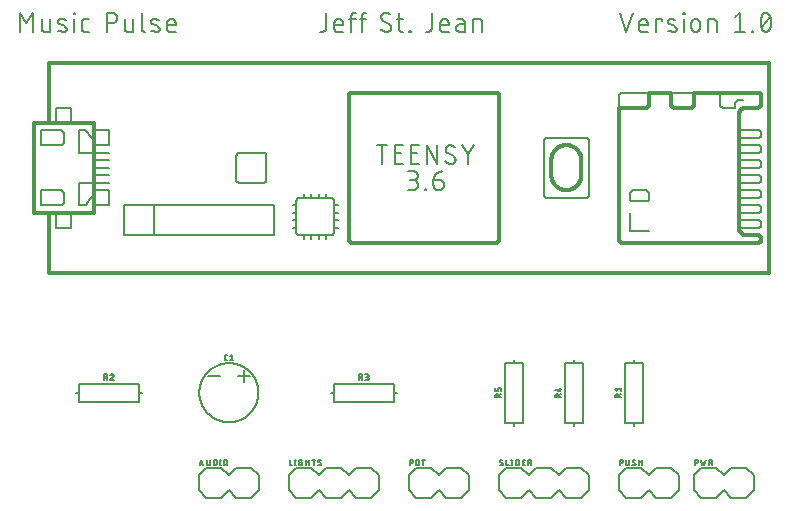
<source format=gbr>
G04 EAGLE Gerber RS-274X export*
G75*
%MOMM*%
%FSLAX34Y34*%
%LPD*%
%INSilkscreen Top*%
%IPPOS*%
%AMOC8*
5,1,8,0,0,1.08239X$1,22.5*%
G01*
%ADD10C,0.152400*%
%ADD11C,0.203200*%
%ADD12C,0.127000*%
%ADD13C,0.304800*%


D10*
X38862Y432562D02*
X38862Y448818D01*
X44281Y439787D01*
X49699Y448818D01*
X49699Y432562D01*
X57342Y435271D02*
X57342Y443399D01*
X57342Y435271D02*
X57344Y435170D01*
X57350Y435069D01*
X57359Y434968D01*
X57372Y434867D01*
X57389Y434767D01*
X57410Y434668D01*
X57434Y434570D01*
X57462Y434473D01*
X57494Y434376D01*
X57529Y434281D01*
X57568Y434188D01*
X57610Y434096D01*
X57656Y434005D01*
X57705Y433917D01*
X57757Y433830D01*
X57813Y433745D01*
X57871Y433662D01*
X57933Y433582D01*
X57998Y433504D01*
X58065Y433428D01*
X58135Y433355D01*
X58208Y433285D01*
X58284Y433218D01*
X58362Y433153D01*
X58442Y433091D01*
X58525Y433033D01*
X58610Y432977D01*
X58697Y432925D01*
X58785Y432876D01*
X58876Y432830D01*
X58968Y432788D01*
X59061Y432749D01*
X59156Y432714D01*
X59253Y432682D01*
X59350Y432654D01*
X59448Y432630D01*
X59547Y432609D01*
X59647Y432592D01*
X59748Y432579D01*
X59849Y432570D01*
X59950Y432564D01*
X60051Y432562D01*
X64566Y432562D01*
X64566Y443399D01*
X72764Y438884D02*
X77280Y437078D01*
X72764Y438884D02*
X72676Y438921D01*
X72590Y438962D01*
X72505Y439006D01*
X72422Y439054D01*
X72342Y439105D01*
X72263Y439159D01*
X72187Y439217D01*
X72113Y439277D01*
X72041Y439341D01*
X71973Y439407D01*
X71907Y439477D01*
X71844Y439548D01*
X71783Y439623D01*
X71726Y439699D01*
X71673Y439778D01*
X71622Y439859D01*
X71575Y439942D01*
X71531Y440027D01*
X71491Y440114D01*
X71454Y440202D01*
X71421Y440292D01*
X71391Y440383D01*
X71366Y440475D01*
X71344Y440568D01*
X71326Y440662D01*
X71311Y440756D01*
X71301Y440851D01*
X71295Y440947D01*
X71292Y441042D01*
X71293Y441138D01*
X71299Y441233D01*
X71308Y441329D01*
X71321Y441423D01*
X71337Y441517D01*
X71358Y441611D01*
X71383Y441703D01*
X71411Y441794D01*
X71443Y441884D01*
X71478Y441973D01*
X71517Y442060D01*
X71560Y442146D01*
X71606Y442230D01*
X71656Y442311D01*
X71708Y442391D01*
X71764Y442469D01*
X71824Y442544D01*
X71886Y442616D01*
X71951Y442686D01*
X72019Y442754D01*
X72089Y442818D01*
X72162Y442880D01*
X72238Y442938D01*
X72316Y442994D01*
X72396Y443046D01*
X72478Y443095D01*
X72562Y443140D01*
X72648Y443182D01*
X72735Y443221D01*
X72824Y443256D01*
X72915Y443287D01*
X73006Y443314D01*
X73099Y443338D01*
X73192Y443358D01*
X73286Y443374D01*
X73381Y443386D01*
X73476Y443395D01*
X73572Y443399D01*
X73667Y443400D01*
X73914Y443393D01*
X74160Y443381D01*
X74406Y443363D01*
X74652Y443338D01*
X74896Y443308D01*
X75140Y443272D01*
X75383Y443231D01*
X75625Y443183D01*
X75866Y443129D01*
X76105Y443070D01*
X76343Y443005D01*
X76579Y442934D01*
X76814Y442858D01*
X77047Y442776D01*
X77277Y442688D01*
X77505Y442595D01*
X77732Y442497D01*
X77280Y437077D02*
X77368Y437040D01*
X77454Y436999D01*
X77539Y436955D01*
X77622Y436907D01*
X77702Y436856D01*
X77781Y436802D01*
X77857Y436744D01*
X77931Y436684D01*
X78003Y436620D01*
X78071Y436554D01*
X78137Y436484D01*
X78200Y436413D01*
X78261Y436338D01*
X78318Y436262D01*
X78371Y436183D01*
X78422Y436102D01*
X78469Y436019D01*
X78513Y435934D01*
X78553Y435847D01*
X78590Y435759D01*
X78623Y435669D01*
X78653Y435578D01*
X78678Y435486D01*
X78700Y435393D01*
X78718Y435299D01*
X78733Y435205D01*
X78743Y435110D01*
X78749Y435014D01*
X78752Y434919D01*
X78751Y434823D01*
X78745Y434728D01*
X78736Y434632D01*
X78723Y434538D01*
X78707Y434444D01*
X78686Y434350D01*
X78661Y434258D01*
X78633Y434167D01*
X78601Y434077D01*
X78566Y433988D01*
X78527Y433901D01*
X78484Y433815D01*
X78438Y433731D01*
X78388Y433650D01*
X78336Y433570D01*
X78280Y433492D01*
X78220Y433417D01*
X78158Y433345D01*
X78093Y433275D01*
X78025Y433207D01*
X77955Y433143D01*
X77882Y433081D01*
X77806Y433023D01*
X77728Y432967D01*
X77648Y432915D01*
X77566Y432866D01*
X77482Y432821D01*
X77396Y432779D01*
X77309Y432740D01*
X77220Y432705D01*
X77129Y432674D01*
X77038Y432647D01*
X76945Y432623D01*
X76852Y432603D01*
X76758Y432587D01*
X76663Y432575D01*
X76568Y432566D01*
X76472Y432562D01*
X76377Y432561D01*
X76376Y432562D02*
X76014Y432571D01*
X75652Y432589D01*
X75291Y432616D01*
X74931Y432651D01*
X74571Y432694D01*
X74212Y432746D01*
X73855Y432807D01*
X73500Y432876D01*
X73146Y432953D01*
X72794Y433039D01*
X72444Y433133D01*
X72096Y433236D01*
X71751Y433346D01*
X71409Y433465D01*
X84922Y432562D02*
X84922Y443399D01*
X84470Y447915D02*
X84470Y448818D01*
X85373Y448818D01*
X85373Y447915D01*
X84470Y447915D01*
X93936Y432562D02*
X97549Y432562D01*
X93936Y432562D02*
X93835Y432564D01*
X93734Y432570D01*
X93633Y432579D01*
X93532Y432592D01*
X93432Y432609D01*
X93333Y432630D01*
X93235Y432654D01*
X93138Y432682D01*
X93041Y432714D01*
X92946Y432749D01*
X92853Y432788D01*
X92761Y432830D01*
X92670Y432876D01*
X92582Y432925D01*
X92495Y432977D01*
X92410Y433033D01*
X92327Y433091D01*
X92247Y433153D01*
X92169Y433218D01*
X92093Y433285D01*
X92020Y433355D01*
X91950Y433428D01*
X91883Y433504D01*
X91818Y433582D01*
X91756Y433662D01*
X91698Y433745D01*
X91642Y433830D01*
X91590Y433917D01*
X91541Y434005D01*
X91495Y434096D01*
X91453Y434188D01*
X91414Y434281D01*
X91379Y434376D01*
X91347Y434473D01*
X91319Y434570D01*
X91295Y434668D01*
X91274Y434767D01*
X91257Y434867D01*
X91244Y434968D01*
X91235Y435069D01*
X91229Y435170D01*
X91227Y435271D01*
X91227Y440690D01*
X91229Y440791D01*
X91235Y440892D01*
X91244Y440993D01*
X91257Y441094D01*
X91274Y441194D01*
X91295Y441293D01*
X91319Y441391D01*
X91347Y441488D01*
X91379Y441585D01*
X91414Y441680D01*
X91453Y441773D01*
X91495Y441865D01*
X91541Y441956D01*
X91590Y442045D01*
X91642Y442131D01*
X91698Y442216D01*
X91756Y442299D01*
X91818Y442379D01*
X91883Y442457D01*
X91950Y442533D01*
X92020Y442606D01*
X92093Y442676D01*
X92169Y442743D01*
X92247Y442808D01*
X92327Y442870D01*
X92410Y442928D01*
X92495Y442984D01*
X92582Y443036D01*
X92670Y443085D01*
X92761Y443131D01*
X92853Y443173D01*
X92946Y443212D01*
X93041Y443247D01*
X93138Y443279D01*
X93235Y443307D01*
X93333Y443331D01*
X93432Y443352D01*
X93532Y443369D01*
X93633Y443382D01*
X93734Y443391D01*
X93835Y443397D01*
X93936Y443399D01*
X97549Y443399D01*
X112401Y448818D02*
X112401Y432562D01*
X112401Y448818D02*
X116916Y448818D01*
X117049Y448816D01*
X117181Y448810D01*
X117313Y448800D01*
X117445Y448787D01*
X117577Y448769D01*
X117707Y448748D01*
X117838Y448723D01*
X117967Y448694D01*
X118095Y448661D01*
X118223Y448625D01*
X118349Y448585D01*
X118474Y448541D01*
X118598Y448493D01*
X118720Y448442D01*
X118841Y448387D01*
X118960Y448329D01*
X119078Y448267D01*
X119193Y448202D01*
X119307Y448133D01*
X119418Y448062D01*
X119527Y447986D01*
X119634Y447908D01*
X119739Y447827D01*
X119841Y447742D01*
X119941Y447655D01*
X120038Y447565D01*
X120133Y447472D01*
X120224Y447376D01*
X120313Y447278D01*
X120399Y447177D01*
X120482Y447073D01*
X120562Y446967D01*
X120638Y446859D01*
X120712Y446749D01*
X120782Y446636D01*
X120849Y446522D01*
X120912Y446405D01*
X120972Y446287D01*
X121029Y446167D01*
X121082Y446045D01*
X121131Y445922D01*
X121177Y445798D01*
X121219Y445672D01*
X121257Y445545D01*
X121292Y445417D01*
X121323Y445288D01*
X121350Y445159D01*
X121373Y445028D01*
X121393Y444897D01*
X121408Y444765D01*
X121420Y444633D01*
X121428Y444501D01*
X121432Y444368D01*
X121432Y444236D01*
X121428Y444103D01*
X121420Y443971D01*
X121408Y443839D01*
X121393Y443707D01*
X121373Y443576D01*
X121350Y443445D01*
X121323Y443316D01*
X121292Y443187D01*
X121257Y443059D01*
X121219Y442932D01*
X121177Y442806D01*
X121131Y442682D01*
X121082Y442559D01*
X121029Y442437D01*
X120972Y442317D01*
X120912Y442199D01*
X120849Y442082D01*
X120782Y441968D01*
X120712Y441855D01*
X120638Y441745D01*
X120562Y441637D01*
X120482Y441531D01*
X120399Y441427D01*
X120313Y441326D01*
X120224Y441228D01*
X120133Y441132D01*
X120038Y441039D01*
X119941Y440949D01*
X119841Y440862D01*
X119739Y440777D01*
X119634Y440696D01*
X119527Y440618D01*
X119418Y440542D01*
X119307Y440471D01*
X119193Y440402D01*
X119078Y440337D01*
X118960Y440275D01*
X118841Y440217D01*
X118720Y440162D01*
X118598Y440111D01*
X118474Y440063D01*
X118349Y440019D01*
X118223Y439979D01*
X118095Y439943D01*
X117967Y439910D01*
X117838Y439881D01*
X117707Y439856D01*
X117577Y439835D01*
X117445Y439817D01*
X117313Y439804D01*
X117181Y439794D01*
X117049Y439788D01*
X116916Y439786D01*
X116916Y439787D02*
X112401Y439787D01*
X127682Y443399D02*
X127682Y435271D01*
X127684Y435170D01*
X127690Y435069D01*
X127699Y434968D01*
X127712Y434867D01*
X127729Y434767D01*
X127750Y434668D01*
X127774Y434570D01*
X127802Y434473D01*
X127834Y434376D01*
X127869Y434281D01*
X127908Y434188D01*
X127950Y434096D01*
X127996Y434005D01*
X128045Y433917D01*
X128097Y433830D01*
X128153Y433745D01*
X128211Y433662D01*
X128273Y433582D01*
X128338Y433504D01*
X128405Y433428D01*
X128475Y433355D01*
X128548Y433285D01*
X128624Y433218D01*
X128702Y433153D01*
X128782Y433091D01*
X128865Y433033D01*
X128950Y432977D01*
X129037Y432925D01*
X129125Y432876D01*
X129216Y432830D01*
X129308Y432788D01*
X129401Y432749D01*
X129496Y432714D01*
X129593Y432682D01*
X129690Y432654D01*
X129788Y432630D01*
X129887Y432609D01*
X129987Y432592D01*
X130088Y432579D01*
X130189Y432570D01*
X130290Y432564D01*
X130391Y432562D01*
X134907Y432562D01*
X134907Y443399D01*
X141987Y448818D02*
X141987Y435271D01*
X141989Y435170D01*
X141995Y435069D01*
X142004Y434968D01*
X142017Y434867D01*
X142034Y434767D01*
X142055Y434668D01*
X142079Y434570D01*
X142107Y434473D01*
X142139Y434376D01*
X142174Y434281D01*
X142213Y434188D01*
X142255Y434096D01*
X142301Y434005D01*
X142350Y433917D01*
X142402Y433830D01*
X142458Y433745D01*
X142516Y433662D01*
X142578Y433582D01*
X142643Y433504D01*
X142710Y433428D01*
X142780Y433355D01*
X142853Y433285D01*
X142929Y433218D01*
X143007Y433153D01*
X143087Y433091D01*
X143170Y433033D01*
X143255Y432977D01*
X143342Y432925D01*
X143430Y432876D01*
X143521Y432830D01*
X143613Y432788D01*
X143706Y432749D01*
X143801Y432714D01*
X143898Y432682D01*
X143995Y432654D01*
X144093Y432630D01*
X144192Y432609D01*
X144292Y432592D01*
X144393Y432579D01*
X144494Y432570D01*
X144595Y432564D01*
X144696Y432562D01*
X151441Y438884D02*
X155957Y437078D01*
X151441Y438884D02*
X151353Y438921D01*
X151267Y438962D01*
X151182Y439006D01*
X151099Y439054D01*
X151019Y439105D01*
X150940Y439159D01*
X150864Y439217D01*
X150790Y439277D01*
X150718Y439341D01*
X150650Y439407D01*
X150584Y439477D01*
X150521Y439548D01*
X150460Y439623D01*
X150403Y439699D01*
X150350Y439778D01*
X150299Y439859D01*
X150252Y439942D01*
X150208Y440027D01*
X150168Y440114D01*
X150131Y440202D01*
X150098Y440292D01*
X150068Y440383D01*
X150043Y440475D01*
X150021Y440568D01*
X150003Y440662D01*
X149988Y440756D01*
X149978Y440851D01*
X149972Y440947D01*
X149969Y441042D01*
X149970Y441138D01*
X149976Y441233D01*
X149985Y441329D01*
X149998Y441423D01*
X150014Y441517D01*
X150035Y441611D01*
X150060Y441703D01*
X150088Y441794D01*
X150120Y441884D01*
X150155Y441973D01*
X150194Y442060D01*
X150237Y442146D01*
X150283Y442230D01*
X150333Y442311D01*
X150385Y442391D01*
X150441Y442469D01*
X150501Y442544D01*
X150563Y442616D01*
X150628Y442686D01*
X150696Y442754D01*
X150766Y442818D01*
X150839Y442880D01*
X150915Y442938D01*
X150993Y442994D01*
X151073Y443046D01*
X151155Y443095D01*
X151239Y443140D01*
X151325Y443182D01*
X151412Y443221D01*
X151501Y443256D01*
X151592Y443287D01*
X151683Y443314D01*
X151776Y443338D01*
X151869Y443358D01*
X151963Y443374D01*
X152058Y443386D01*
X152153Y443395D01*
X152249Y443399D01*
X152344Y443400D01*
X152591Y443393D01*
X152837Y443381D01*
X153083Y443363D01*
X153329Y443338D01*
X153573Y443308D01*
X153817Y443272D01*
X154060Y443231D01*
X154302Y443183D01*
X154543Y443129D01*
X154782Y443070D01*
X155020Y443005D01*
X155256Y442934D01*
X155491Y442858D01*
X155724Y442776D01*
X155954Y442688D01*
X156182Y442595D01*
X156409Y442497D01*
X155957Y437077D02*
X156045Y437040D01*
X156131Y436999D01*
X156216Y436955D01*
X156299Y436907D01*
X156379Y436856D01*
X156458Y436802D01*
X156534Y436744D01*
X156608Y436684D01*
X156680Y436620D01*
X156748Y436554D01*
X156814Y436484D01*
X156877Y436413D01*
X156938Y436338D01*
X156995Y436262D01*
X157048Y436183D01*
X157099Y436102D01*
X157146Y436019D01*
X157190Y435934D01*
X157230Y435847D01*
X157267Y435759D01*
X157300Y435669D01*
X157330Y435578D01*
X157355Y435486D01*
X157377Y435393D01*
X157395Y435299D01*
X157410Y435205D01*
X157420Y435110D01*
X157426Y435014D01*
X157429Y434919D01*
X157428Y434823D01*
X157422Y434728D01*
X157413Y434632D01*
X157400Y434538D01*
X157384Y434444D01*
X157363Y434350D01*
X157338Y434258D01*
X157310Y434167D01*
X157278Y434077D01*
X157243Y433988D01*
X157204Y433901D01*
X157161Y433815D01*
X157115Y433731D01*
X157065Y433650D01*
X157013Y433570D01*
X156957Y433492D01*
X156897Y433417D01*
X156835Y433345D01*
X156770Y433275D01*
X156702Y433207D01*
X156632Y433143D01*
X156559Y433081D01*
X156483Y433023D01*
X156405Y432967D01*
X156325Y432915D01*
X156243Y432866D01*
X156159Y432821D01*
X156073Y432779D01*
X155986Y432740D01*
X155897Y432705D01*
X155806Y432674D01*
X155715Y432647D01*
X155622Y432623D01*
X155529Y432603D01*
X155435Y432587D01*
X155340Y432575D01*
X155245Y432566D01*
X155149Y432562D01*
X155054Y432561D01*
X155054Y432562D02*
X154692Y432571D01*
X154330Y432589D01*
X153969Y432616D01*
X153609Y432651D01*
X153249Y432694D01*
X152890Y432746D01*
X152533Y432807D01*
X152178Y432876D01*
X151824Y432953D01*
X151472Y433039D01*
X151122Y433133D01*
X150774Y433236D01*
X150429Y433346D01*
X150087Y433465D01*
X166343Y432562D02*
X170859Y432562D01*
X166343Y432562D02*
X166242Y432564D01*
X166141Y432570D01*
X166040Y432579D01*
X165939Y432592D01*
X165839Y432609D01*
X165740Y432630D01*
X165642Y432654D01*
X165545Y432682D01*
X165448Y432714D01*
X165353Y432749D01*
X165260Y432788D01*
X165168Y432830D01*
X165077Y432876D01*
X164989Y432925D01*
X164902Y432977D01*
X164817Y433033D01*
X164734Y433091D01*
X164654Y433153D01*
X164576Y433218D01*
X164500Y433285D01*
X164427Y433355D01*
X164357Y433428D01*
X164290Y433504D01*
X164225Y433582D01*
X164163Y433662D01*
X164105Y433745D01*
X164049Y433830D01*
X163997Y433917D01*
X163948Y434005D01*
X163902Y434096D01*
X163860Y434188D01*
X163821Y434281D01*
X163786Y434376D01*
X163754Y434473D01*
X163726Y434570D01*
X163702Y434668D01*
X163681Y434767D01*
X163664Y434867D01*
X163651Y434968D01*
X163642Y435069D01*
X163636Y435170D01*
X163634Y435271D01*
X163634Y439787D01*
X163636Y439906D01*
X163642Y440026D01*
X163652Y440145D01*
X163666Y440263D01*
X163683Y440382D01*
X163705Y440499D01*
X163730Y440616D01*
X163760Y440731D01*
X163793Y440846D01*
X163830Y440960D01*
X163870Y441072D01*
X163915Y441183D01*
X163963Y441292D01*
X164014Y441400D01*
X164069Y441506D01*
X164128Y441610D01*
X164190Y441712D01*
X164255Y441812D01*
X164324Y441910D01*
X164396Y442006D01*
X164471Y442099D01*
X164548Y442189D01*
X164629Y442277D01*
X164713Y442362D01*
X164800Y442444D01*
X164889Y442524D01*
X164981Y442600D01*
X165075Y442674D01*
X165172Y442744D01*
X165270Y442811D01*
X165371Y442875D01*
X165475Y442935D01*
X165580Y442992D01*
X165687Y443045D01*
X165795Y443095D01*
X165905Y443141D01*
X166017Y443183D01*
X166130Y443222D01*
X166244Y443257D01*
X166359Y443288D01*
X166476Y443316D01*
X166593Y443339D01*
X166710Y443359D01*
X166829Y443375D01*
X166948Y443387D01*
X167067Y443395D01*
X167186Y443399D01*
X167306Y443399D01*
X167425Y443395D01*
X167544Y443387D01*
X167663Y443375D01*
X167782Y443359D01*
X167899Y443339D01*
X168016Y443316D01*
X168133Y443288D01*
X168248Y443257D01*
X168362Y443222D01*
X168475Y443183D01*
X168587Y443141D01*
X168697Y443095D01*
X168805Y443045D01*
X168912Y442992D01*
X169017Y442935D01*
X169121Y442875D01*
X169222Y442811D01*
X169320Y442744D01*
X169417Y442674D01*
X169511Y442600D01*
X169603Y442524D01*
X169692Y442444D01*
X169779Y442362D01*
X169863Y442277D01*
X169944Y442189D01*
X170021Y442099D01*
X170096Y442006D01*
X170168Y441910D01*
X170237Y441812D01*
X170302Y441712D01*
X170364Y441610D01*
X170423Y441506D01*
X170478Y441400D01*
X170529Y441292D01*
X170577Y441183D01*
X170622Y441072D01*
X170662Y440960D01*
X170699Y440846D01*
X170732Y440731D01*
X170762Y440616D01*
X170787Y440499D01*
X170809Y440382D01*
X170826Y440263D01*
X170840Y440145D01*
X170850Y440026D01*
X170856Y439906D01*
X170858Y439787D01*
X170859Y439787D02*
X170859Y437981D01*
X163634Y437981D01*
X298281Y436174D02*
X298281Y448818D01*
X298280Y436174D02*
X298278Y436056D01*
X298272Y435938D01*
X298263Y435820D01*
X298249Y435703D01*
X298232Y435586D01*
X298211Y435469D01*
X298186Y435354D01*
X298157Y435239D01*
X298124Y435125D01*
X298088Y435013D01*
X298048Y434902D01*
X298005Y434792D01*
X297958Y434683D01*
X297908Y434576D01*
X297853Y434471D01*
X297796Y434368D01*
X297735Y434267D01*
X297671Y434167D01*
X297604Y434070D01*
X297534Y433975D01*
X297460Y433883D01*
X297384Y433792D01*
X297304Y433705D01*
X297222Y433620D01*
X297137Y433538D01*
X297050Y433458D01*
X296959Y433382D01*
X296867Y433308D01*
X296772Y433238D01*
X296675Y433171D01*
X296575Y433107D01*
X296474Y433046D01*
X296371Y432989D01*
X296266Y432934D01*
X296159Y432884D01*
X296050Y432837D01*
X295940Y432794D01*
X295829Y432754D01*
X295717Y432718D01*
X295603Y432685D01*
X295488Y432656D01*
X295373Y432631D01*
X295256Y432610D01*
X295139Y432593D01*
X295022Y432579D01*
X294904Y432570D01*
X294786Y432564D01*
X294668Y432562D01*
X292862Y432562D01*
X307918Y432562D02*
X312434Y432562D01*
X307918Y432562D02*
X307817Y432564D01*
X307716Y432570D01*
X307615Y432579D01*
X307514Y432592D01*
X307414Y432609D01*
X307315Y432630D01*
X307217Y432654D01*
X307120Y432682D01*
X307023Y432714D01*
X306928Y432749D01*
X306835Y432788D01*
X306743Y432830D01*
X306652Y432876D01*
X306564Y432925D01*
X306477Y432977D01*
X306392Y433033D01*
X306309Y433091D01*
X306229Y433153D01*
X306151Y433218D01*
X306075Y433285D01*
X306002Y433355D01*
X305932Y433428D01*
X305865Y433504D01*
X305800Y433582D01*
X305738Y433662D01*
X305680Y433745D01*
X305624Y433830D01*
X305572Y433917D01*
X305523Y434005D01*
X305477Y434096D01*
X305435Y434188D01*
X305396Y434281D01*
X305361Y434376D01*
X305329Y434473D01*
X305301Y434570D01*
X305277Y434668D01*
X305256Y434767D01*
X305239Y434867D01*
X305226Y434968D01*
X305217Y435069D01*
X305211Y435170D01*
X305209Y435271D01*
X305209Y439787D01*
X305211Y439906D01*
X305217Y440026D01*
X305227Y440145D01*
X305241Y440263D01*
X305258Y440382D01*
X305280Y440499D01*
X305305Y440616D01*
X305335Y440731D01*
X305368Y440846D01*
X305405Y440960D01*
X305445Y441072D01*
X305490Y441183D01*
X305538Y441292D01*
X305589Y441400D01*
X305644Y441506D01*
X305703Y441610D01*
X305765Y441712D01*
X305830Y441812D01*
X305899Y441910D01*
X305971Y442006D01*
X306046Y442099D01*
X306123Y442189D01*
X306204Y442277D01*
X306288Y442362D01*
X306375Y442444D01*
X306464Y442524D01*
X306556Y442600D01*
X306650Y442674D01*
X306747Y442744D01*
X306845Y442811D01*
X306946Y442875D01*
X307050Y442935D01*
X307155Y442992D01*
X307262Y443045D01*
X307370Y443095D01*
X307480Y443141D01*
X307592Y443183D01*
X307705Y443222D01*
X307819Y443257D01*
X307934Y443288D01*
X308051Y443316D01*
X308168Y443339D01*
X308285Y443359D01*
X308404Y443375D01*
X308523Y443387D01*
X308642Y443395D01*
X308761Y443399D01*
X308881Y443399D01*
X309000Y443395D01*
X309119Y443387D01*
X309238Y443375D01*
X309357Y443359D01*
X309474Y443339D01*
X309591Y443316D01*
X309708Y443288D01*
X309823Y443257D01*
X309937Y443222D01*
X310050Y443183D01*
X310162Y443141D01*
X310272Y443095D01*
X310380Y443045D01*
X310487Y442992D01*
X310592Y442935D01*
X310696Y442875D01*
X310797Y442811D01*
X310895Y442744D01*
X310992Y442674D01*
X311086Y442600D01*
X311178Y442524D01*
X311267Y442444D01*
X311354Y442362D01*
X311438Y442277D01*
X311519Y442189D01*
X311596Y442099D01*
X311671Y442006D01*
X311743Y441910D01*
X311812Y441812D01*
X311877Y441712D01*
X311939Y441610D01*
X311998Y441506D01*
X312053Y441400D01*
X312104Y441292D01*
X312152Y441183D01*
X312197Y441072D01*
X312237Y440960D01*
X312274Y440846D01*
X312307Y440731D01*
X312337Y440616D01*
X312362Y440499D01*
X312384Y440382D01*
X312401Y440263D01*
X312415Y440145D01*
X312425Y440026D01*
X312431Y439906D01*
X312433Y439787D01*
X312434Y439787D02*
X312434Y437981D01*
X305209Y437981D01*
X319644Y432562D02*
X319644Y446109D01*
X319646Y446213D01*
X319652Y446316D01*
X319662Y446420D01*
X319676Y446523D01*
X319694Y446625D01*
X319715Y446726D01*
X319741Y446827D01*
X319770Y446926D01*
X319803Y447025D01*
X319840Y447122D01*
X319881Y447217D01*
X319925Y447311D01*
X319973Y447403D01*
X320024Y447493D01*
X320079Y447582D01*
X320137Y447668D01*
X320199Y447751D01*
X320263Y447833D01*
X320331Y447911D01*
X320401Y447987D01*
X320474Y448061D01*
X320551Y448131D01*
X320629Y448199D01*
X320711Y448263D01*
X320794Y448325D01*
X320880Y448383D01*
X320969Y448438D01*
X321059Y448489D01*
X321151Y448537D01*
X321245Y448581D01*
X321340Y448622D01*
X321437Y448659D01*
X321536Y448692D01*
X321635Y448721D01*
X321736Y448747D01*
X321837Y448768D01*
X321939Y448786D01*
X322042Y448800D01*
X322146Y448810D01*
X322249Y448816D01*
X322353Y448818D01*
X323256Y448818D01*
X323256Y443399D02*
X317837Y443399D01*
X328501Y446109D02*
X328501Y432562D01*
X328502Y446109D02*
X328504Y446213D01*
X328510Y446316D01*
X328520Y446420D01*
X328534Y446523D01*
X328552Y446625D01*
X328573Y446726D01*
X328599Y446827D01*
X328628Y446926D01*
X328661Y447025D01*
X328698Y447122D01*
X328739Y447217D01*
X328783Y447311D01*
X328831Y447403D01*
X328882Y447493D01*
X328937Y447582D01*
X328995Y447668D01*
X329057Y447751D01*
X329121Y447833D01*
X329189Y447911D01*
X329259Y447987D01*
X329332Y448061D01*
X329409Y448131D01*
X329487Y448199D01*
X329569Y448263D01*
X329652Y448325D01*
X329738Y448383D01*
X329827Y448438D01*
X329917Y448489D01*
X330009Y448537D01*
X330103Y448581D01*
X330198Y448622D01*
X330295Y448659D01*
X330394Y448692D01*
X330493Y448721D01*
X330594Y448747D01*
X330695Y448768D01*
X330797Y448786D01*
X330900Y448800D01*
X331004Y448810D01*
X331107Y448816D01*
X331211Y448818D01*
X332114Y448818D01*
X332114Y443399D02*
X326695Y443399D01*
X349844Y432562D02*
X349962Y432564D01*
X350080Y432570D01*
X350198Y432579D01*
X350315Y432593D01*
X350432Y432610D01*
X350549Y432631D01*
X350664Y432656D01*
X350779Y432685D01*
X350893Y432718D01*
X351005Y432754D01*
X351116Y432794D01*
X351226Y432837D01*
X351335Y432884D01*
X351442Y432934D01*
X351547Y432989D01*
X351650Y433046D01*
X351751Y433107D01*
X351851Y433171D01*
X351948Y433238D01*
X352043Y433308D01*
X352135Y433382D01*
X352226Y433458D01*
X352313Y433538D01*
X352398Y433620D01*
X352480Y433705D01*
X352560Y433792D01*
X352636Y433883D01*
X352710Y433975D01*
X352780Y434070D01*
X352847Y434167D01*
X352911Y434267D01*
X352972Y434368D01*
X353029Y434471D01*
X353084Y434576D01*
X353134Y434683D01*
X353181Y434792D01*
X353224Y434902D01*
X353264Y435013D01*
X353300Y435125D01*
X353333Y435239D01*
X353362Y435354D01*
X353387Y435469D01*
X353408Y435586D01*
X353425Y435703D01*
X353439Y435820D01*
X353448Y435938D01*
X353454Y436056D01*
X353456Y436174D01*
X349844Y432562D02*
X349661Y432564D01*
X349479Y432571D01*
X349297Y432582D01*
X349115Y432597D01*
X348933Y432617D01*
X348752Y432640D01*
X348572Y432669D01*
X348392Y432701D01*
X348213Y432738D01*
X348036Y432779D01*
X347859Y432825D01*
X347683Y432874D01*
X347509Y432928D01*
X347335Y432986D01*
X347164Y433048D01*
X346994Y433114D01*
X346825Y433185D01*
X346658Y433259D01*
X346493Y433337D01*
X346330Y433419D01*
X346169Y433505D01*
X346010Y433595D01*
X345853Y433689D01*
X345699Y433786D01*
X345547Y433887D01*
X345397Y433992D01*
X345250Y434100D01*
X345106Y434211D01*
X344964Y434326D01*
X344825Y434445D01*
X344689Y434567D01*
X344556Y434692D01*
X344426Y434820D01*
X344878Y445206D02*
X344880Y445324D01*
X344886Y445442D01*
X344895Y445560D01*
X344909Y445677D01*
X344926Y445794D01*
X344947Y445911D01*
X344972Y446026D01*
X345001Y446141D01*
X345034Y446255D01*
X345070Y446367D01*
X345110Y446478D01*
X345153Y446588D01*
X345200Y446697D01*
X345250Y446804D01*
X345305Y446909D01*
X345362Y447012D01*
X345423Y447113D01*
X345487Y447213D01*
X345554Y447310D01*
X345624Y447405D01*
X345698Y447497D01*
X345774Y447588D01*
X345854Y447675D01*
X345936Y447760D01*
X346021Y447842D01*
X346108Y447922D01*
X346199Y447998D01*
X346291Y448072D01*
X346386Y448142D01*
X346483Y448209D01*
X346583Y448273D01*
X346684Y448334D01*
X346787Y448392D01*
X346892Y448446D01*
X346999Y448496D01*
X347108Y448543D01*
X347218Y448587D01*
X347329Y448626D01*
X347442Y448662D01*
X347555Y448695D01*
X347670Y448724D01*
X347785Y448749D01*
X347902Y448770D01*
X348019Y448787D01*
X348136Y448801D01*
X348254Y448810D01*
X348372Y448816D01*
X348490Y448818D01*
X348651Y448816D01*
X348813Y448810D01*
X348974Y448801D01*
X349135Y448787D01*
X349295Y448770D01*
X349455Y448749D01*
X349615Y448724D01*
X349774Y448695D01*
X349932Y448663D01*
X350089Y448627D01*
X350245Y448587D01*
X350401Y448543D01*
X350555Y448495D01*
X350708Y448444D01*
X350860Y448390D01*
X351011Y448331D01*
X351160Y448270D01*
X351307Y448204D01*
X351453Y448135D01*
X351598Y448063D01*
X351740Y447987D01*
X351881Y447908D01*
X352020Y447826D01*
X352156Y447740D01*
X352291Y447651D01*
X352424Y447559D01*
X352554Y447463D01*
X346683Y442045D02*
X346582Y442107D01*
X346482Y442172D01*
X346385Y442241D01*
X346290Y442313D01*
X346197Y442387D01*
X346107Y442465D01*
X346019Y442546D01*
X345934Y442629D01*
X345852Y442715D01*
X345773Y442804D01*
X345696Y442895D01*
X345623Y442989D01*
X345552Y443085D01*
X345485Y443183D01*
X345421Y443283D01*
X345360Y443386D01*
X345303Y443490D01*
X345249Y443596D01*
X345199Y443704D01*
X345152Y443813D01*
X345108Y443924D01*
X345068Y444036D01*
X345032Y444150D01*
X345000Y444264D01*
X344971Y444380D01*
X344946Y444496D01*
X344925Y444613D01*
X344908Y444731D01*
X344894Y444849D01*
X344885Y444968D01*
X344879Y445087D01*
X344877Y445206D01*
X351651Y439335D02*
X351752Y439273D01*
X351852Y439208D01*
X351949Y439139D01*
X352044Y439067D01*
X352137Y438993D01*
X352227Y438915D01*
X352315Y438834D01*
X352400Y438751D01*
X352482Y438665D01*
X352561Y438576D01*
X352638Y438485D01*
X352711Y438391D01*
X352782Y438295D01*
X352849Y438197D01*
X352913Y438097D01*
X352974Y437994D01*
X353031Y437890D01*
X353085Y437784D01*
X353135Y437676D01*
X353182Y437567D01*
X353226Y437456D01*
X353266Y437344D01*
X353302Y437230D01*
X353334Y437116D01*
X353363Y437000D01*
X353388Y436884D01*
X353409Y436767D01*
X353426Y436649D01*
X353440Y436531D01*
X353449Y436412D01*
X353455Y436293D01*
X353457Y436174D01*
X351651Y439335D02*
X346684Y442045D01*
X358100Y443399D02*
X363518Y443399D01*
X359906Y448818D02*
X359906Y435271D01*
X359908Y435170D01*
X359914Y435069D01*
X359923Y434968D01*
X359936Y434867D01*
X359953Y434767D01*
X359974Y434668D01*
X359998Y434570D01*
X360026Y434473D01*
X360058Y434376D01*
X360093Y434281D01*
X360132Y434188D01*
X360174Y434096D01*
X360220Y434005D01*
X360269Y433917D01*
X360321Y433830D01*
X360377Y433745D01*
X360435Y433662D01*
X360497Y433582D01*
X360562Y433504D01*
X360629Y433428D01*
X360699Y433355D01*
X360772Y433285D01*
X360848Y433218D01*
X360926Y433153D01*
X361006Y433091D01*
X361089Y433033D01*
X361174Y432977D01*
X361261Y432925D01*
X361349Y432876D01*
X361440Y432830D01*
X361532Y432788D01*
X361625Y432749D01*
X361720Y432714D01*
X361817Y432682D01*
X361914Y432654D01*
X362012Y432630D01*
X362111Y432609D01*
X362211Y432592D01*
X362312Y432579D01*
X362413Y432570D01*
X362514Y432564D01*
X362615Y432562D01*
X363518Y432562D01*
X368810Y432562D02*
X368810Y433465D01*
X369713Y433465D01*
X369713Y432562D01*
X368810Y432562D01*
X387900Y436174D02*
X387900Y448818D01*
X387899Y436174D02*
X387897Y436056D01*
X387891Y435938D01*
X387882Y435820D01*
X387868Y435703D01*
X387851Y435586D01*
X387830Y435469D01*
X387805Y435354D01*
X387776Y435239D01*
X387743Y435125D01*
X387707Y435013D01*
X387667Y434902D01*
X387624Y434792D01*
X387577Y434683D01*
X387527Y434576D01*
X387472Y434471D01*
X387415Y434368D01*
X387354Y434267D01*
X387290Y434167D01*
X387223Y434070D01*
X387153Y433975D01*
X387079Y433883D01*
X387003Y433792D01*
X386923Y433705D01*
X386841Y433620D01*
X386756Y433538D01*
X386669Y433458D01*
X386578Y433382D01*
X386486Y433308D01*
X386391Y433238D01*
X386294Y433171D01*
X386194Y433107D01*
X386093Y433046D01*
X385990Y432989D01*
X385885Y432934D01*
X385778Y432884D01*
X385669Y432837D01*
X385559Y432794D01*
X385448Y432754D01*
X385336Y432718D01*
X385222Y432685D01*
X385107Y432656D01*
X384992Y432631D01*
X384875Y432610D01*
X384758Y432593D01*
X384641Y432579D01*
X384523Y432570D01*
X384405Y432564D01*
X384287Y432562D01*
X382481Y432562D01*
X397537Y432562D02*
X402053Y432562D01*
X397537Y432562D02*
X397436Y432564D01*
X397335Y432570D01*
X397234Y432579D01*
X397133Y432592D01*
X397033Y432609D01*
X396934Y432630D01*
X396836Y432654D01*
X396739Y432682D01*
X396642Y432714D01*
X396547Y432749D01*
X396454Y432788D01*
X396362Y432830D01*
X396271Y432876D01*
X396183Y432925D01*
X396096Y432977D01*
X396011Y433033D01*
X395928Y433091D01*
X395848Y433153D01*
X395770Y433218D01*
X395694Y433285D01*
X395621Y433355D01*
X395551Y433428D01*
X395484Y433504D01*
X395419Y433582D01*
X395357Y433662D01*
X395299Y433745D01*
X395243Y433830D01*
X395191Y433917D01*
X395142Y434005D01*
X395096Y434096D01*
X395054Y434188D01*
X395015Y434281D01*
X394980Y434376D01*
X394948Y434473D01*
X394920Y434570D01*
X394896Y434668D01*
X394875Y434767D01*
X394858Y434867D01*
X394845Y434968D01*
X394836Y435069D01*
X394830Y435170D01*
X394828Y435271D01*
X394828Y439787D01*
X394830Y439906D01*
X394836Y440026D01*
X394846Y440145D01*
X394860Y440263D01*
X394877Y440382D01*
X394899Y440499D01*
X394924Y440616D01*
X394954Y440731D01*
X394987Y440846D01*
X395024Y440960D01*
X395064Y441072D01*
X395109Y441183D01*
X395157Y441292D01*
X395208Y441400D01*
X395263Y441506D01*
X395322Y441610D01*
X395384Y441712D01*
X395449Y441812D01*
X395518Y441910D01*
X395590Y442006D01*
X395665Y442099D01*
X395742Y442189D01*
X395823Y442277D01*
X395907Y442362D01*
X395994Y442444D01*
X396083Y442524D01*
X396175Y442600D01*
X396269Y442674D01*
X396366Y442744D01*
X396464Y442811D01*
X396565Y442875D01*
X396669Y442935D01*
X396774Y442992D01*
X396881Y443045D01*
X396989Y443095D01*
X397099Y443141D01*
X397211Y443183D01*
X397324Y443222D01*
X397438Y443257D01*
X397553Y443288D01*
X397670Y443316D01*
X397787Y443339D01*
X397904Y443359D01*
X398023Y443375D01*
X398142Y443387D01*
X398261Y443395D01*
X398380Y443399D01*
X398500Y443399D01*
X398619Y443395D01*
X398738Y443387D01*
X398857Y443375D01*
X398976Y443359D01*
X399093Y443339D01*
X399210Y443316D01*
X399327Y443288D01*
X399442Y443257D01*
X399556Y443222D01*
X399669Y443183D01*
X399781Y443141D01*
X399891Y443095D01*
X399999Y443045D01*
X400106Y442992D01*
X400211Y442935D01*
X400315Y442875D01*
X400416Y442811D01*
X400514Y442744D01*
X400611Y442674D01*
X400705Y442600D01*
X400797Y442524D01*
X400886Y442444D01*
X400973Y442362D01*
X401057Y442277D01*
X401138Y442189D01*
X401215Y442099D01*
X401290Y442006D01*
X401362Y441910D01*
X401431Y441812D01*
X401496Y441712D01*
X401558Y441610D01*
X401617Y441506D01*
X401672Y441400D01*
X401723Y441292D01*
X401771Y441183D01*
X401816Y441072D01*
X401856Y440960D01*
X401893Y440846D01*
X401926Y440731D01*
X401956Y440616D01*
X401981Y440499D01*
X402003Y440382D01*
X402020Y440263D01*
X402034Y440145D01*
X402044Y440026D01*
X402050Y439906D01*
X402052Y439787D01*
X402053Y439787D02*
X402053Y437981D01*
X394828Y437981D01*
X411462Y438884D02*
X415526Y438884D01*
X411462Y438884D02*
X411350Y438882D01*
X411239Y438876D01*
X411128Y438866D01*
X411017Y438853D01*
X410907Y438835D01*
X410798Y438813D01*
X410689Y438788D01*
X410581Y438759D01*
X410475Y438726D01*
X410369Y438689D01*
X410265Y438649D01*
X410163Y438605D01*
X410062Y438557D01*
X409963Y438506D01*
X409865Y438451D01*
X409770Y438393D01*
X409677Y438332D01*
X409586Y438267D01*
X409497Y438199D01*
X409411Y438128D01*
X409328Y438055D01*
X409247Y437978D01*
X409168Y437898D01*
X409093Y437816D01*
X409021Y437731D01*
X408951Y437644D01*
X408885Y437554D01*
X408822Y437462D01*
X408762Y437367D01*
X408706Y437271D01*
X408653Y437173D01*
X408604Y437073D01*
X408558Y436971D01*
X408516Y436868D01*
X408477Y436763D01*
X408442Y436657D01*
X408411Y436550D01*
X408384Y436442D01*
X408360Y436333D01*
X408341Y436223D01*
X408325Y436113D01*
X408313Y436002D01*
X408305Y435890D01*
X408301Y435779D01*
X408301Y435667D01*
X408305Y435556D01*
X408313Y435444D01*
X408325Y435333D01*
X408341Y435223D01*
X408360Y435113D01*
X408384Y435004D01*
X408411Y434896D01*
X408442Y434789D01*
X408477Y434683D01*
X408516Y434578D01*
X408558Y434475D01*
X408604Y434373D01*
X408653Y434273D01*
X408706Y434175D01*
X408762Y434079D01*
X408822Y433984D01*
X408885Y433892D01*
X408951Y433802D01*
X409021Y433715D01*
X409093Y433630D01*
X409168Y433548D01*
X409247Y433468D01*
X409328Y433391D01*
X409411Y433318D01*
X409497Y433247D01*
X409586Y433179D01*
X409677Y433114D01*
X409770Y433053D01*
X409865Y432995D01*
X409963Y432940D01*
X410062Y432889D01*
X410163Y432841D01*
X410265Y432797D01*
X410369Y432757D01*
X410475Y432720D01*
X410581Y432687D01*
X410689Y432658D01*
X410798Y432633D01*
X410907Y432611D01*
X411017Y432593D01*
X411128Y432580D01*
X411239Y432570D01*
X411350Y432564D01*
X411462Y432562D01*
X415526Y432562D01*
X415526Y440690D01*
X415524Y440791D01*
X415518Y440892D01*
X415509Y440993D01*
X415496Y441094D01*
X415479Y441194D01*
X415458Y441293D01*
X415434Y441391D01*
X415406Y441488D01*
X415374Y441585D01*
X415339Y441680D01*
X415300Y441773D01*
X415258Y441865D01*
X415212Y441956D01*
X415163Y442045D01*
X415111Y442131D01*
X415055Y442216D01*
X414997Y442299D01*
X414935Y442379D01*
X414870Y442457D01*
X414803Y442533D01*
X414733Y442606D01*
X414660Y442676D01*
X414584Y442743D01*
X414506Y442808D01*
X414426Y442870D01*
X414343Y442928D01*
X414258Y442984D01*
X414172Y443036D01*
X414083Y443085D01*
X413992Y443131D01*
X413900Y443173D01*
X413807Y443212D01*
X413712Y443247D01*
X413615Y443279D01*
X413518Y443307D01*
X413420Y443331D01*
X413321Y443352D01*
X413221Y443369D01*
X413120Y443382D01*
X413019Y443391D01*
X412918Y443397D01*
X412817Y443399D01*
X409205Y443399D01*
X422964Y443399D02*
X422964Y432562D01*
X422964Y443399D02*
X427479Y443399D01*
X427583Y443397D01*
X427686Y443391D01*
X427790Y443381D01*
X427893Y443367D01*
X427995Y443349D01*
X428096Y443328D01*
X428197Y443302D01*
X428296Y443273D01*
X428395Y443240D01*
X428492Y443203D01*
X428587Y443162D01*
X428681Y443118D01*
X428773Y443070D01*
X428863Y443019D01*
X428952Y442964D01*
X429038Y442906D01*
X429121Y442844D01*
X429203Y442780D01*
X429281Y442712D01*
X429357Y442642D01*
X429431Y442569D01*
X429501Y442492D01*
X429569Y442414D01*
X429633Y442332D01*
X429695Y442249D01*
X429753Y442163D01*
X429808Y442074D01*
X429859Y441984D01*
X429907Y441892D01*
X429951Y441798D01*
X429992Y441703D01*
X430029Y441606D01*
X430062Y441507D01*
X430091Y441408D01*
X430117Y441307D01*
X430138Y441206D01*
X430156Y441104D01*
X430170Y441001D01*
X430180Y440897D01*
X430186Y440794D01*
X430188Y440690D01*
X430189Y440690D02*
X430189Y432562D01*
X546862Y448818D02*
X552281Y432562D01*
X557699Y448818D01*
X565967Y432562D02*
X570482Y432562D01*
X565967Y432562D02*
X565866Y432564D01*
X565765Y432570D01*
X565664Y432579D01*
X565563Y432592D01*
X565463Y432609D01*
X565364Y432630D01*
X565266Y432654D01*
X565169Y432682D01*
X565072Y432714D01*
X564977Y432749D01*
X564884Y432788D01*
X564792Y432830D01*
X564701Y432876D01*
X564613Y432925D01*
X564526Y432977D01*
X564441Y433033D01*
X564358Y433091D01*
X564278Y433153D01*
X564200Y433218D01*
X564124Y433285D01*
X564051Y433355D01*
X563981Y433428D01*
X563914Y433504D01*
X563849Y433582D01*
X563787Y433662D01*
X563729Y433745D01*
X563673Y433830D01*
X563621Y433917D01*
X563572Y434005D01*
X563526Y434096D01*
X563484Y434188D01*
X563445Y434281D01*
X563410Y434376D01*
X563378Y434473D01*
X563350Y434570D01*
X563326Y434668D01*
X563305Y434767D01*
X563288Y434867D01*
X563275Y434968D01*
X563266Y435069D01*
X563260Y435170D01*
X563258Y435271D01*
X563257Y435271D02*
X563257Y439787D01*
X563258Y439787D02*
X563260Y439906D01*
X563266Y440026D01*
X563276Y440145D01*
X563290Y440263D01*
X563307Y440382D01*
X563329Y440499D01*
X563354Y440616D01*
X563384Y440731D01*
X563417Y440846D01*
X563454Y440960D01*
X563494Y441072D01*
X563539Y441183D01*
X563587Y441292D01*
X563638Y441400D01*
X563693Y441506D01*
X563752Y441610D01*
X563814Y441712D01*
X563879Y441812D01*
X563948Y441910D01*
X564020Y442006D01*
X564095Y442099D01*
X564172Y442189D01*
X564253Y442277D01*
X564337Y442362D01*
X564424Y442444D01*
X564513Y442524D01*
X564605Y442600D01*
X564699Y442674D01*
X564796Y442744D01*
X564894Y442811D01*
X564995Y442875D01*
X565099Y442935D01*
X565204Y442992D01*
X565311Y443045D01*
X565419Y443095D01*
X565529Y443141D01*
X565641Y443183D01*
X565754Y443222D01*
X565868Y443257D01*
X565983Y443288D01*
X566100Y443316D01*
X566217Y443339D01*
X566334Y443359D01*
X566453Y443375D01*
X566572Y443387D01*
X566691Y443395D01*
X566810Y443399D01*
X566930Y443399D01*
X567049Y443395D01*
X567168Y443387D01*
X567287Y443375D01*
X567406Y443359D01*
X567523Y443339D01*
X567640Y443316D01*
X567757Y443288D01*
X567872Y443257D01*
X567986Y443222D01*
X568099Y443183D01*
X568211Y443141D01*
X568321Y443095D01*
X568429Y443045D01*
X568536Y442992D01*
X568641Y442935D01*
X568745Y442875D01*
X568846Y442811D01*
X568944Y442744D01*
X569041Y442674D01*
X569135Y442600D01*
X569227Y442524D01*
X569316Y442444D01*
X569403Y442362D01*
X569487Y442277D01*
X569568Y442189D01*
X569645Y442099D01*
X569720Y442006D01*
X569792Y441910D01*
X569861Y441812D01*
X569926Y441712D01*
X569988Y441610D01*
X570047Y441506D01*
X570102Y441400D01*
X570153Y441292D01*
X570201Y441183D01*
X570246Y441072D01*
X570286Y440960D01*
X570323Y440846D01*
X570356Y440731D01*
X570386Y440616D01*
X570411Y440499D01*
X570433Y440382D01*
X570450Y440263D01*
X570464Y440145D01*
X570474Y440026D01*
X570480Y439906D01*
X570482Y439787D01*
X570482Y437981D01*
X563257Y437981D01*
X577410Y432562D02*
X577410Y443399D01*
X582829Y443399D01*
X582829Y441593D01*
X589101Y438884D02*
X593616Y437078D01*
X589101Y438884D02*
X589013Y438921D01*
X588927Y438962D01*
X588842Y439006D01*
X588759Y439054D01*
X588679Y439105D01*
X588600Y439159D01*
X588524Y439217D01*
X588450Y439277D01*
X588378Y439341D01*
X588310Y439407D01*
X588244Y439477D01*
X588181Y439548D01*
X588120Y439623D01*
X588063Y439699D01*
X588010Y439778D01*
X587959Y439859D01*
X587912Y439942D01*
X587868Y440027D01*
X587828Y440114D01*
X587791Y440202D01*
X587758Y440292D01*
X587728Y440383D01*
X587703Y440475D01*
X587681Y440568D01*
X587663Y440662D01*
X587648Y440756D01*
X587638Y440851D01*
X587632Y440947D01*
X587629Y441042D01*
X587630Y441138D01*
X587636Y441233D01*
X587645Y441329D01*
X587658Y441423D01*
X587674Y441517D01*
X587695Y441611D01*
X587720Y441703D01*
X587748Y441794D01*
X587780Y441884D01*
X587815Y441973D01*
X587854Y442060D01*
X587897Y442146D01*
X587943Y442230D01*
X587993Y442311D01*
X588045Y442391D01*
X588101Y442469D01*
X588161Y442544D01*
X588223Y442616D01*
X588288Y442686D01*
X588356Y442754D01*
X588426Y442818D01*
X588499Y442880D01*
X588575Y442938D01*
X588653Y442994D01*
X588733Y443046D01*
X588815Y443095D01*
X588899Y443140D01*
X588985Y443182D01*
X589072Y443221D01*
X589161Y443256D01*
X589252Y443287D01*
X589343Y443314D01*
X589436Y443338D01*
X589529Y443358D01*
X589623Y443374D01*
X589718Y443386D01*
X589813Y443395D01*
X589909Y443399D01*
X590004Y443400D01*
X590251Y443393D01*
X590497Y443381D01*
X590743Y443363D01*
X590989Y443338D01*
X591233Y443308D01*
X591477Y443272D01*
X591720Y443231D01*
X591962Y443183D01*
X592203Y443129D01*
X592442Y443070D01*
X592680Y443005D01*
X592916Y442934D01*
X593151Y442858D01*
X593384Y442776D01*
X593614Y442688D01*
X593842Y442595D01*
X594069Y442497D01*
X593617Y437077D02*
X593705Y437040D01*
X593791Y436999D01*
X593876Y436955D01*
X593959Y436907D01*
X594039Y436856D01*
X594118Y436802D01*
X594194Y436744D01*
X594268Y436684D01*
X594340Y436620D01*
X594408Y436554D01*
X594474Y436484D01*
X594537Y436413D01*
X594598Y436338D01*
X594655Y436262D01*
X594708Y436183D01*
X594759Y436102D01*
X594806Y436019D01*
X594850Y435934D01*
X594890Y435847D01*
X594927Y435759D01*
X594960Y435669D01*
X594990Y435578D01*
X595015Y435486D01*
X595037Y435393D01*
X595055Y435299D01*
X595070Y435205D01*
X595080Y435110D01*
X595086Y435014D01*
X595089Y434919D01*
X595088Y434823D01*
X595082Y434728D01*
X595073Y434632D01*
X595060Y434538D01*
X595044Y434444D01*
X595023Y434350D01*
X594998Y434258D01*
X594970Y434167D01*
X594938Y434077D01*
X594903Y433988D01*
X594864Y433901D01*
X594821Y433815D01*
X594775Y433731D01*
X594725Y433650D01*
X594673Y433570D01*
X594617Y433492D01*
X594557Y433417D01*
X594495Y433345D01*
X594430Y433275D01*
X594362Y433207D01*
X594292Y433143D01*
X594219Y433081D01*
X594143Y433023D01*
X594065Y432967D01*
X593985Y432915D01*
X593903Y432866D01*
X593819Y432821D01*
X593733Y432779D01*
X593646Y432740D01*
X593557Y432705D01*
X593466Y432674D01*
X593375Y432647D01*
X593282Y432623D01*
X593189Y432603D01*
X593095Y432587D01*
X593000Y432575D01*
X592905Y432566D01*
X592809Y432562D01*
X592714Y432561D01*
X592713Y432562D02*
X592351Y432571D01*
X591989Y432589D01*
X591628Y432616D01*
X591268Y432651D01*
X590908Y432694D01*
X590549Y432746D01*
X590192Y432807D01*
X589837Y432876D01*
X589483Y432953D01*
X589131Y433039D01*
X588781Y433133D01*
X588433Y433236D01*
X588088Y433346D01*
X587746Y433465D01*
X601258Y432562D02*
X601258Y443399D01*
X600807Y447915D02*
X600807Y448818D01*
X601710Y448818D01*
X601710Y447915D01*
X600807Y447915D01*
X607546Y439787D02*
X607546Y436174D01*
X607546Y439787D02*
X607548Y439906D01*
X607554Y440026D01*
X607564Y440145D01*
X607578Y440263D01*
X607595Y440382D01*
X607617Y440499D01*
X607642Y440616D01*
X607672Y440731D01*
X607705Y440846D01*
X607742Y440960D01*
X607782Y441072D01*
X607827Y441183D01*
X607875Y441292D01*
X607926Y441400D01*
X607981Y441506D01*
X608040Y441610D01*
X608102Y441712D01*
X608167Y441812D01*
X608236Y441910D01*
X608308Y442006D01*
X608383Y442099D01*
X608460Y442189D01*
X608541Y442277D01*
X608625Y442362D01*
X608712Y442444D01*
X608801Y442524D01*
X608893Y442600D01*
X608987Y442674D01*
X609084Y442744D01*
X609182Y442811D01*
X609283Y442875D01*
X609387Y442935D01*
X609492Y442992D01*
X609599Y443045D01*
X609707Y443095D01*
X609817Y443141D01*
X609929Y443183D01*
X610042Y443222D01*
X610156Y443257D01*
X610271Y443288D01*
X610388Y443316D01*
X610505Y443339D01*
X610622Y443359D01*
X610741Y443375D01*
X610860Y443387D01*
X610979Y443395D01*
X611098Y443399D01*
X611218Y443399D01*
X611337Y443395D01*
X611456Y443387D01*
X611575Y443375D01*
X611694Y443359D01*
X611811Y443339D01*
X611928Y443316D01*
X612045Y443288D01*
X612160Y443257D01*
X612274Y443222D01*
X612387Y443183D01*
X612499Y443141D01*
X612609Y443095D01*
X612717Y443045D01*
X612824Y442992D01*
X612929Y442935D01*
X613033Y442875D01*
X613134Y442811D01*
X613232Y442744D01*
X613329Y442674D01*
X613423Y442600D01*
X613515Y442524D01*
X613604Y442444D01*
X613691Y442362D01*
X613775Y442277D01*
X613856Y442189D01*
X613933Y442099D01*
X614008Y442006D01*
X614080Y441910D01*
X614149Y441812D01*
X614214Y441712D01*
X614276Y441610D01*
X614335Y441506D01*
X614390Y441400D01*
X614441Y441292D01*
X614489Y441183D01*
X614534Y441072D01*
X614574Y440960D01*
X614611Y440846D01*
X614644Y440731D01*
X614674Y440616D01*
X614699Y440499D01*
X614721Y440382D01*
X614738Y440263D01*
X614752Y440145D01*
X614762Y440026D01*
X614768Y439906D01*
X614770Y439787D01*
X614771Y439787D02*
X614771Y436174D01*
X614770Y436174D02*
X614768Y436055D01*
X614762Y435935D01*
X614752Y435816D01*
X614738Y435698D01*
X614721Y435579D01*
X614699Y435462D01*
X614674Y435345D01*
X614644Y435230D01*
X614611Y435115D01*
X614574Y435001D01*
X614534Y434889D01*
X614489Y434778D01*
X614441Y434669D01*
X614390Y434561D01*
X614335Y434455D01*
X614276Y434351D01*
X614214Y434249D01*
X614149Y434149D01*
X614080Y434051D01*
X614008Y433955D01*
X613933Y433862D01*
X613856Y433772D01*
X613775Y433684D01*
X613691Y433599D01*
X613604Y433517D01*
X613515Y433437D01*
X613423Y433361D01*
X613329Y433287D01*
X613232Y433217D01*
X613134Y433150D01*
X613033Y433086D01*
X612929Y433026D01*
X612824Y432969D01*
X612717Y432916D01*
X612609Y432866D01*
X612499Y432820D01*
X612387Y432778D01*
X612274Y432739D01*
X612160Y432704D01*
X612045Y432673D01*
X611928Y432645D01*
X611811Y432622D01*
X611694Y432602D01*
X611575Y432586D01*
X611456Y432574D01*
X611337Y432566D01*
X611218Y432562D01*
X611098Y432562D01*
X610979Y432566D01*
X610860Y432574D01*
X610741Y432586D01*
X610622Y432602D01*
X610505Y432622D01*
X610388Y432645D01*
X610271Y432673D01*
X610156Y432704D01*
X610042Y432739D01*
X609929Y432778D01*
X609817Y432820D01*
X609707Y432866D01*
X609599Y432916D01*
X609492Y432969D01*
X609387Y433026D01*
X609283Y433086D01*
X609182Y433150D01*
X609084Y433217D01*
X608987Y433287D01*
X608893Y433361D01*
X608801Y433437D01*
X608712Y433517D01*
X608625Y433599D01*
X608541Y433684D01*
X608460Y433772D01*
X608383Y433862D01*
X608308Y433955D01*
X608236Y434051D01*
X608167Y434149D01*
X608102Y434249D01*
X608040Y434351D01*
X607981Y434455D01*
X607926Y434561D01*
X607875Y434669D01*
X607827Y434778D01*
X607782Y434889D01*
X607742Y435001D01*
X607705Y435115D01*
X607672Y435230D01*
X607642Y435345D01*
X607617Y435462D01*
X607595Y435579D01*
X607578Y435698D01*
X607564Y435816D01*
X607554Y435935D01*
X607548Y436055D01*
X607546Y436174D01*
X621614Y432562D02*
X621614Y443399D01*
X626129Y443399D01*
X626233Y443397D01*
X626336Y443391D01*
X626440Y443381D01*
X626543Y443367D01*
X626645Y443349D01*
X626746Y443328D01*
X626847Y443302D01*
X626946Y443273D01*
X627045Y443240D01*
X627142Y443203D01*
X627237Y443162D01*
X627331Y443118D01*
X627423Y443070D01*
X627513Y443019D01*
X627602Y442964D01*
X627688Y442906D01*
X627771Y442844D01*
X627853Y442780D01*
X627931Y442712D01*
X628007Y442642D01*
X628081Y442569D01*
X628151Y442492D01*
X628219Y442414D01*
X628283Y442332D01*
X628345Y442249D01*
X628403Y442163D01*
X628458Y442074D01*
X628509Y441984D01*
X628557Y441892D01*
X628601Y441798D01*
X628642Y441703D01*
X628679Y441606D01*
X628712Y441507D01*
X628741Y441408D01*
X628767Y441307D01*
X628788Y441206D01*
X628806Y441104D01*
X628820Y441001D01*
X628830Y440897D01*
X628836Y440794D01*
X628838Y440690D01*
X628839Y440690D02*
X628839Y432562D01*
X644158Y445206D02*
X648673Y448818D01*
X648673Y432562D01*
X644158Y432562D02*
X653189Y432562D01*
X659163Y432562D02*
X659163Y433465D01*
X660067Y433465D01*
X660067Y432562D01*
X659163Y432562D01*
X666041Y440690D02*
X666045Y441010D01*
X666056Y441329D01*
X666075Y441649D01*
X666102Y441967D01*
X666136Y442285D01*
X666178Y442602D01*
X666228Y442918D01*
X666285Y443233D01*
X666349Y443546D01*
X666421Y443858D01*
X666500Y444168D01*
X666587Y444475D01*
X666681Y444781D01*
X666782Y445084D01*
X666891Y445385D01*
X667006Y445683D01*
X667129Y445979D01*
X667259Y446271D01*
X667396Y446560D01*
X667396Y446561D02*
X667435Y446669D01*
X667478Y446776D01*
X667524Y446881D01*
X667575Y446985D01*
X667628Y447087D01*
X667685Y447187D01*
X667746Y447285D01*
X667810Y447380D01*
X667877Y447474D01*
X667948Y447565D01*
X668021Y447654D01*
X668098Y447740D01*
X668177Y447823D01*
X668259Y447904D01*
X668344Y447982D01*
X668432Y448056D01*
X668522Y448128D01*
X668614Y448196D01*
X668709Y448262D01*
X668806Y448324D01*
X668905Y448382D01*
X669007Y448438D01*
X669109Y448489D01*
X669214Y448537D01*
X669320Y448582D01*
X669428Y448623D01*
X669537Y448660D01*
X669647Y448693D01*
X669759Y448722D01*
X669871Y448748D01*
X669984Y448770D01*
X670098Y448787D01*
X670212Y448801D01*
X670327Y448811D01*
X670442Y448817D01*
X670557Y448819D01*
X670557Y448818D02*
X670672Y448816D01*
X670787Y448810D01*
X670902Y448800D01*
X671016Y448786D01*
X671130Y448769D01*
X671243Y448747D01*
X671355Y448721D01*
X671467Y448692D01*
X671577Y448659D01*
X671686Y448622D01*
X671794Y448581D01*
X671900Y448536D01*
X672005Y448488D01*
X672107Y448437D01*
X672208Y448381D01*
X672308Y448323D01*
X672405Y448261D01*
X672499Y448196D01*
X672592Y448127D01*
X672682Y448055D01*
X672770Y447981D01*
X672855Y447903D01*
X672937Y447822D01*
X673016Y447739D01*
X673093Y447653D01*
X673166Y447564D01*
X673237Y447473D01*
X673304Y447379D01*
X673368Y447284D01*
X673429Y447186D01*
X673486Y447086D01*
X673539Y446984D01*
X673590Y446880D01*
X673636Y446775D01*
X673679Y446668D01*
X673718Y446560D01*
X673717Y446560D02*
X673854Y446271D01*
X673984Y445979D01*
X674107Y445683D01*
X674222Y445385D01*
X674331Y445084D01*
X674432Y444781D01*
X674526Y444475D01*
X674613Y444168D01*
X674692Y443858D01*
X674764Y443546D01*
X674828Y443233D01*
X674885Y442918D01*
X674935Y442602D01*
X674977Y442285D01*
X675011Y441967D01*
X675038Y441649D01*
X675057Y441329D01*
X675068Y441010D01*
X675072Y440690D01*
X666042Y440690D02*
X666046Y440370D01*
X666057Y440051D01*
X666076Y439731D01*
X666103Y439413D01*
X666137Y439095D01*
X666179Y438778D01*
X666229Y438462D01*
X666286Y438147D01*
X666350Y437834D01*
X666422Y437522D01*
X666501Y437212D01*
X666588Y436905D01*
X666682Y436599D01*
X666783Y436296D01*
X666892Y435995D01*
X667007Y435697D01*
X667130Y435401D01*
X667260Y435109D01*
X667397Y434820D01*
X667396Y434820D02*
X667435Y434712D01*
X667478Y434605D01*
X667524Y434500D01*
X667575Y434396D01*
X667628Y434294D01*
X667685Y434194D01*
X667746Y434096D01*
X667810Y434001D01*
X667877Y433907D01*
X667948Y433816D01*
X668021Y433727D01*
X668098Y433641D01*
X668177Y433558D01*
X668259Y433477D01*
X668344Y433399D01*
X668432Y433325D01*
X668522Y433253D01*
X668615Y433184D01*
X668709Y433119D01*
X668806Y433057D01*
X668906Y432999D01*
X669007Y432943D01*
X669109Y432892D01*
X669214Y432844D01*
X669320Y432799D01*
X669428Y432758D01*
X669537Y432721D01*
X669647Y432688D01*
X669759Y432659D01*
X669871Y432633D01*
X669984Y432611D01*
X670098Y432594D01*
X670212Y432580D01*
X670327Y432570D01*
X670442Y432564D01*
X670557Y432562D01*
X673717Y434820D02*
X673854Y435109D01*
X673984Y435401D01*
X674107Y435697D01*
X674222Y435995D01*
X674331Y436296D01*
X674432Y436599D01*
X674526Y436905D01*
X674613Y437212D01*
X674692Y437522D01*
X674764Y437834D01*
X674828Y438147D01*
X674885Y438462D01*
X674935Y438778D01*
X674977Y439095D01*
X675011Y439413D01*
X675038Y439731D01*
X675057Y440051D01*
X675068Y440370D01*
X675072Y440690D01*
X673718Y434820D02*
X673679Y434712D01*
X673636Y434605D01*
X673590Y434500D01*
X673539Y434396D01*
X673486Y434294D01*
X673429Y434194D01*
X673368Y434096D01*
X673304Y434001D01*
X673237Y433907D01*
X673166Y433816D01*
X673093Y433727D01*
X673016Y433641D01*
X672937Y433558D01*
X672855Y433477D01*
X672770Y433399D01*
X672682Y433325D01*
X672592Y433253D01*
X672499Y433184D01*
X672405Y433119D01*
X672308Y433057D01*
X672208Y432999D01*
X672107Y432943D01*
X672004Y432892D01*
X671900Y432844D01*
X671794Y432799D01*
X671686Y432758D01*
X671577Y432721D01*
X671467Y432688D01*
X671355Y432659D01*
X671243Y432633D01*
X671130Y432611D01*
X671016Y432594D01*
X670902Y432580D01*
X670787Y432570D01*
X670672Y432564D01*
X670557Y432562D01*
X666944Y436174D02*
X674169Y445206D01*
D11*
X209550Y63500D02*
X196850Y63500D01*
X209550Y63500D02*
X215900Y57150D01*
X215900Y44450D02*
X209550Y38100D01*
X215900Y57150D02*
X222250Y63500D01*
X234950Y63500D01*
X241300Y57150D01*
X241300Y44450D02*
X234950Y38100D01*
X222250Y38100D01*
X215900Y44450D01*
X190500Y44450D02*
X190500Y57150D01*
X196850Y63500D01*
X190500Y44450D02*
X196850Y38100D01*
X209550Y38100D01*
X241300Y44450D02*
X241300Y57150D01*
D12*
X192744Y70231D02*
X191135Y65405D01*
X194352Y65405D02*
X192744Y70231D01*
X193950Y66612D02*
X191537Y66612D01*
X197072Y66746D02*
X197072Y70231D01*
X197072Y66746D02*
X197074Y66675D01*
X197080Y66603D01*
X197089Y66533D01*
X197102Y66463D01*
X197119Y66393D01*
X197140Y66325D01*
X197164Y66258D01*
X197192Y66192D01*
X197223Y66128D01*
X197258Y66065D01*
X197296Y66005D01*
X197337Y65946D01*
X197381Y65890D01*
X197428Y65836D01*
X197477Y65785D01*
X197530Y65737D01*
X197585Y65691D01*
X197642Y65649D01*
X197702Y65609D01*
X197763Y65573D01*
X197827Y65540D01*
X197892Y65511D01*
X197958Y65485D01*
X198026Y65462D01*
X198095Y65443D01*
X198165Y65428D01*
X198235Y65417D01*
X198306Y65409D01*
X198377Y65405D01*
X198449Y65405D01*
X198520Y65409D01*
X198591Y65417D01*
X198661Y65428D01*
X198731Y65443D01*
X198800Y65462D01*
X198868Y65485D01*
X198934Y65511D01*
X198999Y65540D01*
X199063Y65573D01*
X199124Y65609D01*
X199184Y65649D01*
X199241Y65691D01*
X199296Y65737D01*
X199349Y65785D01*
X199398Y65836D01*
X199445Y65890D01*
X199489Y65946D01*
X199530Y66005D01*
X199568Y66065D01*
X199603Y66128D01*
X199634Y66192D01*
X199662Y66258D01*
X199686Y66325D01*
X199707Y66393D01*
X199724Y66463D01*
X199737Y66533D01*
X199746Y66603D01*
X199752Y66675D01*
X199754Y66746D01*
X199753Y66746D02*
X199753Y70231D01*
X202925Y70231D02*
X202925Y65405D01*
X202925Y70231D02*
X204265Y70231D01*
X204335Y70229D01*
X204405Y70224D01*
X204475Y70214D01*
X204544Y70202D01*
X204612Y70185D01*
X204679Y70165D01*
X204746Y70142D01*
X204810Y70115D01*
X204874Y70085D01*
X204936Y70051D01*
X204995Y70015D01*
X205053Y69975D01*
X205109Y69932D01*
X205162Y69887D01*
X205213Y69838D01*
X205262Y69787D01*
X205307Y69734D01*
X205350Y69678D01*
X205390Y69620D01*
X205426Y69561D01*
X205460Y69499D01*
X205490Y69435D01*
X205517Y69371D01*
X205540Y69304D01*
X205560Y69237D01*
X205577Y69169D01*
X205589Y69100D01*
X205599Y69030D01*
X205604Y68960D01*
X205606Y68890D01*
X205606Y66746D01*
X205604Y66676D01*
X205599Y66606D01*
X205589Y66536D01*
X205577Y66467D01*
X205560Y66399D01*
X205540Y66332D01*
X205517Y66265D01*
X205490Y66201D01*
X205460Y66137D01*
X205426Y66075D01*
X205390Y66016D01*
X205350Y65958D01*
X205307Y65902D01*
X205262Y65849D01*
X205213Y65798D01*
X205162Y65749D01*
X205109Y65704D01*
X205053Y65661D01*
X204995Y65621D01*
X204935Y65585D01*
X204874Y65551D01*
X204810Y65521D01*
X204746Y65494D01*
X204679Y65471D01*
X204612Y65451D01*
X204544Y65434D01*
X204475Y65422D01*
X204405Y65412D01*
X204335Y65407D01*
X204265Y65405D01*
X202925Y65405D01*
X208837Y65405D02*
X208837Y70231D01*
X208301Y65405D02*
X209373Y65405D01*
X209373Y70231D02*
X208301Y70231D01*
X211886Y68890D02*
X211886Y66746D01*
X211885Y68890D02*
X211887Y68961D01*
X211893Y69033D01*
X211902Y69103D01*
X211915Y69173D01*
X211932Y69243D01*
X211953Y69311D01*
X211977Y69378D01*
X212005Y69444D01*
X212036Y69508D01*
X212071Y69571D01*
X212109Y69631D01*
X212150Y69690D01*
X212194Y69746D01*
X212241Y69800D01*
X212290Y69851D01*
X212343Y69899D01*
X212398Y69945D01*
X212455Y69987D01*
X212515Y70027D01*
X212576Y70063D01*
X212640Y70096D01*
X212705Y70125D01*
X212771Y70151D01*
X212839Y70174D01*
X212908Y70193D01*
X212978Y70208D01*
X213048Y70219D01*
X213119Y70227D01*
X213190Y70231D01*
X213262Y70231D01*
X213333Y70227D01*
X213404Y70219D01*
X213474Y70208D01*
X213544Y70193D01*
X213613Y70174D01*
X213681Y70151D01*
X213747Y70125D01*
X213812Y70096D01*
X213876Y70063D01*
X213937Y70027D01*
X213997Y69987D01*
X214054Y69945D01*
X214109Y69899D01*
X214162Y69851D01*
X214211Y69800D01*
X214258Y69746D01*
X214302Y69690D01*
X214343Y69631D01*
X214381Y69571D01*
X214416Y69508D01*
X214447Y69444D01*
X214475Y69378D01*
X214499Y69311D01*
X214520Y69243D01*
X214537Y69173D01*
X214550Y69103D01*
X214559Y69033D01*
X214565Y68961D01*
X214567Y68890D01*
X214567Y66746D01*
X214565Y66675D01*
X214559Y66603D01*
X214550Y66533D01*
X214537Y66463D01*
X214520Y66393D01*
X214499Y66325D01*
X214475Y66258D01*
X214447Y66192D01*
X214416Y66128D01*
X214381Y66065D01*
X214343Y66005D01*
X214302Y65946D01*
X214258Y65890D01*
X214211Y65836D01*
X214162Y65785D01*
X214109Y65737D01*
X214054Y65691D01*
X213997Y65649D01*
X213937Y65609D01*
X213876Y65573D01*
X213812Y65540D01*
X213747Y65511D01*
X213681Y65485D01*
X213613Y65462D01*
X213544Y65443D01*
X213474Y65428D01*
X213404Y65417D01*
X213333Y65409D01*
X213262Y65405D01*
X213190Y65405D01*
X213119Y65409D01*
X213048Y65417D01*
X212978Y65428D01*
X212908Y65443D01*
X212839Y65462D01*
X212771Y65485D01*
X212705Y65511D01*
X212640Y65540D01*
X212576Y65573D01*
X212515Y65609D01*
X212455Y65649D01*
X212398Y65691D01*
X212343Y65737D01*
X212290Y65785D01*
X212241Y65836D01*
X212194Y65890D01*
X212150Y65946D01*
X212109Y66005D01*
X212071Y66065D01*
X212036Y66128D01*
X212005Y66192D01*
X211977Y66258D01*
X211953Y66325D01*
X211932Y66393D01*
X211915Y66463D01*
X211902Y66533D01*
X211893Y66603D01*
X211887Y66675D01*
X211885Y66746D01*
D11*
X190900Y127000D02*
X190908Y127614D01*
X190930Y128227D01*
X190968Y128839D01*
X191020Y129450D01*
X191088Y130060D01*
X191171Y130668D01*
X191268Y131274D01*
X191380Y131877D01*
X191507Y132478D01*
X191649Y133075D01*
X191806Y133668D01*
X191976Y134257D01*
X192162Y134842D01*
X192361Y135422D01*
X192575Y135997D01*
X192803Y136567D01*
X193045Y137131D01*
X193300Y137689D01*
X193569Y138240D01*
X193852Y138785D01*
X194148Y139322D01*
X194457Y139853D01*
X194779Y140375D01*
X195113Y140889D01*
X195460Y141395D01*
X195820Y141892D01*
X196191Y142381D01*
X196575Y142860D01*
X196970Y143329D01*
X197376Y143789D01*
X197794Y144239D01*
X198222Y144678D01*
X198661Y145106D01*
X199111Y145524D01*
X199571Y145930D01*
X200040Y146325D01*
X200519Y146709D01*
X201008Y147080D01*
X201505Y147440D01*
X202011Y147787D01*
X202525Y148121D01*
X203047Y148443D01*
X203578Y148752D01*
X204115Y149048D01*
X204660Y149331D01*
X205211Y149600D01*
X205769Y149855D01*
X206333Y150097D01*
X206903Y150325D01*
X207478Y150539D01*
X208058Y150738D01*
X208643Y150924D01*
X209232Y151094D01*
X209825Y151251D01*
X210422Y151393D01*
X211023Y151520D01*
X211626Y151632D01*
X212232Y151729D01*
X212840Y151812D01*
X213450Y151880D01*
X214061Y151932D01*
X214673Y151970D01*
X215286Y151992D01*
X215900Y152000D01*
X216514Y151992D01*
X217127Y151970D01*
X217739Y151932D01*
X218350Y151880D01*
X218960Y151812D01*
X219568Y151729D01*
X220174Y151632D01*
X220777Y151520D01*
X221378Y151393D01*
X221975Y151251D01*
X222568Y151094D01*
X223157Y150924D01*
X223742Y150738D01*
X224322Y150539D01*
X224897Y150325D01*
X225467Y150097D01*
X226031Y149855D01*
X226589Y149600D01*
X227140Y149331D01*
X227685Y149048D01*
X228222Y148752D01*
X228753Y148443D01*
X229275Y148121D01*
X229789Y147787D01*
X230295Y147440D01*
X230792Y147080D01*
X231281Y146709D01*
X231760Y146325D01*
X232229Y145930D01*
X232689Y145524D01*
X233139Y145106D01*
X233578Y144678D01*
X234006Y144239D01*
X234424Y143789D01*
X234830Y143329D01*
X235225Y142860D01*
X235609Y142381D01*
X235980Y141892D01*
X236340Y141395D01*
X236687Y140889D01*
X237021Y140375D01*
X237343Y139853D01*
X237652Y139322D01*
X237948Y138785D01*
X238231Y138240D01*
X238500Y137689D01*
X238755Y137131D01*
X238997Y136567D01*
X239225Y135997D01*
X239439Y135422D01*
X239638Y134842D01*
X239824Y134257D01*
X239994Y133668D01*
X240151Y133075D01*
X240293Y132478D01*
X240420Y131877D01*
X240532Y131274D01*
X240629Y130668D01*
X240712Y130060D01*
X240780Y129450D01*
X240832Y128839D01*
X240870Y128227D01*
X240892Y127614D01*
X240900Y127000D01*
X240892Y126386D01*
X240870Y125773D01*
X240832Y125161D01*
X240780Y124550D01*
X240712Y123940D01*
X240629Y123332D01*
X240532Y122726D01*
X240420Y122123D01*
X240293Y121522D01*
X240151Y120925D01*
X239994Y120332D01*
X239824Y119743D01*
X239638Y119158D01*
X239439Y118578D01*
X239225Y118003D01*
X238997Y117433D01*
X238755Y116869D01*
X238500Y116311D01*
X238231Y115760D01*
X237948Y115215D01*
X237652Y114678D01*
X237343Y114147D01*
X237021Y113625D01*
X236687Y113111D01*
X236340Y112605D01*
X235980Y112108D01*
X235609Y111619D01*
X235225Y111140D01*
X234830Y110671D01*
X234424Y110211D01*
X234006Y109761D01*
X233578Y109322D01*
X233139Y108894D01*
X232689Y108476D01*
X232229Y108070D01*
X231760Y107675D01*
X231281Y107291D01*
X230792Y106920D01*
X230295Y106560D01*
X229789Y106213D01*
X229275Y105879D01*
X228753Y105557D01*
X228222Y105248D01*
X227685Y104952D01*
X227140Y104669D01*
X226589Y104400D01*
X226031Y104145D01*
X225467Y103903D01*
X224897Y103675D01*
X224322Y103461D01*
X223742Y103262D01*
X223157Y103076D01*
X222568Y102906D01*
X221975Y102749D01*
X221378Y102607D01*
X220777Y102480D01*
X220174Y102368D01*
X219568Y102271D01*
X218960Y102188D01*
X218350Y102120D01*
X217739Y102068D01*
X217127Y102030D01*
X216514Y102008D01*
X215900Y102000D01*
X215286Y102008D01*
X214673Y102030D01*
X214061Y102068D01*
X213450Y102120D01*
X212840Y102188D01*
X212232Y102271D01*
X211626Y102368D01*
X211023Y102480D01*
X210422Y102607D01*
X209825Y102749D01*
X209232Y102906D01*
X208643Y103076D01*
X208058Y103262D01*
X207478Y103461D01*
X206903Y103675D01*
X206333Y103903D01*
X205769Y104145D01*
X205211Y104400D01*
X204660Y104669D01*
X204115Y104952D01*
X203578Y105248D01*
X203047Y105557D01*
X202525Y105879D01*
X202011Y106213D01*
X201505Y106560D01*
X201008Y106920D01*
X200519Y107291D01*
X200040Y107675D01*
X199571Y108070D01*
X199111Y108476D01*
X198661Y108894D01*
X198222Y109322D01*
X197794Y109761D01*
X197376Y110211D01*
X196970Y110671D01*
X196575Y111140D01*
X196191Y111619D01*
X195820Y112108D01*
X195460Y112605D01*
X195113Y113111D01*
X194779Y113625D01*
X194457Y114147D01*
X194148Y114678D01*
X193852Y115215D01*
X193569Y115760D01*
X193300Y116311D01*
X193045Y116869D01*
X192803Y117433D01*
X192575Y118003D01*
X192361Y118578D01*
X192162Y119158D01*
X191976Y119743D01*
X191806Y120332D01*
X191649Y120925D01*
X191507Y121522D01*
X191380Y122123D01*
X191268Y122726D01*
X191171Y123332D01*
X191088Y123940D01*
X191020Y124550D01*
X190968Y125161D01*
X190930Y125773D01*
X190908Y126386D01*
X190900Y127000D01*
X198320Y140970D02*
X208480Y140970D01*
X223320Y140970D02*
X233480Y140970D01*
X228400Y146050D02*
X228400Y135890D01*
D12*
X214404Y154305D02*
X213332Y154305D01*
X213267Y154307D01*
X213203Y154313D01*
X213139Y154323D01*
X213075Y154336D01*
X213013Y154354D01*
X212952Y154375D01*
X212892Y154399D01*
X212834Y154428D01*
X212777Y154460D01*
X212723Y154495D01*
X212671Y154533D01*
X212621Y154575D01*
X212574Y154619D01*
X212530Y154666D01*
X212488Y154716D01*
X212450Y154768D01*
X212415Y154822D01*
X212383Y154879D01*
X212354Y154937D01*
X212330Y154997D01*
X212309Y155058D01*
X212291Y155120D01*
X212278Y155184D01*
X212268Y155248D01*
X212262Y155312D01*
X212260Y155377D01*
X212259Y155377D02*
X212259Y158059D01*
X212260Y158059D02*
X212262Y158124D01*
X212268Y158188D01*
X212278Y158252D01*
X212291Y158316D01*
X212309Y158378D01*
X212330Y158439D01*
X212354Y158499D01*
X212383Y158557D01*
X212415Y158614D01*
X212450Y158668D01*
X212488Y158720D01*
X212530Y158770D01*
X212574Y158817D01*
X212621Y158861D01*
X212671Y158903D01*
X212723Y158941D01*
X212777Y158976D01*
X212834Y159008D01*
X212892Y159037D01*
X212952Y159061D01*
X213013Y159082D01*
X213075Y159100D01*
X213139Y159113D01*
X213203Y159123D01*
X213267Y159129D01*
X213332Y159131D01*
X214404Y159131D01*
X216860Y158059D02*
X218200Y159131D01*
X218200Y154305D01*
X216860Y154305D02*
X219541Y154305D01*
D11*
X317500Y57150D02*
X323850Y63500D01*
X336550Y63500D01*
X342900Y57150D01*
X342900Y44450D02*
X336550Y38100D01*
X323850Y38100D01*
X317500Y44450D01*
X285750Y63500D02*
X273050Y63500D01*
X285750Y63500D02*
X292100Y57150D01*
X292100Y44450D02*
X285750Y38100D01*
X292100Y57150D02*
X298450Y63500D01*
X311150Y63500D01*
X317500Y57150D01*
X317500Y44450D02*
X311150Y38100D01*
X298450Y38100D01*
X292100Y44450D01*
X266700Y44450D02*
X266700Y57150D01*
X273050Y63500D01*
X266700Y44450D02*
X273050Y38100D01*
X285750Y38100D01*
X342900Y44450D02*
X342900Y57150D01*
D12*
X267335Y65405D02*
X267335Y70231D01*
X267335Y65405D02*
X269480Y65405D01*
X272131Y65405D02*
X272131Y70231D01*
X271594Y65405D02*
X272667Y65405D01*
X272667Y70231D02*
X271594Y70231D01*
X277239Y68086D02*
X278043Y68086D01*
X278043Y65405D01*
X276435Y65405D01*
X276370Y65407D01*
X276306Y65413D01*
X276242Y65423D01*
X276178Y65436D01*
X276116Y65454D01*
X276055Y65475D01*
X275995Y65499D01*
X275937Y65528D01*
X275880Y65560D01*
X275826Y65595D01*
X275774Y65633D01*
X275724Y65675D01*
X275677Y65719D01*
X275633Y65766D01*
X275591Y65816D01*
X275553Y65868D01*
X275518Y65922D01*
X275486Y65979D01*
X275457Y66037D01*
X275433Y66097D01*
X275412Y66158D01*
X275394Y66220D01*
X275381Y66284D01*
X275371Y66348D01*
X275365Y66412D01*
X275363Y66477D01*
X275362Y66477D02*
X275362Y69159D01*
X275363Y69159D02*
X275365Y69224D01*
X275371Y69288D01*
X275381Y69352D01*
X275394Y69416D01*
X275412Y69478D01*
X275433Y69539D01*
X275457Y69599D01*
X275486Y69657D01*
X275518Y69714D01*
X275553Y69768D01*
X275591Y69820D01*
X275633Y69870D01*
X275677Y69917D01*
X275724Y69961D01*
X275774Y70003D01*
X275826Y70041D01*
X275880Y70076D01*
X275937Y70108D01*
X275995Y70137D01*
X276055Y70161D01*
X276116Y70182D01*
X276178Y70200D01*
X276242Y70213D01*
X276306Y70223D01*
X276370Y70229D01*
X276435Y70231D01*
X278043Y70231D01*
X281214Y70231D02*
X281214Y65405D01*
X281214Y68086D02*
X283895Y68086D01*
X283895Y70231D02*
X283895Y65405D01*
X287858Y65405D02*
X287858Y70231D01*
X286518Y70231D02*
X289199Y70231D01*
X293064Y65405D02*
X293129Y65407D01*
X293193Y65413D01*
X293257Y65423D01*
X293321Y65436D01*
X293383Y65454D01*
X293444Y65475D01*
X293504Y65499D01*
X293562Y65528D01*
X293619Y65560D01*
X293673Y65595D01*
X293725Y65633D01*
X293775Y65675D01*
X293822Y65719D01*
X293866Y65766D01*
X293908Y65816D01*
X293946Y65868D01*
X293981Y65922D01*
X294013Y65979D01*
X294042Y66037D01*
X294066Y66097D01*
X294087Y66158D01*
X294105Y66220D01*
X294118Y66284D01*
X294128Y66348D01*
X294134Y66412D01*
X294136Y66477D01*
X293064Y65405D02*
X292970Y65407D01*
X292876Y65413D01*
X292782Y65423D01*
X292689Y65436D01*
X292597Y65454D01*
X292505Y65475D01*
X292414Y65500D01*
X292324Y65529D01*
X292236Y65562D01*
X292149Y65598D01*
X292064Y65638D01*
X291980Y65681D01*
X291899Y65728D01*
X291819Y65778D01*
X291741Y65831D01*
X291666Y65888D01*
X291593Y65947D01*
X291523Y66010D01*
X291455Y66075D01*
X291590Y69159D02*
X291592Y69224D01*
X291598Y69288D01*
X291608Y69352D01*
X291621Y69416D01*
X291639Y69478D01*
X291660Y69539D01*
X291684Y69599D01*
X291713Y69657D01*
X291745Y69714D01*
X291780Y69768D01*
X291818Y69820D01*
X291860Y69870D01*
X291904Y69917D01*
X291951Y69961D01*
X292001Y70003D01*
X292053Y70041D01*
X292107Y70076D01*
X292164Y70108D01*
X292222Y70137D01*
X292282Y70161D01*
X292343Y70182D01*
X292405Y70200D01*
X292469Y70213D01*
X292533Y70223D01*
X292597Y70229D01*
X292662Y70231D01*
X292748Y70229D01*
X292834Y70224D01*
X292920Y70214D01*
X293005Y70201D01*
X293090Y70185D01*
X293174Y70165D01*
X293257Y70141D01*
X293339Y70114D01*
X293419Y70083D01*
X293499Y70049D01*
X293576Y70011D01*
X293652Y69970D01*
X293726Y69926D01*
X293798Y69879D01*
X293869Y69829D01*
X292126Y68221D02*
X292073Y68254D01*
X292022Y68291D01*
X291973Y68330D01*
X291926Y68372D01*
X291882Y68417D01*
X291841Y68464D01*
X291802Y68513D01*
X291766Y68565D01*
X291733Y68619D01*
X291704Y68674D01*
X291678Y68731D01*
X291655Y68790D01*
X291635Y68849D01*
X291619Y68910D01*
X291606Y68971D01*
X291597Y69034D01*
X291592Y69096D01*
X291590Y69159D01*
X293600Y67415D02*
X293653Y67382D01*
X293704Y67345D01*
X293753Y67306D01*
X293800Y67264D01*
X293844Y67219D01*
X293885Y67172D01*
X293924Y67123D01*
X293960Y67071D01*
X293993Y67017D01*
X294022Y66962D01*
X294048Y66905D01*
X294071Y66846D01*
X294091Y66787D01*
X294107Y66726D01*
X294120Y66665D01*
X294129Y66602D01*
X294134Y66540D01*
X294136Y66477D01*
X293600Y67416D02*
X292126Y68220D01*
D11*
X374650Y63500D02*
X387350Y63500D01*
X393700Y57150D01*
X393700Y44450D02*
X387350Y38100D01*
X393700Y57150D02*
X400050Y63500D01*
X412750Y63500D01*
X419100Y57150D01*
X419100Y44450D02*
X412750Y38100D01*
X400050Y38100D01*
X393700Y44450D01*
X368300Y44450D02*
X368300Y57150D01*
X374650Y63500D01*
X368300Y44450D02*
X374650Y38100D01*
X387350Y38100D01*
X419100Y44450D02*
X419100Y57150D01*
D12*
X368935Y65405D02*
X368935Y70231D01*
X370276Y70231D01*
X370347Y70229D01*
X370419Y70223D01*
X370489Y70214D01*
X370559Y70201D01*
X370629Y70184D01*
X370697Y70163D01*
X370764Y70139D01*
X370830Y70111D01*
X370894Y70080D01*
X370957Y70045D01*
X371017Y70007D01*
X371076Y69966D01*
X371132Y69922D01*
X371186Y69875D01*
X371237Y69826D01*
X371285Y69773D01*
X371331Y69718D01*
X371373Y69661D01*
X371413Y69601D01*
X371449Y69540D01*
X371482Y69476D01*
X371511Y69411D01*
X371537Y69345D01*
X371560Y69277D01*
X371579Y69208D01*
X371594Y69138D01*
X371605Y69068D01*
X371613Y68997D01*
X371617Y68926D01*
X371617Y68854D01*
X371613Y68783D01*
X371605Y68712D01*
X371594Y68642D01*
X371579Y68572D01*
X371560Y68503D01*
X371537Y68435D01*
X371511Y68369D01*
X371482Y68304D01*
X371449Y68240D01*
X371413Y68179D01*
X371373Y68119D01*
X371331Y68062D01*
X371285Y68007D01*
X371237Y67954D01*
X371186Y67905D01*
X371132Y67858D01*
X371076Y67814D01*
X371017Y67773D01*
X370957Y67735D01*
X370894Y67700D01*
X370830Y67669D01*
X370764Y67641D01*
X370697Y67617D01*
X370629Y67596D01*
X370559Y67579D01*
X370489Y67566D01*
X370419Y67557D01*
X370347Y67551D01*
X370276Y67549D01*
X370276Y67550D02*
X368935Y67550D01*
X374092Y66746D02*
X374092Y68890D01*
X374094Y68961D01*
X374100Y69033D01*
X374109Y69103D01*
X374122Y69173D01*
X374139Y69243D01*
X374160Y69311D01*
X374184Y69378D01*
X374212Y69444D01*
X374243Y69508D01*
X374278Y69571D01*
X374316Y69631D01*
X374357Y69690D01*
X374401Y69746D01*
X374448Y69800D01*
X374497Y69851D01*
X374550Y69899D01*
X374605Y69945D01*
X374662Y69987D01*
X374722Y70027D01*
X374783Y70063D01*
X374847Y70096D01*
X374912Y70125D01*
X374978Y70151D01*
X375046Y70174D01*
X375115Y70193D01*
X375185Y70208D01*
X375255Y70219D01*
X375326Y70227D01*
X375397Y70231D01*
X375469Y70231D01*
X375540Y70227D01*
X375611Y70219D01*
X375681Y70208D01*
X375751Y70193D01*
X375820Y70174D01*
X375888Y70151D01*
X375954Y70125D01*
X376019Y70096D01*
X376083Y70063D01*
X376144Y70027D01*
X376204Y69987D01*
X376261Y69945D01*
X376316Y69899D01*
X376369Y69851D01*
X376418Y69800D01*
X376465Y69746D01*
X376509Y69690D01*
X376550Y69631D01*
X376588Y69571D01*
X376623Y69508D01*
X376654Y69444D01*
X376682Y69378D01*
X376706Y69311D01*
X376727Y69243D01*
X376744Y69173D01*
X376757Y69103D01*
X376766Y69033D01*
X376772Y68961D01*
X376774Y68890D01*
X376773Y68890D02*
X376773Y66746D01*
X376774Y66746D02*
X376772Y66675D01*
X376766Y66603D01*
X376757Y66533D01*
X376744Y66463D01*
X376727Y66393D01*
X376706Y66325D01*
X376682Y66258D01*
X376654Y66192D01*
X376623Y66128D01*
X376588Y66065D01*
X376550Y66005D01*
X376509Y65946D01*
X376465Y65890D01*
X376418Y65836D01*
X376369Y65785D01*
X376316Y65737D01*
X376261Y65691D01*
X376204Y65649D01*
X376144Y65609D01*
X376083Y65573D01*
X376019Y65540D01*
X375954Y65511D01*
X375888Y65485D01*
X375820Y65462D01*
X375751Y65443D01*
X375681Y65428D01*
X375611Y65417D01*
X375540Y65409D01*
X375469Y65405D01*
X375397Y65405D01*
X375326Y65409D01*
X375255Y65417D01*
X375185Y65428D01*
X375115Y65443D01*
X375046Y65462D01*
X374978Y65485D01*
X374912Y65511D01*
X374847Y65540D01*
X374783Y65573D01*
X374722Y65609D01*
X374662Y65649D01*
X374605Y65691D01*
X374550Y65737D01*
X374497Y65785D01*
X374448Y65836D01*
X374401Y65890D01*
X374357Y65946D01*
X374316Y66005D01*
X374278Y66065D01*
X374243Y66128D01*
X374212Y66192D01*
X374184Y66258D01*
X374160Y66325D01*
X374139Y66393D01*
X374122Y66463D01*
X374109Y66533D01*
X374100Y66603D01*
X374094Y66675D01*
X374092Y66746D01*
X380553Y65405D02*
X380553Y70231D01*
X379213Y70231D02*
X381894Y70231D01*
D11*
X552450Y63500D02*
X565150Y63500D01*
X571500Y57150D01*
X571500Y44450D02*
X565150Y38100D01*
X571500Y57150D02*
X577850Y63500D01*
X590550Y63500D01*
X596900Y57150D01*
X596900Y44450D02*
X590550Y38100D01*
X577850Y38100D01*
X571500Y44450D01*
X546100Y44450D02*
X546100Y57150D01*
X552450Y63500D01*
X546100Y44450D02*
X552450Y38100D01*
X565150Y38100D01*
X596900Y44450D02*
X596900Y57150D01*
D12*
X546735Y65405D02*
X546735Y70231D01*
X548076Y70231D01*
X548147Y70229D01*
X548219Y70223D01*
X548289Y70214D01*
X548359Y70201D01*
X548429Y70184D01*
X548497Y70163D01*
X548564Y70139D01*
X548630Y70111D01*
X548694Y70080D01*
X548757Y70045D01*
X548817Y70007D01*
X548876Y69966D01*
X548932Y69922D01*
X548986Y69875D01*
X549037Y69826D01*
X549085Y69773D01*
X549131Y69718D01*
X549173Y69661D01*
X549213Y69601D01*
X549249Y69540D01*
X549282Y69476D01*
X549311Y69411D01*
X549337Y69345D01*
X549360Y69277D01*
X549379Y69208D01*
X549394Y69138D01*
X549405Y69068D01*
X549413Y68997D01*
X549417Y68926D01*
X549417Y68854D01*
X549413Y68783D01*
X549405Y68712D01*
X549394Y68642D01*
X549379Y68572D01*
X549360Y68503D01*
X549337Y68435D01*
X549311Y68369D01*
X549282Y68304D01*
X549249Y68240D01*
X549213Y68179D01*
X549173Y68119D01*
X549131Y68062D01*
X549085Y68007D01*
X549037Y67954D01*
X548986Y67905D01*
X548932Y67858D01*
X548876Y67814D01*
X548817Y67773D01*
X548757Y67735D01*
X548694Y67700D01*
X548630Y67669D01*
X548564Y67641D01*
X548497Y67617D01*
X548429Y67596D01*
X548359Y67579D01*
X548289Y67566D01*
X548219Y67557D01*
X548147Y67551D01*
X548076Y67549D01*
X548076Y67550D02*
X546735Y67550D01*
X552075Y66746D02*
X552075Y70231D01*
X552074Y66746D02*
X552076Y66675D01*
X552082Y66603D01*
X552091Y66533D01*
X552104Y66463D01*
X552121Y66393D01*
X552142Y66325D01*
X552166Y66258D01*
X552194Y66192D01*
X552225Y66128D01*
X552260Y66065D01*
X552298Y66005D01*
X552339Y65946D01*
X552383Y65890D01*
X552430Y65836D01*
X552479Y65785D01*
X552532Y65737D01*
X552587Y65691D01*
X552644Y65649D01*
X552704Y65609D01*
X552765Y65573D01*
X552829Y65540D01*
X552894Y65511D01*
X552960Y65485D01*
X553028Y65462D01*
X553097Y65443D01*
X553167Y65428D01*
X553237Y65417D01*
X553308Y65409D01*
X553379Y65405D01*
X553451Y65405D01*
X553522Y65409D01*
X553593Y65417D01*
X553663Y65428D01*
X553733Y65443D01*
X553802Y65462D01*
X553870Y65485D01*
X553936Y65511D01*
X554001Y65540D01*
X554065Y65573D01*
X554126Y65609D01*
X554186Y65649D01*
X554243Y65691D01*
X554298Y65737D01*
X554351Y65785D01*
X554400Y65836D01*
X554447Y65890D01*
X554491Y65946D01*
X554532Y66005D01*
X554570Y66065D01*
X554605Y66128D01*
X554636Y66192D01*
X554664Y66258D01*
X554688Y66325D01*
X554709Y66393D01*
X554726Y66463D01*
X554739Y66533D01*
X554748Y66603D01*
X554754Y66675D01*
X554756Y66746D01*
X554756Y70231D01*
X559170Y65405D02*
X559235Y65407D01*
X559299Y65413D01*
X559363Y65423D01*
X559427Y65436D01*
X559489Y65454D01*
X559550Y65475D01*
X559610Y65499D01*
X559668Y65528D01*
X559725Y65560D01*
X559779Y65595D01*
X559831Y65633D01*
X559881Y65675D01*
X559928Y65719D01*
X559972Y65766D01*
X560014Y65816D01*
X560052Y65868D01*
X560087Y65922D01*
X560119Y65979D01*
X560148Y66037D01*
X560172Y66097D01*
X560193Y66158D01*
X560211Y66220D01*
X560224Y66284D01*
X560234Y66348D01*
X560240Y66412D01*
X560242Y66477D01*
X559170Y65405D02*
X559076Y65407D01*
X558982Y65413D01*
X558888Y65423D01*
X558795Y65436D01*
X558703Y65454D01*
X558611Y65475D01*
X558520Y65500D01*
X558430Y65529D01*
X558342Y65562D01*
X558255Y65598D01*
X558170Y65638D01*
X558086Y65681D01*
X558005Y65728D01*
X557925Y65778D01*
X557847Y65831D01*
X557772Y65888D01*
X557699Y65947D01*
X557629Y66010D01*
X557561Y66075D01*
X557696Y69159D02*
X557698Y69224D01*
X557704Y69288D01*
X557714Y69352D01*
X557727Y69416D01*
X557745Y69478D01*
X557766Y69539D01*
X557790Y69599D01*
X557819Y69657D01*
X557851Y69714D01*
X557886Y69768D01*
X557924Y69820D01*
X557966Y69870D01*
X558010Y69917D01*
X558057Y69961D01*
X558107Y70003D01*
X558159Y70041D01*
X558213Y70076D01*
X558270Y70108D01*
X558328Y70137D01*
X558388Y70161D01*
X558449Y70182D01*
X558511Y70200D01*
X558575Y70213D01*
X558639Y70223D01*
X558703Y70229D01*
X558768Y70231D01*
X558854Y70229D01*
X558940Y70224D01*
X559026Y70214D01*
X559111Y70201D01*
X559196Y70185D01*
X559280Y70165D01*
X559363Y70141D01*
X559445Y70114D01*
X559525Y70083D01*
X559605Y70049D01*
X559682Y70011D01*
X559758Y69970D01*
X559832Y69926D01*
X559904Y69879D01*
X559975Y69829D01*
X558231Y68221D02*
X558178Y68254D01*
X558127Y68291D01*
X558078Y68330D01*
X558031Y68372D01*
X557987Y68417D01*
X557946Y68464D01*
X557907Y68513D01*
X557871Y68565D01*
X557838Y68619D01*
X557809Y68674D01*
X557783Y68731D01*
X557760Y68790D01*
X557740Y68849D01*
X557724Y68910D01*
X557711Y68971D01*
X557702Y69034D01*
X557697Y69096D01*
X557695Y69159D01*
X559706Y67415D02*
X559759Y67382D01*
X559810Y67345D01*
X559859Y67306D01*
X559906Y67264D01*
X559950Y67219D01*
X559991Y67172D01*
X560030Y67123D01*
X560066Y67071D01*
X560099Y67017D01*
X560128Y66962D01*
X560154Y66905D01*
X560177Y66846D01*
X560197Y66787D01*
X560213Y66726D01*
X560226Y66665D01*
X560235Y66602D01*
X560240Y66540D01*
X560242Y66477D01*
X559706Y67416D02*
X558232Y68220D01*
X563048Y70231D02*
X563048Y65405D01*
X563048Y68086D02*
X565729Y68086D01*
X565729Y70231D02*
X565729Y65405D01*
D11*
X615950Y63500D02*
X628650Y63500D01*
X635000Y57150D01*
X635000Y44450D02*
X628650Y38100D01*
X635000Y57150D02*
X641350Y63500D01*
X654050Y63500D01*
X660400Y57150D01*
X660400Y44450D02*
X654050Y38100D01*
X641350Y38100D01*
X635000Y44450D01*
X609600Y44450D02*
X609600Y57150D01*
X615950Y63500D01*
X609600Y44450D02*
X615950Y38100D01*
X628650Y38100D01*
X660400Y44450D02*
X660400Y57150D01*
D12*
X610235Y65405D02*
X610235Y70231D01*
X611576Y70231D01*
X611647Y70229D01*
X611719Y70223D01*
X611789Y70214D01*
X611859Y70201D01*
X611929Y70184D01*
X611997Y70163D01*
X612064Y70139D01*
X612130Y70111D01*
X612194Y70080D01*
X612257Y70045D01*
X612317Y70007D01*
X612376Y69966D01*
X612432Y69922D01*
X612486Y69875D01*
X612537Y69826D01*
X612585Y69773D01*
X612631Y69718D01*
X612673Y69661D01*
X612713Y69601D01*
X612749Y69540D01*
X612782Y69476D01*
X612811Y69411D01*
X612837Y69345D01*
X612860Y69277D01*
X612879Y69208D01*
X612894Y69138D01*
X612905Y69068D01*
X612913Y68997D01*
X612917Y68926D01*
X612917Y68854D01*
X612913Y68783D01*
X612905Y68712D01*
X612894Y68642D01*
X612879Y68572D01*
X612860Y68503D01*
X612837Y68435D01*
X612811Y68369D01*
X612782Y68304D01*
X612749Y68240D01*
X612713Y68179D01*
X612673Y68119D01*
X612631Y68062D01*
X612585Y68007D01*
X612537Y67954D01*
X612486Y67905D01*
X612432Y67858D01*
X612376Y67814D01*
X612317Y67773D01*
X612257Y67735D01*
X612194Y67700D01*
X612130Y67669D01*
X612064Y67641D01*
X611997Y67617D01*
X611929Y67596D01*
X611859Y67579D01*
X611789Y67566D01*
X611719Y67557D01*
X611647Y67551D01*
X611576Y67549D01*
X611576Y67550D02*
X610235Y67550D01*
X615319Y70231D02*
X616392Y65405D01*
X617464Y68622D01*
X618537Y65405D01*
X619609Y70231D01*
X622588Y70231D02*
X622588Y65405D01*
X622588Y70231D02*
X623929Y70231D01*
X624000Y70229D01*
X624072Y70223D01*
X624142Y70214D01*
X624212Y70201D01*
X624282Y70184D01*
X624350Y70163D01*
X624417Y70139D01*
X624483Y70111D01*
X624547Y70080D01*
X624610Y70045D01*
X624670Y70007D01*
X624729Y69966D01*
X624785Y69922D01*
X624839Y69875D01*
X624890Y69826D01*
X624938Y69773D01*
X624984Y69718D01*
X625026Y69661D01*
X625066Y69601D01*
X625102Y69540D01*
X625135Y69476D01*
X625164Y69411D01*
X625190Y69345D01*
X625213Y69277D01*
X625232Y69208D01*
X625247Y69138D01*
X625258Y69068D01*
X625266Y68997D01*
X625270Y68926D01*
X625270Y68854D01*
X625266Y68783D01*
X625258Y68712D01*
X625247Y68642D01*
X625232Y68572D01*
X625213Y68503D01*
X625190Y68435D01*
X625164Y68369D01*
X625135Y68304D01*
X625102Y68240D01*
X625066Y68179D01*
X625026Y68119D01*
X624984Y68062D01*
X624938Y68007D01*
X624890Y67954D01*
X624839Y67905D01*
X624785Y67858D01*
X624729Y67814D01*
X624670Y67773D01*
X624610Y67735D01*
X624547Y67700D01*
X624483Y67669D01*
X624417Y67641D01*
X624350Y67617D01*
X624282Y67596D01*
X624212Y67579D01*
X624142Y67566D01*
X624072Y67557D01*
X624000Y67551D01*
X623929Y67549D01*
X623929Y67550D02*
X622588Y67550D01*
X624197Y67550D02*
X625269Y65405D01*
D11*
X551180Y101600D02*
X551180Y152400D01*
X558800Y152400D01*
X566420Y152400D01*
X566420Y101600D01*
X558800Y101600D01*
X551180Y101600D01*
X558800Y152400D02*
X558800Y154940D01*
X558800Y101600D02*
X558800Y99060D01*
D12*
X548005Y122948D02*
X543179Y122948D01*
X543179Y124289D01*
X543181Y124360D01*
X543187Y124432D01*
X543196Y124502D01*
X543209Y124572D01*
X543226Y124642D01*
X543247Y124710D01*
X543271Y124777D01*
X543299Y124843D01*
X543330Y124907D01*
X543365Y124970D01*
X543403Y125030D01*
X543444Y125089D01*
X543488Y125145D01*
X543535Y125199D01*
X543584Y125250D01*
X543637Y125298D01*
X543692Y125344D01*
X543749Y125386D01*
X543809Y125426D01*
X543870Y125462D01*
X543934Y125495D01*
X543999Y125524D01*
X544065Y125550D01*
X544133Y125573D01*
X544202Y125592D01*
X544272Y125607D01*
X544342Y125618D01*
X544413Y125626D01*
X544484Y125630D01*
X544556Y125630D01*
X544627Y125626D01*
X544698Y125618D01*
X544768Y125607D01*
X544838Y125592D01*
X544907Y125573D01*
X544975Y125550D01*
X545041Y125524D01*
X545106Y125495D01*
X545170Y125462D01*
X545231Y125426D01*
X545291Y125386D01*
X545348Y125344D01*
X545403Y125298D01*
X545456Y125250D01*
X545505Y125199D01*
X545552Y125145D01*
X545596Y125089D01*
X545637Y125030D01*
X545675Y124970D01*
X545710Y124907D01*
X545741Y124843D01*
X545769Y124777D01*
X545793Y124710D01*
X545814Y124642D01*
X545831Y124572D01*
X545844Y124502D01*
X545853Y124432D01*
X545859Y124360D01*
X545861Y124289D01*
X545860Y124289D02*
X545860Y122948D01*
X545860Y124557D02*
X548005Y125629D01*
X544251Y128371D02*
X543179Y129711D01*
X548005Y129711D01*
X548005Y128371D02*
X548005Y131052D01*
D11*
X139700Y134620D02*
X88900Y134620D01*
X139700Y134620D02*
X139700Y127000D01*
X139700Y119380D01*
X88900Y119380D01*
X88900Y127000D01*
X88900Y134620D01*
X139700Y127000D02*
X142240Y127000D01*
X88900Y127000D02*
X86360Y127000D01*
D12*
X110248Y137795D02*
X110248Y142621D01*
X111589Y142621D01*
X111660Y142619D01*
X111732Y142613D01*
X111802Y142604D01*
X111872Y142591D01*
X111942Y142574D01*
X112010Y142553D01*
X112077Y142529D01*
X112143Y142501D01*
X112207Y142470D01*
X112270Y142435D01*
X112330Y142397D01*
X112389Y142356D01*
X112445Y142312D01*
X112499Y142265D01*
X112550Y142216D01*
X112598Y142163D01*
X112644Y142108D01*
X112686Y142051D01*
X112726Y141991D01*
X112762Y141930D01*
X112795Y141866D01*
X112824Y141801D01*
X112850Y141735D01*
X112873Y141667D01*
X112892Y141598D01*
X112907Y141528D01*
X112918Y141458D01*
X112926Y141387D01*
X112930Y141316D01*
X112930Y141244D01*
X112926Y141173D01*
X112918Y141102D01*
X112907Y141032D01*
X112892Y140962D01*
X112873Y140893D01*
X112850Y140825D01*
X112824Y140759D01*
X112795Y140694D01*
X112762Y140630D01*
X112726Y140569D01*
X112686Y140509D01*
X112644Y140452D01*
X112598Y140397D01*
X112550Y140344D01*
X112499Y140295D01*
X112445Y140248D01*
X112389Y140204D01*
X112330Y140163D01*
X112270Y140125D01*
X112207Y140090D01*
X112143Y140059D01*
X112077Y140031D01*
X112010Y140007D01*
X111942Y139986D01*
X111872Y139969D01*
X111802Y139956D01*
X111732Y139947D01*
X111660Y139941D01*
X111589Y139939D01*
X111589Y139940D02*
X110248Y139940D01*
X111857Y139940D02*
X112929Y137795D01*
X117145Y142621D02*
X117213Y142619D01*
X117280Y142613D01*
X117347Y142604D01*
X117414Y142591D01*
X117479Y142574D01*
X117544Y142553D01*
X117607Y142529D01*
X117669Y142501D01*
X117729Y142470D01*
X117787Y142436D01*
X117843Y142398D01*
X117898Y142358D01*
X117949Y142314D01*
X117998Y142267D01*
X118045Y142218D01*
X118089Y142167D01*
X118129Y142112D01*
X118167Y142056D01*
X118201Y141998D01*
X118232Y141938D01*
X118260Y141876D01*
X118284Y141813D01*
X118305Y141748D01*
X118322Y141683D01*
X118335Y141616D01*
X118344Y141549D01*
X118350Y141482D01*
X118352Y141414D01*
X117145Y142621D02*
X117067Y142619D01*
X116989Y142613D01*
X116912Y142603D01*
X116835Y142590D01*
X116759Y142572D01*
X116684Y142551D01*
X116610Y142526D01*
X116538Y142497D01*
X116467Y142465D01*
X116398Y142429D01*
X116330Y142390D01*
X116265Y142347D01*
X116202Y142301D01*
X116141Y142252D01*
X116083Y142200D01*
X116028Y142145D01*
X115975Y142088D01*
X115926Y142028D01*
X115879Y141965D01*
X115836Y141901D01*
X115796Y141834D01*
X115759Y141765D01*
X115726Y141694D01*
X115696Y141622D01*
X115670Y141549D01*
X117950Y140476D02*
X117999Y140525D01*
X118046Y140577D01*
X118089Y140632D01*
X118130Y140689D01*
X118168Y140748D01*
X118202Y140809D01*
X118233Y140872D01*
X118261Y140936D01*
X118285Y141002D01*
X118305Y141068D01*
X118322Y141136D01*
X118335Y141205D01*
X118344Y141274D01*
X118350Y141344D01*
X118352Y141414D01*
X117950Y140476D02*
X115671Y137795D01*
X118352Y137795D01*
D11*
X304800Y134620D02*
X355600Y134620D01*
X355600Y127000D01*
X355600Y119380D01*
X304800Y119380D01*
X304800Y127000D01*
X304800Y134620D01*
X355600Y127000D02*
X358140Y127000D01*
X304800Y127000D02*
X302260Y127000D01*
D12*
X326148Y137795D02*
X326148Y142621D01*
X327489Y142621D01*
X327560Y142619D01*
X327632Y142613D01*
X327702Y142604D01*
X327772Y142591D01*
X327842Y142574D01*
X327910Y142553D01*
X327977Y142529D01*
X328043Y142501D01*
X328107Y142470D01*
X328170Y142435D01*
X328230Y142397D01*
X328289Y142356D01*
X328345Y142312D01*
X328399Y142265D01*
X328450Y142216D01*
X328498Y142163D01*
X328544Y142108D01*
X328586Y142051D01*
X328626Y141991D01*
X328662Y141930D01*
X328695Y141866D01*
X328724Y141801D01*
X328750Y141735D01*
X328773Y141667D01*
X328792Y141598D01*
X328807Y141528D01*
X328818Y141458D01*
X328826Y141387D01*
X328830Y141316D01*
X328830Y141244D01*
X328826Y141173D01*
X328818Y141102D01*
X328807Y141032D01*
X328792Y140962D01*
X328773Y140893D01*
X328750Y140825D01*
X328724Y140759D01*
X328695Y140694D01*
X328662Y140630D01*
X328626Y140569D01*
X328586Y140509D01*
X328544Y140452D01*
X328498Y140397D01*
X328450Y140344D01*
X328399Y140295D01*
X328345Y140248D01*
X328289Y140204D01*
X328230Y140163D01*
X328170Y140125D01*
X328107Y140090D01*
X328043Y140059D01*
X327977Y140031D01*
X327910Y140007D01*
X327842Y139986D01*
X327772Y139969D01*
X327702Y139956D01*
X327632Y139947D01*
X327560Y139941D01*
X327489Y139939D01*
X327489Y139940D02*
X326148Y139940D01*
X327757Y139940D02*
X328829Y137795D01*
X331571Y137795D02*
X332911Y137795D01*
X332982Y137797D01*
X333054Y137803D01*
X333124Y137812D01*
X333194Y137825D01*
X333264Y137842D01*
X333332Y137863D01*
X333399Y137887D01*
X333465Y137915D01*
X333529Y137946D01*
X333592Y137981D01*
X333652Y138019D01*
X333711Y138060D01*
X333767Y138104D01*
X333821Y138151D01*
X333872Y138200D01*
X333920Y138253D01*
X333966Y138308D01*
X334008Y138365D01*
X334048Y138425D01*
X334084Y138486D01*
X334117Y138550D01*
X334146Y138615D01*
X334172Y138681D01*
X334195Y138749D01*
X334214Y138818D01*
X334229Y138888D01*
X334240Y138958D01*
X334248Y139029D01*
X334252Y139100D01*
X334252Y139172D01*
X334248Y139243D01*
X334240Y139314D01*
X334229Y139384D01*
X334214Y139454D01*
X334195Y139523D01*
X334172Y139591D01*
X334146Y139657D01*
X334117Y139722D01*
X334084Y139786D01*
X334048Y139847D01*
X334008Y139907D01*
X333966Y139964D01*
X333920Y140019D01*
X333872Y140072D01*
X333821Y140121D01*
X333767Y140168D01*
X333711Y140212D01*
X333652Y140253D01*
X333592Y140291D01*
X333529Y140326D01*
X333465Y140357D01*
X333399Y140385D01*
X333332Y140409D01*
X333264Y140430D01*
X333194Y140447D01*
X333124Y140460D01*
X333054Y140469D01*
X332982Y140475D01*
X332911Y140477D01*
X333179Y142621D02*
X331571Y142621D01*
X333179Y142621D02*
X333244Y142619D01*
X333308Y142613D01*
X333372Y142603D01*
X333436Y142590D01*
X333498Y142572D01*
X333559Y142551D01*
X333619Y142527D01*
X333677Y142498D01*
X333734Y142466D01*
X333788Y142431D01*
X333840Y142393D01*
X333890Y142351D01*
X333937Y142307D01*
X333981Y142260D01*
X334023Y142210D01*
X334061Y142158D01*
X334096Y142104D01*
X334128Y142047D01*
X334157Y141989D01*
X334181Y141929D01*
X334202Y141868D01*
X334220Y141806D01*
X334233Y141742D01*
X334243Y141678D01*
X334249Y141614D01*
X334251Y141549D01*
X334249Y141484D01*
X334243Y141420D01*
X334233Y141356D01*
X334220Y141292D01*
X334202Y141230D01*
X334181Y141169D01*
X334157Y141109D01*
X334128Y141051D01*
X334096Y140994D01*
X334061Y140940D01*
X334023Y140888D01*
X333981Y140838D01*
X333937Y140791D01*
X333890Y140747D01*
X333840Y140705D01*
X333788Y140667D01*
X333734Y140632D01*
X333677Y140600D01*
X333619Y140571D01*
X333559Y140547D01*
X333498Y140526D01*
X333436Y140508D01*
X333372Y140495D01*
X333308Y140485D01*
X333244Y140479D01*
X333179Y140477D01*
X333179Y140476D02*
X332107Y140476D01*
D11*
X500380Y152400D02*
X500380Y101600D01*
X500380Y152400D02*
X508000Y152400D01*
X515620Y152400D01*
X515620Y101600D01*
X508000Y101600D01*
X500380Y101600D01*
X508000Y152400D02*
X508000Y154940D01*
X508000Y101600D02*
X508000Y99060D01*
D12*
X497205Y122948D02*
X492379Y122948D01*
X492379Y124289D01*
X492381Y124360D01*
X492387Y124432D01*
X492396Y124502D01*
X492409Y124572D01*
X492426Y124642D01*
X492447Y124710D01*
X492471Y124777D01*
X492499Y124843D01*
X492530Y124907D01*
X492565Y124970D01*
X492603Y125030D01*
X492644Y125089D01*
X492688Y125145D01*
X492735Y125199D01*
X492784Y125250D01*
X492837Y125298D01*
X492892Y125344D01*
X492949Y125386D01*
X493009Y125426D01*
X493070Y125462D01*
X493134Y125495D01*
X493199Y125524D01*
X493265Y125550D01*
X493333Y125573D01*
X493402Y125592D01*
X493472Y125607D01*
X493542Y125618D01*
X493613Y125626D01*
X493684Y125630D01*
X493756Y125630D01*
X493827Y125626D01*
X493898Y125618D01*
X493968Y125607D01*
X494038Y125592D01*
X494107Y125573D01*
X494175Y125550D01*
X494241Y125524D01*
X494306Y125495D01*
X494370Y125462D01*
X494431Y125426D01*
X494491Y125386D01*
X494548Y125344D01*
X494603Y125298D01*
X494656Y125250D01*
X494705Y125199D01*
X494752Y125145D01*
X494796Y125089D01*
X494837Y125030D01*
X494875Y124970D01*
X494910Y124907D01*
X494941Y124843D01*
X494969Y124777D01*
X494993Y124710D01*
X495014Y124642D01*
X495031Y124572D01*
X495044Y124502D01*
X495053Y124432D01*
X495059Y124360D01*
X495061Y124289D01*
X495060Y124289D02*
X495060Y122948D01*
X495060Y124557D02*
X497205Y125629D01*
X496133Y128371D02*
X492379Y129443D01*
X496133Y128371D02*
X496133Y131052D01*
X495060Y130248D02*
X497205Y130248D01*
D11*
X449580Y152400D02*
X449580Y101600D01*
X449580Y152400D02*
X457200Y152400D01*
X464820Y152400D01*
X464820Y101600D01*
X457200Y101600D01*
X449580Y101600D01*
X457200Y152400D02*
X457200Y154940D01*
X457200Y101600D02*
X457200Y99060D01*
D12*
X446405Y122948D02*
X441579Y122948D01*
X441579Y124289D01*
X441581Y124360D01*
X441587Y124432D01*
X441596Y124502D01*
X441609Y124572D01*
X441626Y124642D01*
X441647Y124710D01*
X441671Y124777D01*
X441699Y124843D01*
X441730Y124907D01*
X441765Y124970D01*
X441803Y125030D01*
X441844Y125089D01*
X441888Y125145D01*
X441935Y125199D01*
X441984Y125250D01*
X442037Y125298D01*
X442092Y125344D01*
X442149Y125386D01*
X442209Y125426D01*
X442270Y125462D01*
X442334Y125495D01*
X442399Y125524D01*
X442465Y125550D01*
X442533Y125573D01*
X442602Y125592D01*
X442672Y125607D01*
X442742Y125618D01*
X442813Y125626D01*
X442884Y125630D01*
X442956Y125630D01*
X443027Y125626D01*
X443098Y125618D01*
X443168Y125607D01*
X443238Y125592D01*
X443307Y125573D01*
X443375Y125550D01*
X443441Y125524D01*
X443506Y125495D01*
X443570Y125462D01*
X443631Y125426D01*
X443691Y125386D01*
X443748Y125344D01*
X443803Y125298D01*
X443856Y125250D01*
X443905Y125199D01*
X443952Y125145D01*
X443996Y125089D01*
X444037Y125030D01*
X444075Y124970D01*
X444110Y124907D01*
X444141Y124843D01*
X444169Y124777D01*
X444193Y124710D01*
X444214Y124642D01*
X444231Y124572D01*
X444244Y124502D01*
X444253Y124432D01*
X444259Y124360D01*
X444261Y124289D01*
X444260Y124289D02*
X444260Y122948D01*
X444260Y124557D02*
X446405Y125629D01*
X446405Y128371D02*
X446405Y129979D01*
X446403Y130044D01*
X446397Y130108D01*
X446387Y130172D01*
X446374Y130236D01*
X446356Y130298D01*
X446335Y130359D01*
X446311Y130419D01*
X446282Y130477D01*
X446250Y130534D01*
X446215Y130588D01*
X446177Y130640D01*
X446135Y130690D01*
X446091Y130737D01*
X446044Y130781D01*
X445994Y130823D01*
X445942Y130861D01*
X445888Y130896D01*
X445831Y130928D01*
X445773Y130957D01*
X445713Y130981D01*
X445652Y131002D01*
X445590Y131020D01*
X445526Y131033D01*
X445462Y131043D01*
X445398Y131049D01*
X445333Y131051D01*
X445333Y131052D02*
X444796Y131052D01*
X444796Y131051D02*
X444731Y131049D01*
X444667Y131043D01*
X444603Y131033D01*
X444539Y131020D01*
X444477Y131002D01*
X444416Y130981D01*
X444356Y130957D01*
X444298Y130928D01*
X444241Y130896D01*
X444187Y130861D01*
X444135Y130823D01*
X444085Y130781D01*
X444038Y130737D01*
X443994Y130690D01*
X443952Y130640D01*
X443914Y130588D01*
X443879Y130534D01*
X443847Y130477D01*
X443818Y130419D01*
X443794Y130359D01*
X443773Y130298D01*
X443755Y130236D01*
X443742Y130172D01*
X443732Y130108D01*
X443726Y130044D01*
X443724Y129979D01*
X443724Y128371D01*
X441579Y128371D01*
X441579Y131052D01*
D11*
X501650Y63500D02*
X495300Y57150D01*
X501650Y63500D02*
X514350Y63500D01*
X520700Y57150D01*
X520700Y44450D02*
X514350Y38100D01*
X501650Y38100D01*
X495300Y44450D01*
X463550Y63500D02*
X450850Y63500D01*
X463550Y63500D02*
X469900Y57150D01*
X469900Y44450D02*
X463550Y38100D01*
X469900Y57150D02*
X476250Y63500D01*
X488950Y63500D01*
X495300Y57150D01*
X495300Y44450D02*
X488950Y38100D01*
X476250Y38100D01*
X469900Y44450D01*
X444500Y44450D02*
X444500Y57150D01*
X450850Y63500D01*
X444500Y44450D02*
X450850Y38100D01*
X463550Y38100D01*
X520700Y44450D02*
X520700Y57150D01*
D12*
X447816Y66477D02*
X447814Y66412D01*
X447808Y66348D01*
X447798Y66284D01*
X447785Y66220D01*
X447767Y66158D01*
X447746Y66097D01*
X447722Y66037D01*
X447693Y65979D01*
X447661Y65922D01*
X447626Y65868D01*
X447588Y65816D01*
X447546Y65766D01*
X447502Y65719D01*
X447455Y65675D01*
X447405Y65633D01*
X447353Y65595D01*
X447299Y65560D01*
X447242Y65528D01*
X447184Y65499D01*
X447124Y65475D01*
X447063Y65454D01*
X447001Y65436D01*
X446937Y65423D01*
X446873Y65413D01*
X446809Y65407D01*
X446744Y65405D01*
X446650Y65407D01*
X446556Y65413D01*
X446462Y65423D01*
X446369Y65436D01*
X446277Y65454D01*
X446185Y65475D01*
X446094Y65500D01*
X446004Y65529D01*
X445916Y65562D01*
X445829Y65598D01*
X445744Y65638D01*
X445660Y65681D01*
X445579Y65728D01*
X445499Y65778D01*
X445421Y65831D01*
X445346Y65888D01*
X445273Y65947D01*
X445203Y66010D01*
X445135Y66075D01*
X445269Y69159D02*
X445271Y69224D01*
X445277Y69288D01*
X445287Y69352D01*
X445300Y69416D01*
X445318Y69478D01*
X445339Y69539D01*
X445363Y69599D01*
X445392Y69657D01*
X445424Y69714D01*
X445459Y69768D01*
X445497Y69820D01*
X445539Y69870D01*
X445583Y69917D01*
X445630Y69961D01*
X445680Y70003D01*
X445732Y70041D01*
X445786Y70076D01*
X445843Y70108D01*
X445901Y70137D01*
X445961Y70161D01*
X446022Y70182D01*
X446084Y70200D01*
X446148Y70213D01*
X446212Y70223D01*
X446276Y70229D01*
X446341Y70231D01*
X446427Y70229D01*
X446513Y70224D01*
X446599Y70214D01*
X446684Y70201D01*
X446769Y70185D01*
X446853Y70165D01*
X446936Y70141D01*
X447018Y70114D01*
X447098Y70083D01*
X447178Y70049D01*
X447255Y70011D01*
X447331Y69970D01*
X447405Y69926D01*
X447477Y69879D01*
X447548Y69829D01*
X445805Y68221D02*
X445752Y68254D01*
X445701Y68291D01*
X445652Y68330D01*
X445605Y68372D01*
X445561Y68417D01*
X445520Y68464D01*
X445481Y68513D01*
X445445Y68565D01*
X445412Y68619D01*
X445383Y68674D01*
X445357Y68731D01*
X445334Y68790D01*
X445314Y68849D01*
X445298Y68910D01*
X445285Y68971D01*
X445276Y69034D01*
X445271Y69096D01*
X445269Y69159D01*
X447280Y67415D02*
X447333Y67382D01*
X447384Y67345D01*
X447433Y67306D01*
X447480Y67264D01*
X447524Y67219D01*
X447565Y67172D01*
X447604Y67123D01*
X447640Y67071D01*
X447673Y67017D01*
X447702Y66962D01*
X447728Y66905D01*
X447751Y66846D01*
X447771Y66787D01*
X447787Y66726D01*
X447800Y66665D01*
X447809Y66602D01*
X447814Y66540D01*
X447816Y66477D01*
X447280Y67416D02*
X445805Y68220D01*
X450641Y70231D02*
X450641Y65405D01*
X452786Y65405D01*
X455437Y65405D02*
X455437Y70231D01*
X454900Y65405D02*
X455973Y65405D01*
X455973Y70231D02*
X454900Y70231D01*
X458668Y70231D02*
X458668Y65405D01*
X458668Y70231D02*
X460009Y70231D01*
X460079Y70229D01*
X460149Y70224D01*
X460219Y70214D01*
X460288Y70202D01*
X460356Y70185D01*
X460423Y70165D01*
X460490Y70142D01*
X460554Y70115D01*
X460618Y70085D01*
X460680Y70051D01*
X460739Y70015D01*
X460797Y69975D01*
X460853Y69932D01*
X460906Y69887D01*
X460957Y69838D01*
X461006Y69787D01*
X461051Y69734D01*
X461094Y69678D01*
X461134Y69620D01*
X461170Y69561D01*
X461204Y69499D01*
X461234Y69435D01*
X461261Y69371D01*
X461284Y69304D01*
X461304Y69237D01*
X461321Y69169D01*
X461333Y69100D01*
X461343Y69030D01*
X461348Y68960D01*
X461350Y68890D01*
X461349Y68890D02*
X461349Y66746D01*
X461350Y66746D02*
X461348Y66676D01*
X461343Y66606D01*
X461333Y66536D01*
X461321Y66467D01*
X461304Y66399D01*
X461284Y66332D01*
X461261Y66265D01*
X461234Y66201D01*
X461204Y66137D01*
X461170Y66075D01*
X461134Y66016D01*
X461094Y65958D01*
X461051Y65902D01*
X461006Y65849D01*
X460957Y65798D01*
X460906Y65749D01*
X460853Y65704D01*
X460797Y65661D01*
X460739Y65621D01*
X460679Y65585D01*
X460618Y65551D01*
X460554Y65521D01*
X460490Y65494D01*
X460423Y65471D01*
X460356Y65451D01*
X460288Y65434D01*
X460219Y65422D01*
X460149Y65412D01*
X460079Y65407D01*
X460009Y65405D01*
X458668Y65405D01*
X464540Y65405D02*
X466685Y65405D01*
X464540Y65405D02*
X464540Y70231D01*
X466685Y70231D01*
X466148Y68086D02*
X464540Y68086D01*
X469339Y70231D02*
X469339Y65405D01*
X469339Y70231D02*
X470679Y70231D01*
X470750Y70229D01*
X470822Y70223D01*
X470892Y70214D01*
X470962Y70201D01*
X471032Y70184D01*
X471100Y70163D01*
X471167Y70139D01*
X471233Y70111D01*
X471297Y70080D01*
X471360Y70045D01*
X471420Y70007D01*
X471479Y69966D01*
X471535Y69922D01*
X471589Y69875D01*
X471640Y69826D01*
X471688Y69773D01*
X471734Y69718D01*
X471776Y69661D01*
X471816Y69601D01*
X471852Y69540D01*
X471885Y69476D01*
X471914Y69411D01*
X471940Y69345D01*
X471963Y69277D01*
X471982Y69208D01*
X471997Y69138D01*
X472008Y69068D01*
X472016Y68997D01*
X472020Y68926D01*
X472020Y68854D01*
X472016Y68783D01*
X472008Y68712D01*
X471997Y68642D01*
X471982Y68572D01*
X471963Y68503D01*
X471940Y68435D01*
X471914Y68369D01*
X471885Y68304D01*
X471852Y68240D01*
X471816Y68179D01*
X471776Y68119D01*
X471734Y68062D01*
X471688Y68007D01*
X471640Y67954D01*
X471589Y67905D01*
X471535Y67858D01*
X471479Y67814D01*
X471420Y67773D01*
X471360Y67735D01*
X471297Y67700D01*
X471233Y67669D01*
X471167Y67641D01*
X471100Y67617D01*
X471032Y67596D01*
X470962Y67579D01*
X470892Y67566D01*
X470822Y67557D01*
X470750Y67551D01*
X470679Y67549D01*
X470679Y67550D02*
X469339Y67550D01*
X470947Y67550D02*
X472020Y65405D01*
D13*
X673100Y406400D02*
X63500Y406400D01*
X63500Y228600D02*
X673100Y228600D01*
X441960Y254000D02*
X320040Y254000D01*
X319940Y254002D01*
X319841Y254008D01*
X319741Y254018D01*
X319643Y254031D01*
X319544Y254049D01*
X319447Y254070D01*
X319351Y254095D01*
X319255Y254124D01*
X319161Y254157D01*
X319068Y254193D01*
X318977Y254233D01*
X318887Y254277D01*
X318799Y254324D01*
X318713Y254374D01*
X318629Y254428D01*
X318547Y254485D01*
X318468Y254545D01*
X318390Y254609D01*
X318316Y254675D01*
X318244Y254744D01*
X318175Y254816D01*
X318109Y254890D01*
X318045Y254968D01*
X317985Y255047D01*
X317928Y255129D01*
X317874Y255213D01*
X317824Y255299D01*
X317777Y255387D01*
X317733Y255477D01*
X317693Y255568D01*
X317657Y255661D01*
X317624Y255755D01*
X317595Y255851D01*
X317570Y255947D01*
X317549Y256044D01*
X317531Y256143D01*
X317518Y256241D01*
X317508Y256341D01*
X317502Y256440D01*
X317500Y256540D01*
X317500Y378460D01*
X317502Y378560D01*
X317508Y378659D01*
X317518Y378759D01*
X317531Y378857D01*
X317549Y378956D01*
X317570Y379053D01*
X317595Y379149D01*
X317624Y379245D01*
X317657Y379339D01*
X317693Y379432D01*
X317733Y379523D01*
X317777Y379613D01*
X317824Y379701D01*
X317874Y379787D01*
X317928Y379871D01*
X317985Y379953D01*
X318045Y380032D01*
X318109Y380110D01*
X318175Y380184D01*
X318244Y380256D01*
X318316Y380325D01*
X318390Y380391D01*
X318468Y380455D01*
X318547Y380515D01*
X318629Y380572D01*
X318713Y380626D01*
X318799Y380676D01*
X318887Y380723D01*
X318977Y380767D01*
X319068Y380807D01*
X319161Y380843D01*
X319255Y380876D01*
X319351Y380905D01*
X319447Y380930D01*
X319544Y380951D01*
X319643Y380969D01*
X319741Y380982D01*
X319841Y380992D01*
X319940Y380998D01*
X320040Y381000D01*
X441960Y381000D01*
X442060Y380998D01*
X442159Y380992D01*
X442259Y380982D01*
X442357Y380969D01*
X442456Y380951D01*
X442553Y380930D01*
X442649Y380905D01*
X442745Y380876D01*
X442839Y380843D01*
X442932Y380807D01*
X443023Y380767D01*
X443113Y380723D01*
X443201Y380676D01*
X443287Y380626D01*
X443371Y380572D01*
X443453Y380515D01*
X443532Y380455D01*
X443610Y380391D01*
X443684Y380325D01*
X443756Y380256D01*
X443825Y380184D01*
X443891Y380110D01*
X443955Y380032D01*
X444015Y379953D01*
X444072Y379871D01*
X444126Y379787D01*
X444176Y379701D01*
X444223Y379613D01*
X444267Y379523D01*
X444307Y379432D01*
X444343Y379339D01*
X444376Y379245D01*
X444405Y379149D01*
X444430Y379053D01*
X444451Y378956D01*
X444469Y378857D01*
X444482Y378759D01*
X444492Y378659D01*
X444498Y378560D01*
X444500Y378460D01*
X444500Y256540D01*
X444498Y256440D01*
X444492Y256341D01*
X444482Y256241D01*
X444469Y256143D01*
X444451Y256044D01*
X444430Y255947D01*
X444405Y255851D01*
X444376Y255755D01*
X444343Y255661D01*
X444307Y255568D01*
X444267Y255477D01*
X444223Y255387D01*
X444176Y255299D01*
X444126Y255213D01*
X444072Y255129D01*
X444015Y255047D01*
X443955Y254968D01*
X443891Y254890D01*
X443825Y254816D01*
X443756Y254744D01*
X443684Y254675D01*
X443610Y254609D01*
X443532Y254545D01*
X443453Y254485D01*
X443371Y254428D01*
X443287Y254374D01*
X443201Y254324D01*
X443113Y254277D01*
X443023Y254233D01*
X442932Y254193D01*
X442839Y254157D01*
X442745Y254124D01*
X442649Y254095D01*
X442553Y254070D01*
X442456Y254049D01*
X442357Y254031D01*
X442259Y254018D01*
X442159Y254008D01*
X442060Y254002D01*
X441960Y254000D01*
X673100Y228600D02*
X673100Y406400D01*
X101600Y355600D02*
X82550Y355600D01*
X69850Y355600D01*
X63500Y355600D01*
X50800Y355600D01*
X50800Y279400D01*
X63500Y279400D01*
X69850Y279400D01*
X82550Y279400D01*
X101600Y279400D01*
X101600Y285750D01*
X101600Y295275D01*
X101600Y298450D01*
X101600Y304800D01*
X101600Y311150D01*
X101600Y317500D01*
X101600Y323850D01*
X101600Y330200D01*
X101600Y336550D01*
X101600Y339725D01*
X101600Y349250D01*
X101600Y355600D01*
X63500Y355600D02*
X63500Y406400D01*
X63500Y279400D02*
X63500Y228600D01*
D12*
X546100Y368300D02*
X546100Y378460D01*
X546102Y378560D01*
X546108Y378659D01*
X546118Y378759D01*
X546131Y378857D01*
X546149Y378956D01*
X546170Y379053D01*
X546195Y379149D01*
X546224Y379245D01*
X546257Y379339D01*
X546293Y379432D01*
X546333Y379523D01*
X546377Y379613D01*
X546424Y379701D01*
X546474Y379787D01*
X546528Y379871D01*
X546585Y379953D01*
X546645Y380032D01*
X546709Y380110D01*
X546775Y380184D01*
X546844Y380256D01*
X546916Y380325D01*
X546990Y380391D01*
X547068Y380455D01*
X547147Y380515D01*
X547229Y380572D01*
X547313Y380626D01*
X547399Y380676D01*
X547487Y380723D01*
X547577Y380767D01*
X547668Y380807D01*
X547761Y380843D01*
X547855Y380876D01*
X547951Y380905D01*
X548047Y380930D01*
X548144Y380951D01*
X548243Y380969D01*
X548341Y380982D01*
X548441Y380992D01*
X548540Y380998D01*
X548640Y381000D01*
X571500Y381000D01*
D13*
X590550Y381000D01*
D12*
X609600Y381000D01*
D13*
X631825Y381000D01*
X664210Y381000D01*
X664310Y380998D01*
X664409Y380992D01*
X664509Y380982D01*
X664607Y380969D01*
X664706Y380951D01*
X664803Y380930D01*
X664899Y380905D01*
X664995Y380876D01*
X665089Y380843D01*
X665182Y380807D01*
X665273Y380767D01*
X665363Y380723D01*
X665451Y380676D01*
X665537Y380626D01*
X665621Y380572D01*
X665703Y380515D01*
X665782Y380455D01*
X665860Y380391D01*
X665934Y380325D01*
X666006Y380256D01*
X666075Y380184D01*
X666141Y380110D01*
X666205Y380032D01*
X666265Y379953D01*
X666322Y379871D01*
X666376Y379787D01*
X666426Y379701D01*
X666473Y379613D01*
X666517Y379523D01*
X666557Y379432D01*
X666593Y379339D01*
X666626Y379245D01*
X666655Y379149D01*
X666680Y379053D01*
X666701Y378956D01*
X666719Y378857D01*
X666732Y378759D01*
X666742Y378659D01*
X666748Y378560D01*
X666750Y378460D01*
X666750Y371475D01*
X666748Y371364D01*
X666742Y371254D01*
X666733Y371143D01*
X666719Y371033D01*
X666702Y370924D01*
X666681Y370815D01*
X666656Y370707D01*
X666627Y370600D01*
X666595Y370494D01*
X666559Y370389D01*
X666519Y370286D01*
X666476Y370184D01*
X666429Y370083D01*
X666378Y369984D01*
X666325Y369887D01*
X666268Y369793D01*
X666207Y369700D01*
X666144Y369609D01*
X666077Y369520D01*
X666007Y369434D01*
X665934Y369351D01*
X665859Y369269D01*
X665781Y369191D01*
X665699Y369116D01*
X665616Y369043D01*
X665530Y368973D01*
X665441Y368906D01*
X665350Y368843D01*
X665257Y368782D01*
X665163Y368725D01*
X665066Y368672D01*
X664967Y368621D01*
X664866Y368574D01*
X664764Y368531D01*
X664661Y368491D01*
X664556Y368455D01*
X664450Y368423D01*
X664343Y368394D01*
X664235Y368369D01*
X664126Y368348D01*
X664017Y368331D01*
X663907Y368317D01*
X663796Y368308D01*
X663686Y368302D01*
X663575Y368300D01*
X654050Y368300D01*
X653892Y368298D01*
X653733Y368292D01*
X653575Y368282D01*
X653418Y368268D01*
X653260Y368251D01*
X653104Y368229D01*
X652947Y368204D01*
X652792Y368174D01*
X652637Y368141D01*
X652483Y368104D01*
X652330Y368063D01*
X652178Y368018D01*
X652028Y367969D01*
X651878Y367917D01*
X651730Y367861D01*
X651583Y367801D01*
X651438Y367738D01*
X651295Y367671D01*
X651153Y367601D01*
X651013Y367527D01*
X650875Y367449D01*
X650739Y367368D01*
X650605Y367284D01*
X650473Y367197D01*
X650343Y367106D01*
X650216Y367012D01*
X650091Y366915D01*
X649968Y366814D01*
X649848Y366711D01*
X649731Y366605D01*
X649616Y366496D01*
X649504Y366384D01*
X649395Y366269D01*
X649289Y366152D01*
X649186Y366032D01*
X649085Y365909D01*
X648988Y365784D01*
X648894Y365657D01*
X648803Y365527D01*
X648716Y365395D01*
X648632Y365261D01*
X648551Y365125D01*
X648473Y364987D01*
X648399Y364847D01*
X648329Y364705D01*
X648262Y364562D01*
X648199Y364417D01*
X648139Y364270D01*
X648083Y364122D01*
X648031Y363972D01*
X647982Y363822D01*
X647937Y363670D01*
X647896Y363517D01*
X647859Y363363D01*
X647826Y363208D01*
X647796Y363053D01*
X647771Y362896D01*
X647749Y362740D01*
X647732Y362582D01*
X647718Y362425D01*
X647708Y362267D01*
X647702Y362108D01*
X647700Y361950D01*
X647700Y349250D01*
X647700Y342900D01*
X647700Y336550D01*
X647700Y330200D01*
X647700Y323850D01*
X647700Y317500D01*
X647700Y311150D01*
X647700Y304800D01*
X647700Y298450D01*
X647700Y292100D01*
X647700Y285750D01*
X647700Y279400D01*
X647700Y273050D01*
X647700Y266700D01*
X647702Y266542D01*
X647708Y266383D01*
X647718Y266225D01*
X647732Y266068D01*
X647749Y265910D01*
X647771Y265754D01*
X647796Y265597D01*
X647826Y265442D01*
X647859Y265287D01*
X647896Y265133D01*
X647937Y264980D01*
X647982Y264828D01*
X648031Y264678D01*
X648083Y264528D01*
X648139Y264380D01*
X648199Y264233D01*
X648262Y264088D01*
X648329Y263945D01*
X648399Y263803D01*
X648473Y263663D01*
X648551Y263525D01*
X648632Y263389D01*
X648716Y263255D01*
X648803Y263123D01*
X648894Y262993D01*
X648988Y262866D01*
X649085Y262741D01*
X649186Y262618D01*
X649289Y262498D01*
X649395Y262381D01*
X649504Y262266D01*
X649616Y262154D01*
X649731Y262045D01*
X649848Y261939D01*
X649968Y261836D01*
X650091Y261735D01*
X650216Y261638D01*
X650343Y261544D01*
X650473Y261453D01*
X650605Y261366D01*
X650739Y261282D01*
X650875Y261201D01*
X651013Y261123D01*
X651153Y261049D01*
X651295Y260979D01*
X651438Y260912D01*
X651583Y260849D01*
X651730Y260789D01*
X651878Y260733D01*
X652028Y260681D01*
X652178Y260632D01*
X652330Y260587D01*
X652483Y260546D01*
X652637Y260509D01*
X652792Y260476D01*
X652947Y260446D01*
X653104Y260421D01*
X653260Y260399D01*
X653418Y260382D01*
X653575Y260368D01*
X653733Y260358D01*
X653892Y260352D01*
X654050Y260350D01*
X663575Y260350D01*
X663686Y260348D01*
X663796Y260342D01*
X663907Y260333D01*
X664017Y260319D01*
X664126Y260302D01*
X664235Y260281D01*
X664343Y260256D01*
X664450Y260227D01*
X664556Y260195D01*
X664661Y260159D01*
X664764Y260119D01*
X664866Y260076D01*
X664967Y260029D01*
X665066Y259978D01*
X665163Y259925D01*
X665257Y259868D01*
X665350Y259807D01*
X665441Y259744D01*
X665530Y259677D01*
X665616Y259607D01*
X665699Y259534D01*
X665781Y259459D01*
X665859Y259381D01*
X665934Y259299D01*
X666007Y259216D01*
X666077Y259130D01*
X666144Y259041D01*
X666207Y258950D01*
X666268Y258857D01*
X666325Y258763D01*
X666378Y258666D01*
X666429Y258567D01*
X666476Y258466D01*
X666519Y258364D01*
X666559Y258261D01*
X666595Y258156D01*
X666627Y258050D01*
X666656Y257943D01*
X666681Y257835D01*
X666702Y257726D01*
X666719Y257617D01*
X666733Y257507D01*
X666742Y257396D01*
X666748Y257286D01*
X666750Y257175D01*
X666750Y256540D01*
X666748Y256440D01*
X666742Y256341D01*
X666732Y256241D01*
X666719Y256143D01*
X666701Y256044D01*
X666680Y255947D01*
X666655Y255851D01*
X666626Y255755D01*
X666593Y255661D01*
X666557Y255568D01*
X666517Y255477D01*
X666473Y255387D01*
X666426Y255299D01*
X666376Y255213D01*
X666322Y255129D01*
X666265Y255047D01*
X666205Y254968D01*
X666141Y254890D01*
X666075Y254816D01*
X666006Y254744D01*
X665934Y254675D01*
X665860Y254609D01*
X665782Y254545D01*
X665703Y254485D01*
X665621Y254428D01*
X665537Y254374D01*
X665451Y254324D01*
X665363Y254277D01*
X665273Y254233D01*
X665182Y254193D01*
X665089Y254157D01*
X664995Y254124D01*
X664899Y254095D01*
X664803Y254070D01*
X664706Y254049D01*
X664607Y254031D01*
X664509Y254018D01*
X664409Y254008D01*
X664310Y254002D01*
X664210Y254000D01*
X548640Y254000D01*
X548540Y254002D01*
X548441Y254008D01*
X548341Y254018D01*
X548243Y254031D01*
X548144Y254049D01*
X548047Y254070D01*
X547951Y254095D01*
X547855Y254124D01*
X547761Y254157D01*
X547668Y254193D01*
X547577Y254233D01*
X547487Y254277D01*
X547399Y254324D01*
X547313Y254374D01*
X547229Y254428D01*
X547147Y254485D01*
X547068Y254545D01*
X546990Y254609D01*
X546916Y254675D01*
X546844Y254744D01*
X546775Y254816D01*
X546709Y254890D01*
X546645Y254968D01*
X546585Y255047D01*
X546528Y255129D01*
X546474Y255213D01*
X546424Y255299D01*
X546377Y255387D01*
X546333Y255477D01*
X546293Y255568D01*
X546257Y255661D01*
X546224Y255755D01*
X546195Y255851D01*
X546170Y255947D01*
X546149Y256044D01*
X546131Y256143D01*
X546118Y256241D01*
X546108Y256341D01*
X546102Y256440D01*
X546100Y256540D01*
X546100Y368300D01*
D12*
X647700Y349250D02*
X664210Y349250D01*
X664310Y349248D01*
X664409Y349242D01*
X664509Y349232D01*
X664607Y349219D01*
X664706Y349201D01*
X664803Y349180D01*
X664899Y349155D01*
X664995Y349126D01*
X665089Y349093D01*
X665182Y349057D01*
X665273Y349017D01*
X665363Y348973D01*
X665451Y348926D01*
X665537Y348876D01*
X665621Y348822D01*
X665703Y348765D01*
X665782Y348705D01*
X665860Y348641D01*
X665934Y348575D01*
X666006Y348506D01*
X666075Y348434D01*
X666141Y348360D01*
X666205Y348282D01*
X666265Y348203D01*
X666322Y348121D01*
X666376Y348037D01*
X666426Y347951D01*
X666473Y347863D01*
X666517Y347773D01*
X666557Y347682D01*
X666593Y347589D01*
X666626Y347495D01*
X666655Y347399D01*
X666680Y347303D01*
X666701Y347206D01*
X666719Y347107D01*
X666732Y347009D01*
X666742Y346909D01*
X666748Y346810D01*
X666750Y346710D01*
X666750Y345440D01*
X666748Y345340D01*
X666742Y345241D01*
X666732Y345141D01*
X666719Y345043D01*
X666701Y344944D01*
X666680Y344847D01*
X666655Y344751D01*
X666626Y344655D01*
X666593Y344561D01*
X666557Y344468D01*
X666517Y344377D01*
X666473Y344287D01*
X666426Y344199D01*
X666376Y344113D01*
X666322Y344029D01*
X666265Y343947D01*
X666205Y343868D01*
X666141Y343790D01*
X666075Y343716D01*
X666006Y343644D01*
X665934Y343575D01*
X665860Y343509D01*
X665782Y343445D01*
X665703Y343385D01*
X665621Y343328D01*
X665537Y343274D01*
X665451Y343224D01*
X665363Y343177D01*
X665273Y343133D01*
X665182Y343093D01*
X665089Y343057D01*
X664995Y343024D01*
X664899Y342995D01*
X664803Y342970D01*
X664706Y342949D01*
X664607Y342931D01*
X664509Y342918D01*
X664409Y342908D01*
X664310Y342902D01*
X664210Y342900D01*
X647700Y342900D01*
X647700Y336550D02*
X664210Y336550D01*
X664310Y336548D01*
X664409Y336542D01*
X664509Y336532D01*
X664607Y336519D01*
X664706Y336501D01*
X664803Y336480D01*
X664899Y336455D01*
X664995Y336426D01*
X665089Y336393D01*
X665182Y336357D01*
X665273Y336317D01*
X665363Y336273D01*
X665451Y336226D01*
X665537Y336176D01*
X665621Y336122D01*
X665703Y336065D01*
X665782Y336005D01*
X665860Y335941D01*
X665934Y335875D01*
X666006Y335806D01*
X666075Y335734D01*
X666141Y335660D01*
X666205Y335582D01*
X666265Y335503D01*
X666322Y335421D01*
X666376Y335337D01*
X666426Y335251D01*
X666473Y335163D01*
X666517Y335073D01*
X666557Y334982D01*
X666593Y334889D01*
X666626Y334795D01*
X666655Y334699D01*
X666680Y334603D01*
X666701Y334506D01*
X666719Y334407D01*
X666732Y334309D01*
X666742Y334209D01*
X666748Y334110D01*
X666750Y334010D01*
X666750Y332740D01*
X666748Y332640D01*
X666742Y332541D01*
X666732Y332441D01*
X666719Y332343D01*
X666701Y332244D01*
X666680Y332147D01*
X666655Y332051D01*
X666626Y331955D01*
X666593Y331861D01*
X666557Y331768D01*
X666517Y331677D01*
X666473Y331587D01*
X666426Y331499D01*
X666376Y331413D01*
X666322Y331329D01*
X666265Y331247D01*
X666205Y331168D01*
X666141Y331090D01*
X666075Y331016D01*
X666006Y330944D01*
X665934Y330875D01*
X665860Y330809D01*
X665782Y330745D01*
X665703Y330685D01*
X665621Y330628D01*
X665537Y330574D01*
X665451Y330524D01*
X665363Y330477D01*
X665273Y330433D01*
X665182Y330393D01*
X665089Y330357D01*
X664995Y330324D01*
X664899Y330295D01*
X664803Y330270D01*
X664706Y330249D01*
X664607Y330231D01*
X664509Y330218D01*
X664409Y330208D01*
X664310Y330202D01*
X664210Y330200D01*
X647700Y330200D01*
X647700Y323850D02*
X664210Y323850D01*
X664310Y323848D01*
X664409Y323842D01*
X664509Y323832D01*
X664607Y323819D01*
X664706Y323801D01*
X664803Y323780D01*
X664899Y323755D01*
X664995Y323726D01*
X665089Y323693D01*
X665182Y323657D01*
X665273Y323617D01*
X665363Y323573D01*
X665451Y323526D01*
X665537Y323476D01*
X665621Y323422D01*
X665703Y323365D01*
X665782Y323305D01*
X665860Y323241D01*
X665934Y323175D01*
X666006Y323106D01*
X666075Y323034D01*
X666141Y322960D01*
X666205Y322882D01*
X666265Y322803D01*
X666322Y322721D01*
X666376Y322637D01*
X666426Y322551D01*
X666473Y322463D01*
X666517Y322373D01*
X666557Y322282D01*
X666593Y322189D01*
X666626Y322095D01*
X666655Y321999D01*
X666680Y321903D01*
X666701Y321806D01*
X666719Y321707D01*
X666732Y321609D01*
X666742Y321509D01*
X666748Y321410D01*
X666750Y321310D01*
X666750Y320040D01*
X666748Y319940D01*
X666742Y319841D01*
X666732Y319741D01*
X666719Y319643D01*
X666701Y319544D01*
X666680Y319447D01*
X666655Y319351D01*
X666626Y319255D01*
X666593Y319161D01*
X666557Y319068D01*
X666517Y318977D01*
X666473Y318887D01*
X666426Y318799D01*
X666376Y318713D01*
X666322Y318629D01*
X666265Y318547D01*
X666205Y318468D01*
X666141Y318390D01*
X666075Y318316D01*
X666006Y318244D01*
X665934Y318175D01*
X665860Y318109D01*
X665782Y318045D01*
X665703Y317985D01*
X665621Y317928D01*
X665537Y317874D01*
X665451Y317824D01*
X665363Y317777D01*
X665273Y317733D01*
X665182Y317693D01*
X665089Y317657D01*
X664995Y317624D01*
X664899Y317595D01*
X664803Y317570D01*
X664706Y317549D01*
X664607Y317531D01*
X664509Y317518D01*
X664409Y317508D01*
X664310Y317502D01*
X664210Y317500D01*
X647700Y317500D01*
X647700Y311150D02*
X664210Y311150D01*
X664310Y311148D01*
X664409Y311142D01*
X664509Y311132D01*
X664607Y311119D01*
X664706Y311101D01*
X664803Y311080D01*
X664899Y311055D01*
X664995Y311026D01*
X665089Y310993D01*
X665182Y310957D01*
X665273Y310917D01*
X665363Y310873D01*
X665451Y310826D01*
X665537Y310776D01*
X665621Y310722D01*
X665703Y310665D01*
X665782Y310605D01*
X665860Y310541D01*
X665934Y310475D01*
X666006Y310406D01*
X666075Y310334D01*
X666141Y310260D01*
X666205Y310182D01*
X666265Y310103D01*
X666322Y310021D01*
X666376Y309937D01*
X666426Y309851D01*
X666473Y309763D01*
X666517Y309673D01*
X666557Y309582D01*
X666593Y309489D01*
X666626Y309395D01*
X666655Y309299D01*
X666680Y309203D01*
X666701Y309106D01*
X666719Y309007D01*
X666732Y308909D01*
X666742Y308809D01*
X666748Y308710D01*
X666750Y308610D01*
X666750Y307340D01*
X666748Y307240D01*
X666742Y307141D01*
X666732Y307041D01*
X666719Y306943D01*
X666701Y306844D01*
X666680Y306747D01*
X666655Y306651D01*
X666626Y306555D01*
X666593Y306461D01*
X666557Y306368D01*
X666517Y306277D01*
X666473Y306187D01*
X666426Y306099D01*
X666376Y306013D01*
X666322Y305929D01*
X666265Y305847D01*
X666205Y305768D01*
X666141Y305690D01*
X666075Y305616D01*
X666006Y305544D01*
X665934Y305475D01*
X665860Y305409D01*
X665782Y305345D01*
X665703Y305285D01*
X665621Y305228D01*
X665537Y305174D01*
X665451Y305124D01*
X665363Y305077D01*
X665273Y305033D01*
X665182Y304993D01*
X665089Y304957D01*
X664995Y304924D01*
X664899Y304895D01*
X664803Y304870D01*
X664706Y304849D01*
X664607Y304831D01*
X664509Y304818D01*
X664409Y304808D01*
X664310Y304802D01*
X664210Y304800D01*
X647700Y304800D01*
X647700Y298450D02*
X664210Y298450D01*
X664310Y298448D01*
X664409Y298442D01*
X664509Y298432D01*
X664607Y298419D01*
X664706Y298401D01*
X664803Y298380D01*
X664899Y298355D01*
X664995Y298326D01*
X665089Y298293D01*
X665182Y298257D01*
X665273Y298217D01*
X665363Y298173D01*
X665451Y298126D01*
X665537Y298076D01*
X665621Y298022D01*
X665703Y297965D01*
X665782Y297905D01*
X665860Y297841D01*
X665934Y297775D01*
X666006Y297706D01*
X666075Y297634D01*
X666141Y297560D01*
X666205Y297482D01*
X666265Y297403D01*
X666322Y297321D01*
X666376Y297237D01*
X666426Y297151D01*
X666473Y297063D01*
X666517Y296973D01*
X666557Y296882D01*
X666593Y296789D01*
X666626Y296695D01*
X666655Y296599D01*
X666680Y296503D01*
X666701Y296406D01*
X666719Y296307D01*
X666732Y296209D01*
X666742Y296109D01*
X666748Y296010D01*
X666750Y295910D01*
X666750Y294640D01*
X666748Y294540D01*
X666742Y294441D01*
X666732Y294341D01*
X666719Y294243D01*
X666701Y294144D01*
X666680Y294047D01*
X666655Y293951D01*
X666626Y293855D01*
X666593Y293761D01*
X666557Y293668D01*
X666517Y293577D01*
X666473Y293487D01*
X666426Y293399D01*
X666376Y293313D01*
X666322Y293229D01*
X666265Y293147D01*
X666205Y293068D01*
X666141Y292990D01*
X666075Y292916D01*
X666006Y292844D01*
X665934Y292775D01*
X665860Y292709D01*
X665782Y292645D01*
X665703Y292585D01*
X665621Y292528D01*
X665537Y292474D01*
X665451Y292424D01*
X665363Y292377D01*
X665273Y292333D01*
X665182Y292293D01*
X665089Y292257D01*
X664995Y292224D01*
X664899Y292195D01*
X664803Y292170D01*
X664706Y292149D01*
X664607Y292131D01*
X664509Y292118D01*
X664409Y292108D01*
X664310Y292102D01*
X664210Y292100D01*
X647700Y292100D01*
X647700Y285750D02*
X664210Y285750D01*
X664310Y285748D01*
X664409Y285742D01*
X664509Y285732D01*
X664607Y285719D01*
X664706Y285701D01*
X664803Y285680D01*
X664899Y285655D01*
X664995Y285626D01*
X665089Y285593D01*
X665182Y285557D01*
X665273Y285517D01*
X665363Y285473D01*
X665451Y285426D01*
X665537Y285376D01*
X665621Y285322D01*
X665703Y285265D01*
X665782Y285205D01*
X665860Y285141D01*
X665934Y285075D01*
X666006Y285006D01*
X666075Y284934D01*
X666141Y284860D01*
X666205Y284782D01*
X666265Y284703D01*
X666322Y284621D01*
X666376Y284537D01*
X666426Y284451D01*
X666473Y284363D01*
X666517Y284273D01*
X666557Y284182D01*
X666593Y284089D01*
X666626Y283995D01*
X666655Y283899D01*
X666680Y283803D01*
X666701Y283706D01*
X666719Y283607D01*
X666732Y283509D01*
X666742Y283409D01*
X666748Y283310D01*
X666750Y283210D01*
X666750Y281940D01*
X666748Y281840D01*
X666742Y281741D01*
X666732Y281641D01*
X666719Y281543D01*
X666701Y281444D01*
X666680Y281347D01*
X666655Y281251D01*
X666626Y281155D01*
X666593Y281061D01*
X666557Y280968D01*
X666517Y280877D01*
X666473Y280787D01*
X666426Y280699D01*
X666376Y280613D01*
X666322Y280529D01*
X666265Y280447D01*
X666205Y280368D01*
X666141Y280290D01*
X666075Y280216D01*
X666006Y280144D01*
X665934Y280075D01*
X665860Y280009D01*
X665782Y279945D01*
X665703Y279885D01*
X665621Y279828D01*
X665537Y279774D01*
X665451Y279724D01*
X665363Y279677D01*
X665273Y279633D01*
X665182Y279593D01*
X665089Y279557D01*
X664995Y279524D01*
X664899Y279495D01*
X664803Y279470D01*
X664706Y279449D01*
X664607Y279431D01*
X664509Y279418D01*
X664409Y279408D01*
X664310Y279402D01*
X664210Y279400D01*
X647700Y279400D01*
X647700Y273050D02*
X664210Y273050D01*
X664310Y273048D01*
X664409Y273042D01*
X664509Y273032D01*
X664607Y273019D01*
X664706Y273001D01*
X664803Y272980D01*
X664899Y272955D01*
X664995Y272926D01*
X665089Y272893D01*
X665182Y272857D01*
X665273Y272817D01*
X665363Y272773D01*
X665451Y272726D01*
X665537Y272676D01*
X665621Y272622D01*
X665703Y272565D01*
X665782Y272505D01*
X665860Y272441D01*
X665934Y272375D01*
X666006Y272306D01*
X666075Y272234D01*
X666141Y272160D01*
X666205Y272082D01*
X666265Y272003D01*
X666322Y271921D01*
X666376Y271837D01*
X666426Y271751D01*
X666473Y271663D01*
X666517Y271573D01*
X666557Y271482D01*
X666593Y271389D01*
X666626Y271295D01*
X666655Y271199D01*
X666680Y271103D01*
X666701Y271006D01*
X666719Y270907D01*
X666732Y270809D01*
X666742Y270709D01*
X666748Y270610D01*
X666750Y270510D01*
X666750Y269240D01*
X666748Y269140D01*
X666742Y269041D01*
X666732Y268941D01*
X666719Y268843D01*
X666701Y268744D01*
X666680Y268647D01*
X666655Y268551D01*
X666626Y268455D01*
X666593Y268361D01*
X666557Y268268D01*
X666517Y268177D01*
X666473Y268087D01*
X666426Y267999D01*
X666376Y267913D01*
X666322Y267829D01*
X666265Y267747D01*
X666205Y267668D01*
X666141Y267590D01*
X666075Y267516D01*
X666006Y267444D01*
X665934Y267375D01*
X665860Y267309D01*
X665782Y267245D01*
X665703Y267185D01*
X665621Y267128D01*
X665537Y267074D01*
X665451Y267024D01*
X665363Y266977D01*
X665273Y266933D01*
X665182Y266893D01*
X665089Y266857D01*
X664995Y266824D01*
X664899Y266795D01*
X664803Y266770D01*
X664706Y266749D01*
X664607Y266731D01*
X664509Y266718D01*
X664409Y266708D01*
X664310Y266702D01*
X664210Y266700D01*
X647700Y266700D01*
X518160Y292100D02*
X485140Y292100D01*
X518160Y292100D02*
X518260Y292102D01*
X518359Y292108D01*
X518459Y292118D01*
X518557Y292131D01*
X518656Y292149D01*
X518753Y292170D01*
X518849Y292195D01*
X518945Y292224D01*
X519039Y292257D01*
X519132Y292293D01*
X519223Y292333D01*
X519313Y292377D01*
X519401Y292424D01*
X519487Y292474D01*
X519571Y292528D01*
X519653Y292585D01*
X519732Y292645D01*
X519810Y292709D01*
X519884Y292775D01*
X519956Y292844D01*
X520025Y292916D01*
X520091Y292990D01*
X520155Y293068D01*
X520215Y293147D01*
X520272Y293229D01*
X520326Y293313D01*
X520376Y293399D01*
X520423Y293487D01*
X520467Y293577D01*
X520507Y293668D01*
X520543Y293761D01*
X520576Y293855D01*
X520605Y293951D01*
X520630Y294047D01*
X520651Y294144D01*
X520669Y294243D01*
X520682Y294341D01*
X520692Y294441D01*
X520698Y294540D01*
X520700Y294640D01*
X520700Y340360D01*
X520698Y340460D01*
X520692Y340559D01*
X520682Y340659D01*
X520669Y340757D01*
X520651Y340856D01*
X520630Y340953D01*
X520605Y341049D01*
X520576Y341145D01*
X520543Y341239D01*
X520507Y341332D01*
X520467Y341423D01*
X520423Y341513D01*
X520376Y341601D01*
X520326Y341687D01*
X520272Y341771D01*
X520215Y341853D01*
X520155Y341932D01*
X520091Y342010D01*
X520025Y342084D01*
X519956Y342156D01*
X519884Y342225D01*
X519810Y342291D01*
X519732Y342355D01*
X519653Y342415D01*
X519571Y342472D01*
X519487Y342526D01*
X519401Y342576D01*
X519313Y342623D01*
X519223Y342667D01*
X519132Y342707D01*
X519039Y342743D01*
X518945Y342776D01*
X518849Y342805D01*
X518753Y342830D01*
X518656Y342851D01*
X518557Y342869D01*
X518459Y342882D01*
X518359Y342892D01*
X518260Y342898D01*
X518160Y342900D01*
X485140Y342900D01*
X485040Y342898D01*
X484941Y342892D01*
X484841Y342882D01*
X484743Y342869D01*
X484644Y342851D01*
X484547Y342830D01*
X484451Y342805D01*
X484355Y342776D01*
X484261Y342743D01*
X484168Y342707D01*
X484077Y342667D01*
X483987Y342623D01*
X483899Y342576D01*
X483813Y342526D01*
X483729Y342472D01*
X483647Y342415D01*
X483568Y342355D01*
X483490Y342291D01*
X483416Y342225D01*
X483344Y342156D01*
X483275Y342084D01*
X483209Y342010D01*
X483145Y341932D01*
X483085Y341853D01*
X483028Y341771D01*
X482974Y341687D01*
X482924Y341601D01*
X482877Y341513D01*
X482833Y341423D01*
X482793Y341332D01*
X482757Y341239D01*
X482724Y341145D01*
X482695Y341049D01*
X482670Y340953D01*
X482649Y340856D01*
X482631Y340757D01*
X482618Y340659D01*
X482608Y340559D01*
X482602Y340460D01*
X482600Y340360D01*
X482600Y294640D01*
X482602Y294540D01*
X482608Y294441D01*
X482618Y294341D01*
X482631Y294243D01*
X482649Y294144D01*
X482670Y294047D01*
X482695Y293951D01*
X482724Y293855D01*
X482757Y293761D01*
X482793Y293668D01*
X482833Y293577D01*
X482877Y293487D01*
X482924Y293399D01*
X482974Y293313D01*
X483028Y293229D01*
X483085Y293147D01*
X483145Y293068D01*
X483209Y292990D01*
X483275Y292916D01*
X483344Y292844D01*
X483416Y292775D01*
X483490Y292709D01*
X483568Y292645D01*
X483647Y292585D01*
X483729Y292528D01*
X483813Y292474D01*
X483899Y292424D01*
X483987Y292377D01*
X484077Y292333D01*
X484168Y292293D01*
X484261Y292257D01*
X484355Y292224D01*
X484451Y292195D01*
X484547Y292170D01*
X484644Y292149D01*
X484743Y292131D01*
X484841Y292118D01*
X484941Y292108D01*
X485040Y292102D01*
X485140Y292100D01*
D13*
X501650Y298450D02*
X501343Y298454D01*
X501036Y298465D01*
X500730Y298483D01*
X500424Y298509D01*
X500119Y298543D01*
X499815Y298583D01*
X499512Y298631D01*
X499210Y298687D01*
X498910Y298749D01*
X498611Y298819D01*
X498314Y298896D01*
X498018Y298980D01*
X497725Y299072D01*
X497435Y299170D01*
X497147Y299275D01*
X496861Y299388D01*
X496578Y299507D01*
X496298Y299633D01*
X496021Y299765D01*
X495748Y299905D01*
X495478Y300051D01*
X495212Y300203D01*
X494949Y300362D01*
X494690Y300527D01*
X494436Y300698D01*
X494185Y300875D01*
X493939Y301059D01*
X493697Y301248D01*
X493461Y301443D01*
X493228Y301644D01*
X493001Y301850D01*
X492779Y302062D01*
X492562Y302279D01*
X492350Y302501D01*
X492144Y302728D01*
X491943Y302961D01*
X491748Y303197D01*
X491559Y303439D01*
X491375Y303685D01*
X491198Y303936D01*
X491027Y304190D01*
X490862Y304449D01*
X490703Y304712D01*
X490551Y304978D01*
X490405Y305248D01*
X490265Y305521D01*
X490133Y305798D01*
X490007Y306078D01*
X489888Y306361D01*
X489775Y306647D01*
X489670Y306935D01*
X489572Y307225D01*
X489480Y307518D01*
X489396Y307814D01*
X489319Y308111D01*
X489249Y308410D01*
X489187Y308710D01*
X489131Y309012D01*
X489083Y309315D01*
X489043Y309619D01*
X489009Y309924D01*
X488983Y310230D01*
X488965Y310536D01*
X488954Y310843D01*
X488950Y311150D01*
X488950Y323850D01*
X488954Y324157D01*
X488965Y324464D01*
X488983Y324770D01*
X489009Y325076D01*
X489043Y325381D01*
X489083Y325685D01*
X489131Y325988D01*
X489187Y326290D01*
X489249Y326590D01*
X489319Y326889D01*
X489396Y327186D01*
X489480Y327482D01*
X489572Y327775D01*
X489670Y328065D01*
X489775Y328353D01*
X489888Y328639D01*
X490007Y328922D01*
X490133Y329202D01*
X490265Y329479D01*
X490405Y329752D01*
X490551Y330022D01*
X490703Y330288D01*
X490862Y330551D01*
X491027Y330810D01*
X491198Y331064D01*
X491375Y331315D01*
X491559Y331561D01*
X491748Y331803D01*
X491943Y332039D01*
X492144Y332272D01*
X492350Y332499D01*
X492562Y332721D01*
X492779Y332938D01*
X493001Y333150D01*
X493228Y333356D01*
X493461Y333557D01*
X493697Y333752D01*
X493939Y333941D01*
X494185Y334125D01*
X494436Y334302D01*
X494690Y334473D01*
X494949Y334638D01*
X495212Y334797D01*
X495478Y334949D01*
X495748Y335095D01*
X496021Y335235D01*
X496298Y335367D01*
X496578Y335493D01*
X496861Y335612D01*
X497147Y335725D01*
X497435Y335830D01*
X497725Y335928D01*
X498018Y336020D01*
X498314Y336104D01*
X498611Y336181D01*
X498910Y336251D01*
X499210Y336313D01*
X499512Y336369D01*
X499815Y336417D01*
X500119Y336457D01*
X500424Y336491D01*
X500730Y336517D01*
X501036Y336535D01*
X501343Y336546D01*
X501650Y336550D01*
X501957Y336546D01*
X502264Y336535D01*
X502570Y336517D01*
X502876Y336491D01*
X503181Y336457D01*
X503485Y336417D01*
X503788Y336369D01*
X504090Y336313D01*
X504390Y336251D01*
X504689Y336181D01*
X504986Y336104D01*
X505282Y336020D01*
X505575Y335928D01*
X505865Y335830D01*
X506153Y335725D01*
X506439Y335612D01*
X506722Y335493D01*
X507002Y335367D01*
X507279Y335235D01*
X507552Y335095D01*
X507822Y334949D01*
X508088Y334797D01*
X508351Y334638D01*
X508610Y334473D01*
X508864Y334302D01*
X509115Y334125D01*
X509361Y333941D01*
X509603Y333752D01*
X509839Y333557D01*
X510072Y333356D01*
X510299Y333150D01*
X510521Y332938D01*
X510738Y332721D01*
X510950Y332499D01*
X511156Y332272D01*
X511357Y332039D01*
X511552Y331803D01*
X511741Y331561D01*
X511925Y331315D01*
X512102Y331064D01*
X512273Y330810D01*
X512438Y330551D01*
X512597Y330288D01*
X512749Y330022D01*
X512895Y329752D01*
X513035Y329479D01*
X513167Y329202D01*
X513293Y328922D01*
X513412Y328639D01*
X513525Y328353D01*
X513630Y328065D01*
X513728Y327775D01*
X513820Y327482D01*
X513904Y327186D01*
X513981Y326889D01*
X514051Y326590D01*
X514113Y326290D01*
X514169Y325988D01*
X514217Y325685D01*
X514257Y325381D01*
X514291Y325076D01*
X514317Y324770D01*
X514335Y324464D01*
X514346Y324157D01*
X514350Y323850D01*
X514350Y311150D01*
X514346Y310843D01*
X514335Y310536D01*
X514317Y310230D01*
X514291Y309924D01*
X514257Y309619D01*
X514217Y309315D01*
X514169Y309012D01*
X514113Y308710D01*
X514051Y308410D01*
X513981Y308111D01*
X513904Y307814D01*
X513820Y307518D01*
X513728Y307225D01*
X513630Y306935D01*
X513525Y306647D01*
X513412Y306361D01*
X513293Y306078D01*
X513167Y305798D01*
X513035Y305521D01*
X512895Y305248D01*
X512749Y304978D01*
X512597Y304712D01*
X512438Y304449D01*
X512273Y304190D01*
X512102Y303936D01*
X511925Y303685D01*
X511741Y303439D01*
X511552Y303197D01*
X511357Y302961D01*
X511156Y302728D01*
X510950Y302501D01*
X510738Y302279D01*
X510521Y302062D01*
X510299Y301850D01*
X510072Y301644D01*
X509839Y301443D01*
X509603Y301248D01*
X509361Y301059D01*
X509115Y300875D01*
X508864Y300698D01*
X508610Y300527D01*
X508351Y300362D01*
X508088Y300203D01*
X507822Y300051D01*
X507552Y299905D01*
X507279Y299765D01*
X507002Y299633D01*
X506722Y299507D01*
X506439Y299388D01*
X506153Y299275D01*
X505865Y299170D01*
X505575Y299072D01*
X505282Y298980D01*
X504986Y298896D01*
X504689Y298819D01*
X504390Y298749D01*
X504090Y298687D01*
X503788Y298631D01*
X503485Y298583D01*
X503181Y298543D01*
X502876Y298509D01*
X502570Y298483D01*
X502264Y298465D01*
X501957Y298454D01*
X501650Y298450D01*
D12*
X152400Y285750D02*
X127000Y285750D01*
X152400Y285750D02*
X254000Y285750D01*
X254000Y260350D01*
X152400Y260350D01*
X127000Y260350D01*
X127000Y285750D01*
X152400Y285750D02*
X152400Y260350D01*
X114300Y317500D02*
X101600Y317500D01*
X101600Y323850D02*
X114300Y323850D01*
X114300Y330200D02*
X101600Y330200D01*
X101600Y311150D02*
X114300Y311150D01*
X114300Y304800D02*
X101600Y304800D01*
D11*
X345677Y320739D02*
X345677Y336487D01*
X341303Y336487D02*
X350052Y336487D01*
X356449Y320739D02*
X363448Y320739D01*
X356449Y320739D02*
X356449Y336487D01*
X363448Y336487D01*
X361698Y329487D02*
X356449Y329487D01*
X369996Y320739D02*
X376995Y320739D01*
X369996Y320739D02*
X369996Y336487D01*
X376995Y336487D01*
X375245Y329487D02*
X369996Y329487D01*
X383507Y336487D02*
X383507Y320739D01*
X392256Y320739D02*
X383507Y336487D01*
X392256Y336487D02*
X392256Y320739D01*
X404388Y320738D02*
X404505Y320740D01*
X404622Y320746D01*
X404738Y320756D01*
X404854Y320769D01*
X404970Y320787D01*
X405085Y320808D01*
X405199Y320833D01*
X405313Y320862D01*
X405425Y320895D01*
X405536Y320932D01*
X405646Y320972D01*
X405754Y321016D01*
X405861Y321063D01*
X405967Y321114D01*
X406070Y321169D01*
X406172Y321227D01*
X406271Y321288D01*
X406369Y321352D01*
X406464Y321420D01*
X406557Y321491D01*
X406648Y321565D01*
X406736Y321642D01*
X406821Y321722D01*
X406904Y321805D01*
X406984Y321890D01*
X407061Y321978D01*
X407135Y322069D01*
X407206Y322162D01*
X407274Y322257D01*
X407338Y322355D01*
X407399Y322454D01*
X407457Y322556D01*
X407512Y322659D01*
X407563Y322765D01*
X407610Y322872D01*
X407654Y322980D01*
X407694Y323090D01*
X407731Y323201D01*
X407764Y323313D01*
X407793Y323427D01*
X407818Y323541D01*
X407839Y323656D01*
X407857Y323771D01*
X407870Y323888D01*
X407880Y324004D01*
X407886Y324121D01*
X407888Y324238D01*
X404388Y320738D02*
X404211Y320740D01*
X404034Y320746D01*
X403858Y320757D01*
X403681Y320772D01*
X403506Y320791D01*
X403330Y320814D01*
X403156Y320841D01*
X402981Y320873D01*
X402808Y320909D01*
X402636Y320949D01*
X402465Y320993D01*
X402294Y321041D01*
X402125Y321093D01*
X401958Y321149D01*
X401791Y321209D01*
X401626Y321273D01*
X401463Y321341D01*
X401301Y321413D01*
X401142Y321489D01*
X400984Y321568D01*
X400828Y321652D01*
X400674Y321739D01*
X400522Y321829D01*
X400372Y321924D01*
X400225Y322022D01*
X400080Y322123D01*
X399937Y322228D01*
X399797Y322336D01*
X399660Y322447D01*
X399525Y322562D01*
X399394Y322680D01*
X399265Y322801D01*
X399139Y322925D01*
X399575Y332987D02*
X399577Y333104D01*
X399583Y333221D01*
X399593Y333337D01*
X399606Y333454D01*
X399624Y333569D01*
X399645Y333684D01*
X399670Y333798D01*
X399699Y333912D01*
X399732Y334024D01*
X399769Y334135D01*
X399809Y334245D01*
X399853Y334353D01*
X399900Y334460D01*
X399951Y334566D01*
X400006Y334669D01*
X400064Y334771D01*
X400125Y334870D01*
X400189Y334968D01*
X400257Y335063D01*
X400328Y335156D01*
X400402Y335247D01*
X400479Y335335D01*
X400559Y335420D01*
X400642Y335503D01*
X400727Y335583D01*
X400815Y335660D01*
X400906Y335734D01*
X400999Y335805D01*
X401094Y335873D01*
X401192Y335937D01*
X401291Y335998D01*
X401393Y336056D01*
X401496Y336111D01*
X401602Y336162D01*
X401709Y336209D01*
X401817Y336253D01*
X401927Y336293D01*
X402038Y336330D01*
X402150Y336363D01*
X402264Y336392D01*
X402378Y336417D01*
X402493Y336438D01*
X402608Y336456D01*
X402725Y336469D01*
X402841Y336479D01*
X402958Y336485D01*
X403075Y336487D01*
X403231Y336485D01*
X403388Y336480D01*
X403544Y336470D01*
X403700Y336457D01*
X403855Y336440D01*
X404010Y336420D01*
X404165Y336396D01*
X404319Y336368D01*
X404472Y336337D01*
X404624Y336302D01*
X404776Y336263D01*
X404926Y336220D01*
X405076Y336175D01*
X405224Y336125D01*
X405371Y336072D01*
X405517Y336016D01*
X405662Y335956D01*
X405805Y335892D01*
X405946Y335826D01*
X406086Y335756D01*
X406224Y335682D01*
X406360Y335605D01*
X406495Y335526D01*
X406627Y335442D01*
X406758Y335356D01*
X406886Y335267D01*
X407012Y335175D01*
X401326Y329925D02*
X401227Y329985D01*
X401131Y330049D01*
X401037Y330115D01*
X400945Y330184D01*
X400855Y330257D01*
X400767Y330332D01*
X400683Y330410D01*
X400600Y330491D01*
X400521Y330574D01*
X400444Y330660D01*
X400370Y330748D01*
X400298Y330839D01*
X400230Y330932D01*
X400165Y331027D01*
X400103Y331125D01*
X400044Y331224D01*
X399989Y331325D01*
X399936Y331428D01*
X399888Y331532D01*
X399842Y331638D01*
X399800Y331745D01*
X399761Y331854D01*
X399726Y331964D01*
X399695Y332075D01*
X399667Y332187D01*
X399643Y332299D01*
X399623Y332413D01*
X399606Y332527D01*
X399593Y332642D01*
X399583Y332757D01*
X399578Y332872D01*
X399576Y332987D01*
X406137Y327300D02*
X406236Y327240D01*
X406332Y327176D01*
X406426Y327110D01*
X406518Y327041D01*
X406608Y326968D01*
X406696Y326893D01*
X406780Y326815D01*
X406863Y326734D01*
X406942Y326651D01*
X407019Y326565D01*
X407093Y326477D01*
X407165Y326386D01*
X407233Y326293D01*
X407298Y326198D01*
X407360Y326100D01*
X407419Y326001D01*
X407474Y325900D01*
X407527Y325797D01*
X407576Y325693D01*
X407621Y325587D01*
X407663Y325480D01*
X407702Y325371D01*
X407737Y325261D01*
X407768Y325150D01*
X407796Y325038D01*
X407820Y324926D01*
X407840Y324812D01*
X407857Y324698D01*
X407870Y324583D01*
X407880Y324468D01*
X407885Y324353D01*
X407887Y324238D01*
X406137Y327300D02*
X401326Y329925D01*
X413374Y336487D02*
X418623Y329050D01*
X423872Y336487D01*
X418623Y329050D02*
X418623Y320739D01*
X371646Y298514D02*
X367271Y298514D01*
X371646Y298514D02*
X371777Y298516D01*
X371908Y298522D01*
X372038Y298532D01*
X372168Y298545D01*
X372298Y298563D01*
X372427Y298584D01*
X372555Y298610D01*
X372683Y298639D01*
X372810Y298672D01*
X372935Y298708D01*
X373060Y298749D01*
X373183Y298793D01*
X373305Y298841D01*
X373425Y298892D01*
X373544Y298947D01*
X373661Y299006D01*
X373776Y299068D01*
X373889Y299133D01*
X374001Y299202D01*
X374110Y299274D01*
X374217Y299349D01*
X374322Y299428D01*
X374424Y299509D01*
X374524Y299594D01*
X374621Y299682D01*
X374716Y299772D01*
X374808Y299865D01*
X374897Y299961D01*
X374983Y300060D01*
X375066Y300161D01*
X375146Y300264D01*
X375223Y300370D01*
X375296Y300478D01*
X375367Y300589D01*
X375434Y300701D01*
X375498Y300815D01*
X375558Y300931D01*
X375615Y301049D01*
X375668Y301169D01*
X375718Y301290D01*
X375764Y301413D01*
X375806Y301536D01*
X375844Y301661D01*
X375879Y301788D01*
X375910Y301915D01*
X375938Y302043D01*
X375961Y302171D01*
X375980Y302301D01*
X375996Y302431D01*
X376008Y302561D01*
X376016Y302692D01*
X376020Y302823D01*
X376020Y302953D01*
X376016Y303084D01*
X376008Y303215D01*
X375996Y303345D01*
X375980Y303475D01*
X375961Y303605D01*
X375938Y303733D01*
X375910Y303861D01*
X375879Y303988D01*
X375844Y304115D01*
X375806Y304240D01*
X375764Y304363D01*
X375718Y304486D01*
X375668Y304607D01*
X375615Y304727D01*
X375558Y304845D01*
X375498Y304961D01*
X375434Y305075D01*
X375367Y305187D01*
X375296Y305298D01*
X375223Y305406D01*
X375146Y305512D01*
X375066Y305615D01*
X374983Y305716D01*
X374897Y305815D01*
X374808Y305911D01*
X374716Y306004D01*
X374621Y306094D01*
X374524Y306182D01*
X374424Y306267D01*
X374322Y306348D01*
X374217Y306427D01*
X374110Y306502D01*
X374001Y306574D01*
X373889Y306643D01*
X373776Y306708D01*
X373661Y306770D01*
X373544Y306829D01*
X373425Y306884D01*
X373305Y306935D01*
X373183Y306983D01*
X373060Y307027D01*
X372935Y307068D01*
X372810Y307104D01*
X372683Y307137D01*
X372555Y307166D01*
X372427Y307192D01*
X372298Y307213D01*
X372168Y307231D01*
X372038Y307244D01*
X371908Y307254D01*
X371777Y307260D01*
X371646Y307262D01*
X372521Y314262D02*
X367271Y314262D01*
X372521Y314262D02*
X372639Y314260D01*
X372757Y314254D01*
X372875Y314244D01*
X372992Y314230D01*
X373109Y314212D01*
X373226Y314190D01*
X373341Y314165D01*
X373455Y314135D01*
X373569Y314101D01*
X373681Y314064D01*
X373792Y314023D01*
X373901Y313978D01*
X374009Y313930D01*
X374115Y313878D01*
X374220Y313822D01*
X374322Y313763D01*
X374422Y313701D01*
X374520Y313635D01*
X374616Y313566D01*
X374710Y313493D01*
X374801Y313418D01*
X374889Y313339D01*
X374975Y313258D01*
X375058Y313173D01*
X375138Y313086D01*
X375215Y312997D01*
X375289Y312904D01*
X375359Y312810D01*
X375427Y312713D01*
X375491Y312613D01*
X375552Y312512D01*
X375609Y312409D01*
X375663Y312303D01*
X375714Y312196D01*
X375760Y312088D01*
X375803Y311978D01*
X375842Y311866D01*
X375878Y311753D01*
X375909Y311639D01*
X375937Y311524D01*
X375961Y311409D01*
X375981Y311292D01*
X375997Y311175D01*
X376009Y311057D01*
X376017Y310939D01*
X376021Y310821D01*
X376021Y310703D01*
X376017Y310585D01*
X376009Y310467D01*
X375997Y310349D01*
X375981Y310232D01*
X375961Y310115D01*
X375937Y310000D01*
X375909Y309885D01*
X375878Y309771D01*
X375842Y309658D01*
X375803Y309546D01*
X375760Y309436D01*
X375714Y309328D01*
X375663Y309221D01*
X375609Y309115D01*
X375552Y309012D01*
X375491Y308911D01*
X375427Y308811D01*
X375359Y308714D01*
X375289Y308620D01*
X375215Y308527D01*
X375138Y308438D01*
X375058Y308351D01*
X374975Y308266D01*
X374889Y308185D01*
X374801Y308106D01*
X374710Y308031D01*
X374616Y307958D01*
X374520Y307889D01*
X374422Y307823D01*
X374322Y307761D01*
X374220Y307702D01*
X374115Y307646D01*
X374009Y307594D01*
X373901Y307546D01*
X373792Y307501D01*
X373681Y307460D01*
X373569Y307423D01*
X373455Y307389D01*
X373341Y307359D01*
X373226Y307334D01*
X373109Y307312D01*
X372992Y307294D01*
X372875Y307280D01*
X372757Y307270D01*
X372639Y307264D01*
X372521Y307262D01*
X369021Y307262D01*
X382150Y299388D02*
X382150Y298514D01*
X382150Y299388D02*
X383025Y299388D01*
X383025Y298514D01*
X382150Y298514D01*
X389155Y307262D02*
X394404Y307262D01*
X394404Y307263D02*
X394521Y307261D01*
X394638Y307255D01*
X394754Y307245D01*
X394871Y307232D01*
X394986Y307214D01*
X395101Y307193D01*
X395215Y307168D01*
X395329Y307139D01*
X395441Y307106D01*
X395552Y307069D01*
X395662Y307029D01*
X395770Y306985D01*
X395877Y306938D01*
X395983Y306887D01*
X396086Y306832D01*
X396188Y306774D01*
X396287Y306713D01*
X396385Y306649D01*
X396480Y306581D01*
X396573Y306510D01*
X396664Y306436D01*
X396752Y306359D01*
X396837Y306279D01*
X396920Y306196D01*
X397000Y306111D01*
X397077Y306023D01*
X397151Y305932D01*
X397222Y305839D01*
X397290Y305744D01*
X397354Y305646D01*
X397415Y305547D01*
X397473Y305445D01*
X397528Y305342D01*
X397579Y305236D01*
X397626Y305129D01*
X397670Y305021D01*
X397710Y304911D01*
X397747Y304800D01*
X397780Y304688D01*
X397809Y304574D01*
X397834Y304460D01*
X397855Y304345D01*
X397873Y304230D01*
X397886Y304113D01*
X397896Y303997D01*
X397902Y303880D01*
X397904Y303763D01*
X397904Y302888D01*
X397903Y302888D02*
X397901Y302757D01*
X397895Y302626D01*
X397885Y302496D01*
X397872Y302366D01*
X397854Y302236D01*
X397833Y302107D01*
X397807Y301979D01*
X397778Y301851D01*
X397745Y301724D01*
X397709Y301599D01*
X397668Y301474D01*
X397624Y301351D01*
X397576Y301229D01*
X397525Y301109D01*
X397470Y300990D01*
X397411Y300873D01*
X397349Y300758D01*
X397284Y300645D01*
X397215Y300533D01*
X397143Y300424D01*
X397068Y300317D01*
X396989Y300212D01*
X396908Y300110D01*
X396823Y300010D01*
X396735Y299913D01*
X396645Y299818D01*
X396552Y299726D01*
X396456Y299637D01*
X396357Y299551D01*
X396256Y299468D01*
X396153Y299388D01*
X396047Y299311D01*
X395939Y299238D01*
X395828Y299167D01*
X395716Y299100D01*
X395602Y299036D01*
X395486Y298976D01*
X395368Y298919D01*
X395248Y298866D01*
X395127Y298816D01*
X395004Y298770D01*
X394881Y298728D01*
X394756Y298690D01*
X394629Y298655D01*
X394502Y298624D01*
X394374Y298596D01*
X394246Y298573D01*
X394116Y298554D01*
X393986Y298538D01*
X393856Y298526D01*
X393725Y298518D01*
X393594Y298514D01*
X393464Y298514D01*
X393333Y298518D01*
X393202Y298526D01*
X393072Y298538D01*
X392942Y298554D01*
X392812Y298573D01*
X392684Y298596D01*
X392556Y298624D01*
X392429Y298655D01*
X392302Y298690D01*
X392177Y298728D01*
X392054Y298770D01*
X391931Y298816D01*
X391810Y298866D01*
X391690Y298919D01*
X391572Y298976D01*
X391456Y299036D01*
X391342Y299100D01*
X391230Y299167D01*
X391119Y299238D01*
X391011Y299311D01*
X390905Y299388D01*
X390802Y299468D01*
X390701Y299551D01*
X390602Y299637D01*
X390506Y299726D01*
X390413Y299818D01*
X390323Y299913D01*
X390235Y300010D01*
X390150Y300110D01*
X390069Y300212D01*
X389990Y300317D01*
X389915Y300424D01*
X389843Y300533D01*
X389774Y300645D01*
X389709Y300758D01*
X389647Y300873D01*
X389588Y300990D01*
X389533Y301109D01*
X389482Y301229D01*
X389434Y301351D01*
X389390Y301474D01*
X389349Y301599D01*
X389313Y301724D01*
X389280Y301851D01*
X389251Y301979D01*
X389225Y302107D01*
X389204Y302236D01*
X389186Y302366D01*
X389173Y302496D01*
X389163Y302626D01*
X389157Y302757D01*
X389155Y302888D01*
X389155Y307262D01*
X389157Y307434D01*
X389163Y307605D01*
X389174Y307777D01*
X389189Y307948D01*
X389208Y308119D01*
X389231Y308289D01*
X389258Y308459D01*
X389289Y308627D01*
X389325Y308795D01*
X389365Y308963D01*
X389409Y309129D01*
X389456Y309294D01*
X389508Y309457D01*
X389564Y309620D01*
X389624Y309781D01*
X389688Y309940D01*
X389755Y310098D01*
X389827Y310254D01*
X389902Y310409D01*
X389981Y310561D01*
X390064Y310712D01*
X390151Y310860D01*
X390241Y311006D01*
X390335Y311150D01*
X390432Y311292D01*
X390532Y311431D01*
X390636Y311568D01*
X390744Y311702D01*
X390854Y311834D01*
X390968Y311962D01*
X391085Y312088D01*
X391205Y312211D01*
X391328Y312331D01*
X391454Y312448D01*
X391582Y312562D01*
X391714Y312672D01*
X391848Y312780D01*
X391985Y312884D01*
X392124Y312984D01*
X392266Y313081D01*
X392410Y313175D01*
X392556Y313265D01*
X392704Y313352D01*
X392855Y313435D01*
X393007Y313514D01*
X393162Y313589D01*
X393318Y313661D01*
X393476Y313728D01*
X393635Y313792D01*
X393796Y313852D01*
X393959Y313908D01*
X394122Y313960D01*
X394287Y314007D01*
X394453Y314051D01*
X394620Y314091D01*
X394789Y314127D01*
X394957Y314158D01*
X395127Y314185D01*
X395297Y314208D01*
X395468Y314227D01*
X395639Y314242D01*
X395811Y314253D01*
X395982Y314259D01*
X396154Y314261D01*
D13*
X546100Y368300D02*
X568960Y368300D01*
X569060Y368302D01*
X569159Y368308D01*
X569259Y368318D01*
X569357Y368331D01*
X569456Y368349D01*
X569553Y368370D01*
X569649Y368395D01*
X569745Y368424D01*
X569839Y368457D01*
X569932Y368493D01*
X570023Y368533D01*
X570113Y368577D01*
X570201Y368624D01*
X570287Y368674D01*
X570371Y368728D01*
X570453Y368785D01*
X570532Y368845D01*
X570610Y368909D01*
X570684Y368975D01*
X570756Y369044D01*
X570825Y369116D01*
X570891Y369190D01*
X570955Y369268D01*
X571015Y369347D01*
X571072Y369429D01*
X571126Y369513D01*
X571176Y369599D01*
X571223Y369687D01*
X571267Y369777D01*
X571307Y369868D01*
X571343Y369961D01*
X571376Y370055D01*
X571405Y370151D01*
X571430Y370247D01*
X571451Y370344D01*
X571469Y370443D01*
X571482Y370541D01*
X571492Y370641D01*
X571498Y370740D01*
X571500Y370840D01*
X571500Y381000D01*
X590550Y381000D02*
X590550Y370840D01*
X590552Y370740D01*
X590558Y370641D01*
X590568Y370541D01*
X590581Y370443D01*
X590599Y370344D01*
X590620Y370247D01*
X590645Y370151D01*
X590674Y370055D01*
X590707Y369961D01*
X590743Y369868D01*
X590783Y369777D01*
X590827Y369687D01*
X590874Y369599D01*
X590924Y369513D01*
X590978Y369429D01*
X591035Y369347D01*
X591095Y369268D01*
X591159Y369190D01*
X591225Y369116D01*
X591294Y369044D01*
X591366Y368975D01*
X591440Y368909D01*
X591518Y368845D01*
X591597Y368785D01*
X591679Y368728D01*
X591763Y368674D01*
X591849Y368624D01*
X591937Y368577D01*
X592027Y368533D01*
X592118Y368493D01*
X592211Y368457D01*
X592305Y368424D01*
X592401Y368395D01*
X592497Y368370D01*
X592594Y368349D01*
X592693Y368331D01*
X592791Y368318D01*
X592891Y368308D01*
X592990Y368302D01*
X593090Y368300D01*
X607060Y368300D01*
X607160Y368302D01*
X607259Y368308D01*
X607359Y368318D01*
X607457Y368331D01*
X607556Y368349D01*
X607653Y368370D01*
X607749Y368395D01*
X607845Y368424D01*
X607939Y368457D01*
X608032Y368493D01*
X608123Y368533D01*
X608213Y368577D01*
X608301Y368624D01*
X608387Y368674D01*
X608471Y368728D01*
X608553Y368785D01*
X608632Y368845D01*
X608710Y368909D01*
X608784Y368975D01*
X608856Y369044D01*
X608925Y369116D01*
X608991Y369190D01*
X609055Y369268D01*
X609115Y369347D01*
X609172Y369429D01*
X609226Y369513D01*
X609276Y369599D01*
X609323Y369687D01*
X609367Y369777D01*
X609407Y369868D01*
X609443Y369961D01*
X609476Y370055D01*
X609505Y370151D01*
X609530Y370247D01*
X609551Y370344D01*
X609569Y370443D01*
X609582Y370541D01*
X609592Y370641D01*
X609598Y370740D01*
X609600Y370840D01*
X609600Y381000D01*
D12*
X114300Y336550D02*
X101600Y336550D01*
X114300Y336550D02*
X114300Y349250D01*
X101600Y349250D01*
X101600Y298450D02*
X114300Y298450D01*
X114300Y285750D01*
X101600Y285750D01*
X69850Y355600D02*
X69850Y368300D01*
X82550Y368300D01*
X82550Y355600D01*
X69850Y279400D02*
X69850Y266700D01*
X82550Y266700D01*
X82550Y279400D01*
X73025Y349250D02*
X57150Y349250D01*
X73025Y349250D02*
X73136Y349248D01*
X73246Y349242D01*
X73357Y349233D01*
X73467Y349219D01*
X73576Y349202D01*
X73685Y349181D01*
X73793Y349156D01*
X73900Y349127D01*
X74006Y349095D01*
X74111Y349059D01*
X74214Y349019D01*
X74316Y348976D01*
X74417Y348929D01*
X74516Y348878D01*
X74613Y348825D01*
X74707Y348768D01*
X74800Y348707D01*
X74891Y348644D01*
X74980Y348577D01*
X75066Y348507D01*
X75149Y348434D01*
X75231Y348359D01*
X75309Y348281D01*
X75384Y348199D01*
X75457Y348116D01*
X75527Y348030D01*
X75594Y347941D01*
X75657Y347850D01*
X75718Y347757D01*
X75775Y347663D01*
X75828Y347566D01*
X75879Y347467D01*
X75926Y347366D01*
X75969Y347264D01*
X76009Y347161D01*
X76045Y347056D01*
X76077Y346950D01*
X76106Y346843D01*
X76131Y346735D01*
X76152Y346626D01*
X76169Y346517D01*
X76183Y346407D01*
X76192Y346296D01*
X76198Y346186D01*
X76200Y346075D01*
X76200Y339725D01*
X76198Y339614D01*
X76192Y339504D01*
X76183Y339393D01*
X76169Y339283D01*
X76152Y339174D01*
X76131Y339065D01*
X76106Y338957D01*
X76077Y338850D01*
X76045Y338744D01*
X76009Y338639D01*
X75969Y338536D01*
X75926Y338434D01*
X75879Y338333D01*
X75828Y338234D01*
X75775Y338137D01*
X75718Y338043D01*
X75657Y337950D01*
X75594Y337859D01*
X75527Y337770D01*
X75457Y337684D01*
X75384Y337601D01*
X75309Y337519D01*
X75231Y337441D01*
X75149Y337366D01*
X75066Y337293D01*
X74980Y337223D01*
X74891Y337156D01*
X74800Y337093D01*
X74707Y337032D01*
X74612Y336975D01*
X74516Y336922D01*
X74417Y336871D01*
X74316Y336824D01*
X74214Y336781D01*
X74111Y336741D01*
X74006Y336705D01*
X73900Y336673D01*
X73793Y336644D01*
X73685Y336619D01*
X73576Y336598D01*
X73467Y336581D01*
X73357Y336567D01*
X73246Y336558D01*
X73136Y336552D01*
X73025Y336550D01*
X57150Y336550D01*
X57150Y285750D02*
X73025Y285750D01*
X73136Y285752D01*
X73246Y285758D01*
X73357Y285767D01*
X73467Y285781D01*
X73576Y285798D01*
X73685Y285819D01*
X73793Y285844D01*
X73900Y285873D01*
X74006Y285905D01*
X74111Y285941D01*
X74214Y285981D01*
X74316Y286024D01*
X74417Y286071D01*
X74516Y286122D01*
X74612Y286175D01*
X74707Y286232D01*
X74800Y286293D01*
X74891Y286356D01*
X74980Y286423D01*
X75066Y286493D01*
X75149Y286566D01*
X75231Y286641D01*
X75309Y286719D01*
X75384Y286801D01*
X75457Y286884D01*
X75527Y286970D01*
X75594Y287059D01*
X75657Y287150D01*
X75718Y287243D01*
X75775Y287337D01*
X75828Y287434D01*
X75879Y287533D01*
X75926Y287634D01*
X75969Y287736D01*
X76009Y287839D01*
X76045Y287944D01*
X76077Y288050D01*
X76106Y288157D01*
X76131Y288265D01*
X76152Y288374D01*
X76169Y288483D01*
X76183Y288593D01*
X76192Y288704D01*
X76198Y288814D01*
X76200Y288925D01*
X76200Y295275D01*
X76198Y295386D01*
X76192Y295496D01*
X76183Y295607D01*
X76169Y295717D01*
X76152Y295826D01*
X76131Y295935D01*
X76106Y296043D01*
X76077Y296150D01*
X76045Y296256D01*
X76009Y296361D01*
X75969Y296464D01*
X75926Y296566D01*
X75879Y296667D01*
X75828Y296766D01*
X75775Y296863D01*
X75718Y296957D01*
X75657Y297050D01*
X75594Y297141D01*
X75527Y297230D01*
X75457Y297316D01*
X75384Y297399D01*
X75309Y297481D01*
X75231Y297559D01*
X75149Y297634D01*
X75066Y297707D01*
X74980Y297777D01*
X74891Y297844D01*
X74800Y297907D01*
X74707Y297968D01*
X74613Y298025D01*
X74516Y298078D01*
X74417Y298129D01*
X74316Y298176D01*
X74214Y298219D01*
X74111Y298259D01*
X74006Y298295D01*
X73900Y298327D01*
X73793Y298356D01*
X73685Y298381D01*
X73576Y298402D01*
X73467Y298419D01*
X73357Y298433D01*
X73246Y298442D01*
X73136Y298448D01*
X73025Y298450D01*
X57150Y298450D01*
X57150Y336550D02*
X57150Y349250D01*
X57150Y298450D02*
X57150Y285750D01*
X298450Y260350D02*
X302260Y260350D01*
X302360Y260352D01*
X302459Y260358D01*
X302559Y260368D01*
X302657Y260381D01*
X302756Y260399D01*
X302853Y260420D01*
X302949Y260445D01*
X303045Y260474D01*
X303139Y260507D01*
X303232Y260543D01*
X303323Y260583D01*
X303413Y260627D01*
X303501Y260674D01*
X303587Y260724D01*
X303671Y260778D01*
X303753Y260835D01*
X303832Y260895D01*
X303910Y260959D01*
X303984Y261025D01*
X304056Y261094D01*
X304125Y261166D01*
X304191Y261240D01*
X304255Y261318D01*
X304315Y261397D01*
X304372Y261479D01*
X304426Y261563D01*
X304476Y261649D01*
X304523Y261737D01*
X304567Y261827D01*
X304607Y261918D01*
X304643Y262011D01*
X304676Y262105D01*
X304705Y262201D01*
X304730Y262297D01*
X304751Y262394D01*
X304769Y262493D01*
X304782Y262591D01*
X304792Y262691D01*
X304798Y262790D01*
X304800Y262890D01*
X304800Y266700D01*
X304800Y273050D01*
X304800Y279400D01*
X304800Y285750D01*
X304800Y289560D01*
X304798Y289660D01*
X304792Y289759D01*
X304782Y289859D01*
X304769Y289957D01*
X304751Y290056D01*
X304730Y290153D01*
X304705Y290249D01*
X304676Y290345D01*
X304643Y290439D01*
X304607Y290532D01*
X304567Y290623D01*
X304523Y290713D01*
X304476Y290801D01*
X304426Y290887D01*
X304372Y290971D01*
X304315Y291053D01*
X304255Y291132D01*
X304191Y291210D01*
X304125Y291284D01*
X304056Y291356D01*
X303984Y291425D01*
X303910Y291491D01*
X303832Y291555D01*
X303753Y291615D01*
X303671Y291672D01*
X303587Y291726D01*
X303501Y291776D01*
X303413Y291823D01*
X303323Y291867D01*
X303232Y291907D01*
X303139Y291943D01*
X303045Y291976D01*
X302949Y292005D01*
X302853Y292030D01*
X302756Y292051D01*
X302657Y292069D01*
X302559Y292082D01*
X302459Y292092D01*
X302360Y292098D01*
X302260Y292100D01*
X298450Y292100D01*
X292100Y292100D01*
X285750Y292100D01*
X279400Y292100D01*
X275590Y292100D01*
X275490Y292098D01*
X275391Y292092D01*
X275291Y292082D01*
X275193Y292069D01*
X275094Y292051D01*
X274997Y292030D01*
X274901Y292005D01*
X274805Y291976D01*
X274711Y291943D01*
X274618Y291907D01*
X274527Y291867D01*
X274437Y291823D01*
X274349Y291776D01*
X274263Y291726D01*
X274179Y291672D01*
X274097Y291615D01*
X274018Y291555D01*
X273940Y291491D01*
X273866Y291425D01*
X273794Y291356D01*
X273725Y291284D01*
X273659Y291210D01*
X273595Y291132D01*
X273535Y291053D01*
X273478Y290971D01*
X273424Y290887D01*
X273374Y290801D01*
X273327Y290713D01*
X273283Y290623D01*
X273243Y290532D01*
X273207Y290439D01*
X273174Y290345D01*
X273145Y290249D01*
X273120Y290153D01*
X273099Y290056D01*
X273081Y289957D01*
X273068Y289859D01*
X273058Y289759D01*
X273052Y289660D01*
X273050Y289560D01*
X273050Y285750D01*
X273050Y279400D01*
X273050Y273050D01*
X273050Y266700D01*
X273050Y262890D01*
X273052Y262790D01*
X273058Y262691D01*
X273068Y262591D01*
X273081Y262493D01*
X273099Y262394D01*
X273120Y262297D01*
X273145Y262201D01*
X273174Y262105D01*
X273207Y262011D01*
X273243Y261918D01*
X273283Y261827D01*
X273327Y261737D01*
X273374Y261649D01*
X273424Y261563D01*
X273478Y261479D01*
X273535Y261397D01*
X273595Y261318D01*
X273659Y261240D01*
X273725Y261166D01*
X273794Y261094D01*
X273866Y261025D01*
X273940Y260959D01*
X274018Y260895D01*
X274097Y260835D01*
X274179Y260778D01*
X274263Y260724D01*
X274349Y260674D01*
X274437Y260627D01*
X274527Y260583D01*
X274618Y260543D01*
X274711Y260507D01*
X274805Y260474D01*
X274901Y260445D01*
X274997Y260420D01*
X275094Y260399D01*
X275193Y260381D01*
X275291Y260368D01*
X275391Y260358D01*
X275490Y260352D01*
X275590Y260350D01*
X279400Y260350D01*
X285750Y260350D01*
X292100Y260350D01*
X298450Y260350D01*
X222250Y307340D02*
X222250Y327660D01*
X222250Y307340D02*
X222252Y307240D01*
X222258Y307141D01*
X222268Y307041D01*
X222281Y306943D01*
X222299Y306844D01*
X222320Y306747D01*
X222345Y306651D01*
X222374Y306555D01*
X222407Y306461D01*
X222443Y306368D01*
X222483Y306277D01*
X222527Y306187D01*
X222574Y306099D01*
X222624Y306013D01*
X222678Y305929D01*
X222735Y305847D01*
X222795Y305768D01*
X222859Y305690D01*
X222925Y305616D01*
X222994Y305544D01*
X223066Y305475D01*
X223140Y305409D01*
X223218Y305345D01*
X223297Y305285D01*
X223379Y305228D01*
X223463Y305174D01*
X223549Y305124D01*
X223637Y305077D01*
X223727Y305033D01*
X223818Y304993D01*
X223911Y304957D01*
X224005Y304924D01*
X224101Y304895D01*
X224197Y304870D01*
X224294Y304849D01*
X224393Y304831D01*
X224491Y304818D01*
X224591Y304808D01*
X224690Y304802D01*
X224790Y304800D01*
X245110Y304800D01*
X245210Y304802D01*
X245309Y304808D01*
X245409Y304818D01*
X245507Y304831D01*
X245606Y304849D01*
X245703Y304870D01*
X245799Y304895D01*
X245895Y304924D01*
X245989Y304957D01*
X246082Y304993D01*
X246173Y305033D01*
X246263Y305077D01*
X246351Y305124D01*
X246437Y305174D01*
X246521Y305228D01*
X246603Y305285D01*
X246682Y305345D01*
X246760Y305409D01*
X246834Y305475D01*
X246906Y305544D01*
X246975Y305616D01*
X247041Y305690D01*
X247105Y305768D01*
X247165Y305847D01*
X247222Y305929D01*
X247276Y306013D01*
X247326Y306099D01*
X247373Y306187D01*
X247417Y306277D01*
X247457Y306368D01*
X247493Y306461D01*
X247526Y306555D01*
X247555Y306651D01*
X247580Y306747D01*
X247601Y306844D01*
X247619Y306943D01*
X247632Y307041D01*
X247642Y307141D01*
X247648Y307240D01*
X247650Y307340D01*
X247650Y327660D01*
X247648Y327760D01*
X247642Y327859D01*
X247632Y327959D01*
X247619Y328057D01*
X247601Y328156D01*
X247580Y328253D01*
X247555Y328349D01*
X247526Y328445D01*
X247493Y328539D01*
X247457Y328632D01*
X247417Y328723D01*
X247373Y328813D01*
X247326Y328901D01*
X247276Y328987D01*
X247222Y329071D01*
X247165Y329153D01*
X247105Y329232D01*
X247041Y329310D01*
X246975Y329384D01*
X246906Y329456D01*
X246834Y329525D01*
X246760Y329591D01*
X246682Y329655D01*
X246603Y329715D01*
X246521Y329772D01*
X246437Y329826D01*
X246351Y329876D01*
X246263Y329923D01*
X246173Y329967D01*
X246082Y330007D01*
X245989Y330043D01*
X245895Y330076D01*
X245799Y330105D01*
X245703Y330130D01*
X245606Y330151D01*
X245507Y330169D01*
X245409Y330182D01*
X245309Y330192D01*
X245210Y330198D01*
X245110Y330200D01*
X224790Y330200D01*
X224690Y330198D01*
X224591Y330192D01*
X224491Y330182D01*
X224393Y330169D01*
X224294Y330151D01*
X224197Y330130D01*
X224101Y330105D01*
X224005Y330076D01*
X223911Y330043D01*
X223818Y330007D01*
X223727Y329967D01*
X223637Y329923D01*
X223549Y329876D01*
X223463Y329826D01*
X223379Y329772D01*
X223297Y329715D01*
X223218Y329655D01*
X223140Y329591D01*
X223066Y329525D01*
X222994Y329456D01*
X222925Y329384D01*
X222859Y329310D01*
X222795Y329232D01*
X222735Y329153D01*
X222678Y329071D01*
X222624Y328987D01*
X222574Y328901D01*
X222527Y328813D01*
X222483Y328723D01*
X222443Y328632D01*
X222407Y328539D01*
X222374Y328445D01*
X222345Y328349D01*
X222320Y328253D01*
X222299Y328156D01*
X222281Y328057D01*
X222268Y327959D01*
X222258Y327859D01*
X222252Y327760D01*
X222250Y327660D01*
X555625Y295910D02*
X555625Y291465D01*
X555627Y291365D01*
X555633Y291266D01*
X555643Y291166D01*
X555656Y291068D01*
X555674Y290969D01*
X555695Y290872D01*
X555720Y290776D01*
X555749Y290680D01*
X555782Y290586D01*
X555818Y290493D01*
X555858Y290402D01*
X555902Y290312D01*
X555949Y290224D01*
X555999Y290138D01*
X556053Y290054D01*
X556110Y289972D01*
X556170Y289893D01*
X556234Y289815D01*
X556300Y289741D01*
X556369Y289669D01*
X556441Y289600D01*
X556515Y289534D01*
X556593Y289470D01*
X556672Y289410D01*
X556754Y289353D01*
X556838Y289299D01*
X556924Y289249D01*
X557012Y289202D01*
X557102Y289158D01*
X557193Y289118D01*
X557286Y289082D01*
X557380Y289049D01*
X557476Y289020D01*
X557572Y288995D01*
X557669Y288974D01*
X557768Y288956D01*
X557866Y288943D01*
X557966Y288933D01*
X558065Y288927D01*
X558165Y288925D01*
X568960Y288925D01*
X569060Y288927D01*
X569159Y288933D01*
X569259Y288943D01*
X569357Y288956D01*
X569456Y288974D01*
X569553Y288995D01*
X569649Y289020D01*
X569745Y289049D01*
X569839Y289082D01*
X569932Y289118D01*
X570023Y289158D01*
X570113Y289202D01*
X570201Y289249D01*
X570287Y289299D01*
X570371Y289353D01*
X570453Y289410D01*
X570532Y289470D01*
X570610Y289534D01*
X570684Y289600D01*
X570756Y289669D01*
X570825Y289741D01*
X570891Y289815D01*
X570955Y289893D01*
X571015Y289972D01*
X571072Y290054D01*
X571126Y290138D01*
X571176Y290224D01*
X571223Y290312D01*
X571267Y290402D01*
X571307Y290493D01*
X571343Y290586D01*
X571376Y290680D01*
X571405Y290776D01*
X571430Y290872D01*
X571451Y290969D01*
X571469Y291068D01*
X571482Y291166D01*
X571492Y291266D01*
X571498Y291365D01*
X571500Y291465D01*
X571500Y295910D01*
X571498Y296010D01*
X571492Y296109D01*
X571482Y296209D01*
X571469Y296307D01*
X571451Y296406D01*
X571430Y296503D01*
X571405Y296599D01*
X571376Y296695D01*
X571343Y296789D01*
X571307Y296882D01*
X571267Y296973D01*
X571223Y297063D01*
X571176Y297151D01*
X571126Y297237D01*
X571072Y297321D01*
X571015Y297403D01*
X570955Y297482D01*
X570891Y297560D01*
X570825Y297634D01*
X570756Y297706D01*
X570684Y297775D01*
X570610Y297841D01*
X570532Y297905D01*
X570453Y297965D01*
X570371Y298022D01*
X570287Y298076D01*
X570201Y298126D01*
X570113Y298173D01*
X570023Y298217D01*
X569932Y298257D01*
X569839Y298293D01*
X569745Y298326D01*
X569649Y298355D01*
X569553Y298380D01*
X569456Y298401D01*
X569357Y298419D01*
X569259Y298432D01*
X569159Y298442D01*
X569060Y298448D01*
X568960Y298450D01*
X558165Y298450D01*
X558065Y298448D01*
X557966Y298442D01*
X557866Y298432D01*
X557768Y298419D01*
X557669Y298401D01*
X557572Y298380D01*
X557476Y298355D01*
X557380Y298326D01*
X557286Y298293D01*
X557193Y298257D01*
X557102Y298217D01*
X557012Y298173D01*
X556924Y298126D01*
X556838Y298076D01*
X556754Y298022D01*
X556672Y297965D01*
X556593Y297905D01*
X556515Y297841D01*
X556441Y297775D01*
X556369Y297706D01*
X556300Y297634D01*
X556234Y297560D01*
X556170Y297482D01*
X556110Y297403D01*
X556053Y297321D01*
X555999Y297237D01*
X555949Y297151D01*
X555902Y297063D01*
X555858Y296973D01*
X555818Y296882D01*
X555782Y296789D01*
X555749Y296695D01*
X555720Y296599D01*
X555695Y296503D01*
X555674Y296406D01*
X555656Y296307D01*
X555643Y296209D01*
X555633Y296109D01*
X555627Y296010D01*
X555625Y295910D01*
X555625Y279400D02*
X555625Y263525D01*
X571500Y263525D01*
X307975Y279400D02*
X304800Y279400D01*
X304800Y273050D02*
X307975Y273050D01*
X307975Y266700D02*
X304800Y266700D01*
X304800Y285750D02*
X307975Y285750D01*
X298450Y292100D02*
X298450Y295275D01*
X292100Y295275D02*
X292100Y292100D01*
X285750Y292100D02*
X285750Y295275D01*
X279400Y295275D02*
X279400Y292100D01*
X273050Y285750D02*
X269875Y285750D01*
X269875Y279400D02*
X273050Y279400D01*
X273050Y273050D02*
X269875Y273050D01*
X269875Y266700D02*
X273050Y266700D01*
X298450Y260350D02*
X298450Y257175D01*
X292100Y257175D02*
X292100Y260350D01*
X285750Y260350D02*
X285750Y257175D01*
X279400Y257175D02*
X279400Y260350D01*
X631825Y371475D02*
X631825Y381000D01*
X631825Y371475D02*
X631827Y371364D01*
X631833Y371254D01*
X631842Y371143D01*
X631856Y371033D01*
X631873Y370924D01*
X631894Y370815D01*
X631919Y370707D01*
X631948Y370600D01*
X631980Y370494D01*
X632016Y370389D01*
X632056Y370286D01*
X632099Y370184D01*
X632146Y370083D01*
X632197Y369984D01*
X632250Y369888D01*
X632307Y369793D01*
X632368Y369700D01*
X632431Y369609D01*
X632498Y369520D01*
X632568Y369434D01*
X632641Y369351D01*
X632716Y369269D01*
X632794Y369191D01*
X632876Y369116D01*
X632959Y369043D01*
X633045Y368973D01*
X633134Y368906D01*
X633225Y368843D01*
X633318Y368782D01*
X633413Y368725D01*
X633509Y368672D01*
X633608Y368621D01*
X633709Y368574D01*
X633811Y368531D01*
X633914Y368491D01*
X634019Y368455D01*
X634125Y368423D01*
X634232Y368394D01*
X634340Y368369D01*
X634449Y368348D01*
X634558Y368331D01*
X634668Y368317D01*
X634779Y368308D01*
X634889Y368302D01*
X635000Y368300D01*
X644525Y368300D01*
X644525Y371475D01*
X644527Y371586D01*
X644533Y371696D01*
X644542Y371807D01*
X644556Y371917D01*
X644573Y372026D01*
X644594Y372135D01*
X644619Y372243D01*
X644648Y372350D01*
X644680Y372456D01*
X644716Y372561D01*
X644756Y372664D01*
X644799Y372766D01*
X644846Y372867D01*
X644897Y372966D01*
X644950Y373063D01*
X645007Y373157D01*
X645068Y373250D01*
X645131Y373341D01*
X645198Y373430D01*
X645268Y373516D01*
X645341Y373599D01*
X645416Y373681D01*
X645494Y373759D01*
X645576Y373834D01*
X645659Y373907D01*
X645745Y373977D01*
X645834Y374044D01*
X645925Y374107D01*
X646018Y374168D01*
X646113Y374225D01*
X646209Y374278D01*
X646308Y374329D01*
X646409Y374376D01*
X646511Y374419D01*
X646614Y374459D01*
X646719Y374495D01*
X646825Y374527D01*
X646932Y374556D01*
X647040Y374581D01*
X647149Y374602D01*
X647258Y374619D01*
X647368Y374633D01*
X647479Y374642D01*
X647589Y374648D01*
X647700Y374650D01*
X650875Y374650D01*
X101600Y330200D02*
X88900Y330200D01*
X88900Y349250D01*
X93551Y349250D01*
X93662Y349248D01*
X93774Y349242D01*
X93885Y349232D01*
X93995Y349219D01*
X94105Y349201D01*
X94215Y349180D01*
X94323Y349155D01*
X94431Y349126D01*
X94537Y349093D01*
X94643Y349056D01*
X94747Y349016D01*
X94849Y348973D01*
X94950Y348925D01*
X95049Y348874D01*
X95146Y348820D01*
X95242Y348762D01*
X95335Y348701D01*
X95426Y348637D01*
X95515Y348570D01*
X95601Y348499D01*
X95685Y348426D01*
X95766Y348350D01*
X95845Y348270D01*
X95920Y348189D01*
X95993Y348104D01*
X96063Y348017D01*
X96129Y347928D01*
X96193Y347836D01*
X101600Y339725D01*
X101600Y304800D02*
X88900Y304800D01*
X88900Y285750D01*
X93551Y285750D01*
X93662Y285752D01*
X93774Y285758D01*
X93885Y285768D01*
X93995Y285781D01*
X94105Y285799D01*
X94215Y285820D01*
X94323Y285845D01*
X94431Y285874D01*
X94537Y285907D01*
X94643Y285944D01*
X94747Y285984D01*
X94849Y286027D01*
X94950Y286075D01*
X95049Y286126D01*
X95146Y286180D01*
X95242Y286238D01*
X95335Y286299D01*
X95426Y286363D01*
X95515Y286430D01*
X95601Y286501D01*
X95685Y286574D01*
X95766Y286650D01*
X95845Y286730D01*
X95920Y286811D01*
X95993Y286896D01*
X96063Y286983D01*
X96129Y287072D01*
X96193Y287164D01*
X101600Y295275D01*
M02*

</source>
